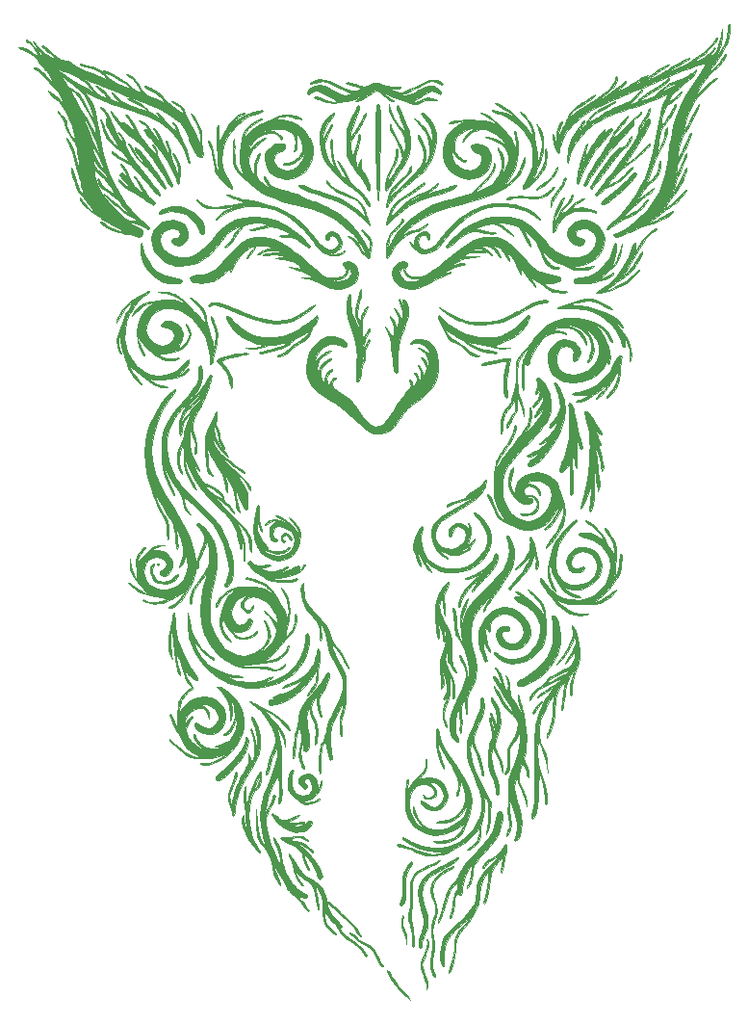
<source format=gbr>
%TF.GenerationSoftware,KiCad,Pcbnew,(5.1.8)-1*%
%TF.CreationDate,2021-11-12T17:25:14-08:00*%
%TF.ProjectId,Krampus,4b72616d-7075-4732-9e6b-696361645f70,rev?*%
%TF.SameCoordinates,Original*%
%TF.FileFunction,Legend,Top*%
%TF.FilePolarity,Positive*%
%FSLAX46Y46*%
G04 Gerber Fmt 4.6, Leading zero omitted, Abs format (unit mm)*
G04 Created by KiCad (PCBNEW (5.1.8)-1) date 2021-11-12 17:25:14*
%MOMM*%
%LPD*%
G01*
G04 APERTURE LIST*
%ADD10C,0.010000*%
G04 APERTURE END LIST*
D10*
%TO.C,G4*%
G36*
X66536040Y-65709061D02*
G01*
X66962092Y-65827411D01*
X67480392Y-66054801D01*
X67868578Y-66256113D01*
X68440213Y-66527111D01*
X68916569Y-66661379D01*
X69343975Y-66667921D01*
X69641269Y-66600555D01*
X69806774Y-66536489D01*
X69789808Y-66475521D01*
X69688749Y-66413910D01*
X69488629Y-66327343D01*
X69169837Y-66215959D01*
X68884800Y-66128448D01*
X68575580Y-66034202D01*
X68448586Y-65978570D01*
X68488649Y-65951936D01*
X68596359Y-65945638D01*
X68870920Y-65978383D01*
X69234609Y-66070308D01*
X69483404Y-66154952D01*
X70049290Y-66371504D01*
X70572764Y-66146312D01*
X70886527Y-66020633D01*
X71103010Y-65975741D01*
X71308400Y-66005070D01*
X71514519Y-66074578D01*
X71972323Y-66213056D01*
X72456573Y-66312602D01*
X72885377Y-66358665D01*
X73087214Y-66354013D01*
X73254518Y-66365560D01*
X73251774Y-66449354D01*
X73090877Y-66525099D01*
X72759309Y-66527403D01*
X72706959Y-66522406D01*
X72237600Y-66473371D01*
X72644000Y-66660421D01*
X72947155Y-66778478D01*
X73208093Y-66844976D01*
X73265195Y-66850135D01*
X73436785Y-66806317D01*
X73743437Y-66685140D01*
X74141178Y-66505351D01*
X74569858Y-66294000D01*
X75088117Y-66037308D01*
X75477150Y-65869636D01*
X75781742Y-65775075D01*
X76046677Y-65737713D01*
X76142715Y-65735200D01*
X76530253Y-65773562D01*
X76769965Y-65896621D01*
X76793853Y-65921000D01*
X76941554Y-66116043D01*
X76936344Y-66186782D01*
X76790238Y-66117968D01*
X76694298Y-66047374D01*
X76357991Y-65879365D01*
X75953457Y-65861756D01*
X75463589Y-65997598D01*
X74871278Y-66289942D01*
X74671824Y-66408147D01*
X74293498Y-66622112D01*
X73916101Y-66807565D01*
X73660000Y-66910435D01*
X73253600Y-67042406D01*
X73712156Y-67049203D01*
X74029974Y-67024815D01*
X74326703Y-66921707D01*
X74683123Y-66710759D01*
X74720618Y-66685671D01*
X75259607Y-66372897D01*
X75716720Y-66223742D01*
X76120385Y-66231170D01*
X76312172Y-66291869D01*
X76580053Y-66457235D01*
X76767252Y-66670480D01*
X76832467Y-66876420D01*
X76808892Y-66955544D01*
X76695356Y-66968773D01*
X76491715Y-66863737D01*
X76457020Y-66838968D01*
X76216622Y-66714079D01*
X75955706Y-66704133D01*
X75636471Y-66817813D01*
X75221117Y-67063802D01*
X75088642Y-67153304D01*
X74784209Y-67350418D01*
X74510617Y-67507174D01*
X74401651Y-67558965D01*
X74268830Y-67620908D01*
X74301429Y-67648962D01*
X74518166Y-67658401D01*
X74523600Y-67658490D01*
X74862690Y-67603739D01*
X75181770Y-67463870D01*
X75184000Y-67462400D01*
X75588093Y-67288885D01*
X76012355Y-67305211D01*
X76301600Y-67409942D01*
X76461701Y-67488706D01*
X76484733Y-67524199D01*
X76348841Y-67523664D01*
X76043534Y-67495478D01*
X75663633Y-67477457D01*
X75387495Y-67526275D01*
X75129134Y-67653739D01*
X74892353Y-67781324D01*
X74674825Y-67841011D01*
X74422902Y-67831547D01*
X74082935Y-67751681D01*
X73660000Y-67619441D01*
X73188772Y-67453395D01*
X72687796Y-67258820D01*
X72339200Y-67110385D01*
X71729600Y-66834165D01*
X71967834Y-67088886D01*
X72206914Y-67286172D01*
X72448962Y-67404566D01*
X72450434Y-67404939D01*
X72636120Y-67485712D01*
X72694800Y-67563421D01*
X72624165Y-67618357D01*
X72438584Y-67561815D01*
X72177538Y-67414386D01*
X71880508Y-67196660D01*
X71712620Y-67051195D01*
X71457344Y-66833607D01*
X71249438Y-66687768D01*
X71157252Y-66649600D01*
X71021250Y-66703371D01*
X70768127Y-66845933D01*
X70446954Y-67049158D01*
X70367582Y-67102224D01*
X70006027Y-67328213D01*
X69667637Y-67508575D01*
X69418076Y-67608788D01*
X69392800Y-67614688D01*
X69266055Y-67626743D01*
X69296270Y-67576842D01*
X69494177Y-67454650D01*
X69646800Y-67370057D01*
X69971400Y-67187307D01*
X70115085Y-67090773D01*
X70076907Y-67080096D01*
X69855918Y-67154917D01*
X69475368Y-67305029D01*
X68960287Y-67479793D01*
X68394747Y-67615516D01*
X67831708Y-67704953D01*
X67324132Y-67740861D01*
X66924981Y-67715996D01*
X66772920Y-67674648D01*
X66462770Y-67560217D01*
X66091580Y-67440297D01*
X65989200Y-67410262D01*
X65724489Y-67320238D01*
X65648744Y-67251287D01*
X65700051Y-67211770D01*
X65877242Y-67212935D01*
X66177008Y-67284231D01*
X66520823Y-67404470D01*
X66978200Y-67567496D01*
X67330582Y-67652750D01*
X67551072Y-67655686D01*
X67614699Y-67589400D01*
X67529669Y-67501080D01*
X67306859Y-67355898D01*
X66994489Y-67178807D01*
X66640781Y-66994764D01*
X66293953Y-66828725D01*
X66002226Y-66705646D01*
X65813821Y-66650483D01*
X65798805Y-66649600D01*
X65567203Y-66718986D01*
X65379600Y-66852800D01*
X65191850Y-67019697D01*
X65100463Y-67028785D01*
X65074914Y-66880966D01*
X65074800Y-66861831D01*
X65148353Y-66677355D01*
X65331684Y-66455881D01*
X65400322Y-66393754D01*
X65730459Y-66202836D01*
X66109337Y-66160115D01*
X66560863Y-66268667D01*
X67108939Y-66531572D01*
X67289031Y-66636930D01*
X67862155Y-66925225D01*
X68361261Y-67057753D01*
X68768331Y-67031041D01*
X68935600Y-66954400D01*
X69018659Y-66879147D01*
X68918840Y-66855226D01*
X68872691Y-66854355D01*
X68696932Y-66808870D01*
X68389380Y-66687050D01*
X67997200Y-66508806D01*
X67665600Y-66344800D01*
X67124868Y-66082601D01*
X66705488Y-65922895D01*
X66358766Y-65856934D01*
X66036007Y-65875971D01*
X65688516Y-65971258D01*
X65653944Y-65983425D01*
X65395101Y-66057460D01*
X65302768Y-66033379D01*
X65306067Y-66006597D01*
X65418924Y-65911503D01*
X65660081Y-65803500D01*
X65793722Y-65759524D01*
X66160497Y-65689762D01*
X66536040Y-65709061D01*
G37*
X66536040Y-65709061D02*
X66962092Y-65827411D01*
X67480392Y-66054801D01*
X67868578Y-66256113D01*
X68440213Y-66527111D01*
X68916569Y-66661379D01*
X69343975Y-66667921D01*
X69641269Y-66600555D01*
X69806774Y-66536489D01*
X69789808Y-66475521D01*
X69688749Y-66413910D01*
X69488629Y-66327343D01*
X69169837Y-66215959D01*
X68884800Y-66128448D01*
X68575580Y-66034202D01*
X68448586Y-65978570D01*
X68488649Y-65951936D01*
X68596359Y-65945638D01*
X68870920Y-65978383D01*
X69234609Y-66070308D01*
X69483404Y-66154952D01*
X70049290Y-66371504D01*
X70572764Y-66146312D01*
X70886527Y-66020633D01*
X71103010Y-65975741D01*
X71308400Y-66005070D01*
X71514519Y-66074578D01*
X71972323Y-66213056D01*
X72456573Y-66312602D01*
X72885377Y-66358665D01*
X73087214Y-66354013D01*
X73254518Y-66365560D01*
X73251774Y-66449354D01*
X73090877Y-66525099D01*
X72759309Y-66527403D01*
X72706959Y-66522406D01*
X72237600Y-66473371D01*
X72644000Y-66660421D01*
X72947155Y-66778478D01*
X73208093Y-66844976D01*
X73265195Y-66850135D01*
X73436785Y-66806317D01*
X73743437Y-66685140D01*
X74141178Y-66505351D01*
X74569858Y-66294000D01*
X75088117Y-66037308D01*
X75477150Y-65869636D01*
X75781742Y-65775075D01*
X76046677Y-65737713D01*
X76142715Y-65735200D01*
X76530253Y-65773562D01*
X76769965Y-65896621D01*
X76793853Y-65921000D01*
X76941554Y-66116043D01*
X76936344Y-66186782D01*
X76790238Y-66117968D01*
X76694298Y-66047374D01*
X76357991Y-65879365D01*
X75953457Y-65861756D01*
X75463589Y-65997598D01*
X74871278Y-66289942D01*
X74671824Y-66408147D01*
X74293498Y-66622112D01*
X73916101Y-66807565D01*
X73660000Y-66910435D01*
X73253600Y-67042406D01*
X73712156Y-67049203D01*
X74029974Y-67024815D01*
X74326703Y-66921707D01*
X74683123Y-66710759D01*
X74720618Y-66685671D01*
X75259607Y-66372897D01*
X75716720Y-66223742D01*
X76120385Y-66231170D01*
X76312172Y-66291869D01*
X76580053Y-66457235D01*
X76767252Y-66670480D01*
X76832467Y-66876420D01*
X76808892Y-66955544D01*
X76695356Y-66968773D01*
X76491715Y-66863737D01*
X76457020Y-66838968D01*
X76216622Y-66714079D01*
X75955706Y-66704133D01*
X75636471Y-66817813D01*
X75221117Y-67063802D01*
X75088642Y-67153304D01*
X74784209Y-67350418D01*
X74510617Y-67507174D01*
X74401651Y-67558965D01*
X74268830Y-67620908D01*
X74301429Y-67648962D01*
X74518166Y-67658401D01*
X74523600Y-67658490D01*
X74862690Y-67603739D01*
X75181770Y-67463870D01*
X75184000Y-67462400D01*
X75588093Y-67288885D01*
X76012355Y-67305211D01*
X76301600Y-67409942D01*
X76461701Y-67488706D01*
X76484733Y-67524199D01*
X76348841Y-67523664D01*
X76043534Y-67495478D01*
X75663633Y-67477457D01*
X75387495Y-67526275D01*
X75129134Y-67653739D01*
X74892353Y-67781324D01*
X74674825Y-67841011D01*
X74422902Y-67831547D01*
X74082935Y-67751681D01*
X73660000Y-67619441D01*
X73188772Y-67453395D01*
X72687796Y-67258820D01*
X72339200Y-67110385D01*
X71729600Y-66834165D01*
X71967834Y-67088886D01*
X72206914Y-67286172D01*
X72448962Y-67404566D01*
X72450434Y-67404939D01*
X72636120Y-67485712D01*
X72694800Y-67563421D01*
X72624165Y-67618357D01*
X72438584Y-67561815D01*
X72177538Y-67414386D01*
X71880508Y-67196660D01*
X71712620Y-67051195D01*
X71457344Y-66833607D01*
X71249438Y-66687768D01*
X71157252Y-66649600D01*
X71021250Y-66703371D01*
X70768127Y-66845933D01*
X70446954Y-67049158D01*
X70367582Y-67102224D01*
X70006027Y-67328213D01*
X69667637Y-67508575D01*
X69418076Y-67608788D01*
X69392800Y-67614688D01*
X69266055Y-67626743D01*
X69296270Y-67576842D01*
X69494177Y-67454650D01*
X69646800Y-67370057D01*
X69971400Y-67187307D01*
X70115085Y-67090773D01*
X70076907Y-67080096D01*
X69855918Y-67154917D01*
X69475368Y-67305029D01*
X68960287Y-67479793D01*
X68394747Y-67615516D01*
X67831708Y-67704953D01*
X67324132Y-67740861D01*
X66924981Y-67715996D01*
X66772920Y-67674648D01*
X66462770Y-67560217D01*
X66091580Y-67440297D01*
X65989200Y-67410262D01*
X65724489Y-67320238D01*
X65648744Y-67251287D01*
X65700051Y-67211770D01*
X65877242Y-67212935D01*
X66177008Y-67284231D01*
X66520823Y-67404470D01*
X66978200Y-67567496D01*
X67330582Y-67652750D01*
X67551072Y-67655686D01*
X67614699Y-67589400D01*
X67529669Y-67501080D01*
X67306859Y-67355898D01*
X66994489Y-67178807D01*
X66640781Y-66994764D01*
X66293953Y-66828725D01*
X66002226Y-66705646D01*
X65813821Y-66650483D01*
X65798805Y-66649600D01*
X65567203Y-66718986D01*
X65379600Y-66852800D01*
X65191850Y-67019697D01*
X65100463Y-67028785D01*
X65074914Y-66880966D01*
X65074800Y-66861831D01*
X65148353Y-66677355D01*
X65331684Y-66455881D01*
X65400322Y-66393754D01*
X65730459Y-66202836D01*
X66109337Y-66160115D01*
X66560863Y-66268667D01*
X67108939Y-66531572D01*
X67289031Y-66636930D01*
X67862155Y-66925225D01*
X68361261Y-67057753D01*
X68768331Y-67031041D01*
X68935600Y-66954400D01*
X69018659Y-66879147D01*
X68918840Y-66855226D01*
X68872691Y-66854355D01*
X68696932Y-66808870D01*
X68389380Y-66687050D01*
X67997200Y-66508806D01*
X67665600Y-66344800D01*
X67124868Y-66082601D01*
X66705488Y-65922895D01*
X66358766Y-65856934D01*
X66036007Y-65875971D01*
X65688516Y-65971258D01*
X65653944Y-65983425D01*
X65395101Y-66057460D01*
X65302768Y-66033379D01*
X65306067Y-66006597D01*
X65418924Y-65911503D01*
X65660081Y-65803500D01*
X65793722Y-65759524D01*
X66160497Y-65689762D01*
X66536040Y-65709061D01*
G36*
X92100400Y-67622080D02*
G01*
X92036170Y-67733858D01*
X91832658Y-67891610D01*
X91473626Y-68106112D01*
X90957400Y-68380659D01*
X90603572Y-68570373D01*
X90331110Y-68731305D01*
X90181799Y-68838125D01*
X90165870Y-68860533D01*
X90108484Y-68977188D01*
X89974436Y-69154397D01*
X89809415Y-69341621D01*
X89659113Y-69488321D01*
X89569219Y-69543956D01*
X89560400Y-69530266D01*
X89638784Y-69342192D01*
X89845149Y-69085176D01*
X90136310Y-68799790D01*
X90469085Y-68526606D01*
X90800291Y-68306197D01*
X90940584Y-68233538D01*
X91304345Y-68053970D01*
X91639517Y-67867030D01*
X91800703Y-67763566D01*
X91994255Y-67642864D01*
X92095905Y-67612874D01*
X92100400Y-67622080D01*
G37*
X92100400Y-67622080D02*
X92036170Y-67733858D01*
X91832658Y-67891610D01*
X91473626Y-68106112D01*
X90957400Y-68380659D01*
X90603572Y-68570373D01*
X90331110Y-68731305D01*
X90181799Y-68838125D01*
X90165870Y-68860533D01*
X90108484Y-68977188D01*
X89974436Y-69154397D01*
X89809415Y-69341621D01*
X89659113Y-69488321D01*
X89569219Y-69543956D01*
X89560400Y-69530266D01*
X89638784Y-69342192D01*
X89845149Y-69085176D01*
X90136310Y-68799790D01*
X90469085Y-68526606D01*
X90800291Y-68306197D01*
X90940584Y-68233538D01*
X91304345Y-68053970D01*
X91639517Y-67867030D01*
X91800703Y-67763566D01*
X91994255Y-67642864D01*
X92095905Y-67612874D01*
X92100400Y-67622080D01*
G36*
X91897164Y-70109534D02*
G01*
X91897200Y-70113794D01*
X91831426Y-70228603D01*
X91652925Y-70455579D01*
X91389927Y-70760530D01*
X91109800Y-71067529D01*
X90377352Y-71949408D01*
X89740771Y-72911594D01*
X89242698Y-73887788D01*
X89148349Y-74117200D01*
X88988930Y-74511708D01*
X88878590Y-74743119D01*
X88799955Y-74840362D01*
X88735645Y-74832365D01*
X88724712Y-74822445D01*
X88708717Y-74693480D01*
X88751080Y-74461220D01*
X88756885Y-74440423D01*
X88824682Y-74107372D01*
X88849200Y-73819352D01*
X88881051Y-73609200D01*
X88950800Y-73609200D01*
X89001600Y-73660000D01*
X89052400Y-73609200D01*
X89001600Y-73558400D01*
X88950800Y-73609200D01*
X88881051Y-73609200D01*
X88882098Y-73602298D01*
X88971095Y-73248209D01*
X89101641Y-72810572D01*
X89222446Y-72447081D01*
X89394608Y-71954175D01*
X89513404Y-71623914D01*
X89591742Y-71426853D01*
X89642526Y-71333548D01*
X89678662Y-71314555D01*
X89709201Y-71336535D01*
X89697709Y-71445959D01*
X89629651Y-71704752D01*
X89516925Y-72070963D01*
X89409881Y-72391881D01*
X89269804Y-72809021D01*
X89162367Y-73147570D01*
X89100202Y-73366509D01*
X89090967Y-73427633D01*
X89139511Y-73355115D01*
X89242261Y-73138206D01*
X89378366Y-72821342D01*
X89399434Y-72770220D01*
X89548822Y-72461616D01*
X89773746Y-72063978D01*
X90047947Y-71616901D01*
X90345165Y-71159978D01*
X90639139Y-70732804D01*
X90903608Y-70374973D01*
X91112311Y-70126080D01*
X91211976Y-70037369D01*
X91247217Y-70057250D01*
X91177824Y-70203405D01*
X91142129Y-70260329D01*
X90945859Y-70561200D01*
X91313150Y-70281800D01*
X91635195Y-70067132D01*
X91830060Y-70009654D01*
X91897164Y-70109534D01*
G37*
X91897164Y-70109534D02*
X91897200Y-70113794D01*
X91831426Y-70228603D01*
X91652925Y-70455579D01*
X91389927Y-70760530D01*
X91109800Y-71067529D01*
X90377352Y-71949408D01*
X89740771Y-72911594D01*
X89242698Y-73887788D01*
X89148349Y-74117200D01*
X88988930Y-74511708D01*
X88878590Y-74743119D01*
X88799955Y-74840362D01*
X88735645Y-74832365D01*
X88724712Y-74822445D01*
X88708717Y-74693480D01*
X88751080Y-74461220D01*
X88756885Y-74440423D01*
X88824682Y-74107372D01*
X88849200Y-73819352D01*
X88881051Y-73609200D01*
X88950800Y-73609200D01*
X89001600Y-73660000D01*
X89052400Y-73609200D01*
X89001600Y-73558400D01*
X88950800Y-73609200D01*
X88881051Y-73609200D01*
X88882098Y-73602298D01*
X88971095Y-73248209D01*
X89101641Y-72810572D01*
X89222446Y-72447081D01*
X89394608Y-71954175D01*
X89513404Y-71623914D01*
X89591742Y-71426853D01*
X89642526Y-71333548D01*
X89678662Y-71314555D01*
X89709201Y-71336535D01*
X89697709Y-71445959D01*
X89629651Y-71704752D01*
X89516925Y-72070963D01*
X89409881Y-72391881D01*
X89269804Y-72809021D01*
X89162367Y-73147570D01*
X89100202Y-73366509D01*
X89090967Y-73427633D01*
X89139511Y-73355115D01*
X89242261Y-73138206D01*
X89378366Y-72821342D01*
X89399434Y-72770220D01*
X89548822Y-72461616D01*
X89773746Y-72063978D01*
X90047947Y-71616901D01*
X90345165Y-71159978D01*
X90639139Y-70732804D01*
X90903608Y-70374973D01*
X91112311Y-70126080D01*
X91211976Y-70037369D01*
X91247217Y-70057250D01*
X91177824Y-70203405D01*
X91142129Y-70260329D01*
X90945859Y-70561200D01*
X91313150Y-70281800D01*
X91635195Y-70067132D01*
X91830060Y-70009654D01*
X91897164Y-70109534D01*
G36*
X50564608Y-69378959D02*
G01*
X50883679Y-69619003D01*
X51196150Y-69985070D01*
X51363244Y-70248629D01*
X51576242Y-70587609D01*
X51802124Y-70889160D01*
X51927598Y-71025496D01*
X52192860Y-71272400D01*
X52024980Y-70867386D01*
X51864324Y-70549641D01*
X51679469Y-70276420D01*
X51641416Y-70232787D01*
X51507363Y-70057820D01*
X51479332Y-69949899D01*
X51481223Y-69947709D01*
X51584974Y-69965694D01*
X51740544Y-70130322D01*
X51921156Y-70400847D01*
X52100034Y-70736527D01*
X52250403Y-71096619D01*
X52266095Y-71142010D01*
X52409961Y-71518198D01*
X52566414Y-71850038D01*
X52679647Y-72034400D01*
X52878281Y-72288400D01*
X52880540Y-72003954D01*
X52834092Y-71708207D01*
X52722908Y-71410312D01*
X52628878Y-71189755D01*
X52609390Y-71057290D01*
X52613816Y-71050316D01*
X52693185Y-71078913D01*
X52794033Y-71246417D01*
X52892126Y-71493741D01*
X52963230Y-71761801D01*
X52984400Y-71953825D01*
X53003580Y-72237866D01*
X53070709Y-72548038D01*
X53200165Y-72934235D01*
X53406330Y-73446349D01*
X53432225Y-73507600D01*
X53690776Y-74117200D01*
X53691964Y-73609200D01*
X53615942Y-73056831D01*
X53440376Y-72659029D01*
X53270958Y-72353407D01*
X53200555Y-72194161D01*
X53221194Y-72154910D01*
X53299642Y-72193253D01*
X53403609Y-72319558D01*
X53547277Y-72567127D01*
X53637413Y-72749713D01*
X53763138Y-73072976D01*
X53827959Y-73403950D01*
X53844737Y-73823457D01*
X53841022Y-74029046D01*
X53819216Y-74406502D01*
X53781292Y-74695277D01*
X53734581Y-74844011D01*
X53723378Y-74853007D01*
X53640276Y-74785212D01*
X53540437Y-74577036D01*
X53497792Y-74450223D01*
X53194481Y-73668717D01*
X52745473Y-72830624D01*
X52179972Y-71982799D01*
X51527178Y-71172099D01*
X51299102Y-70922318D01*
X51014515Y-70609052D01*
X50792967Y-70343123D01*
X50665899Y-70163393D01*
X50647600Y-70117045D01*
X50718784Y-70015240D01*
X50883034Y-70026873D01*
X51046116Y-70129400D01*
X51131635Y-70195523D01*
X51104734Y-70109848D01*
X51075847Y-70052063D01*
X50790029Y-69688836D01*
X50384189Y-69422848D01*
X50340710Y-69404589D01*
X50189234Y-69331855D01*
X50223777Y-69301160D01*
X50276315Y-69297640D01*
X50564608Y-69378959D01*
G37*
X50564608Y-69378959D02*
X50883679Y-69619003D01*
X51196150Y-69985070D01*
X51363244Y-70248629D01*
X51576242Y-70587609D01*
X51802124Y-70889160D01*
X51927598Y-71025496D01*
X52192860Y-71272400D01*
X52024980Y-70867386D01*
X51864324Y-70549641D01*
X51679469Y-70276420D01*
X51641416Y-70232787D01*
X51507363Y-70057820D01*
X51479332Y-69949899D01*
X51481223Y-69947709D01*
X51584974Y-69965694D01*
X51740544Y-70130322D01*
X51921156Y-70400847D01*
X52100034Y-70736527D01*
X52250403Y-71096619D01*
X52266095Y-71142010D01*
X52409961Y-71518198D01*
X52566414Y-71850038D01*
X52679647Y-72034400D01*
X52878281Y-72288400D01*
X52880540Y-72003954D01*
X52834092Y-71708207D01*
X52722908Y-71410312D01*
X52628878Y-71189755D01*
X52609390Y-71057290D01*
X52613816Y-71050316D01*
X52693185Y-71078913D01*
X52794033Y-71246417D01*
X52892126Y-71493741D01*
X52963230Y-71761801D01*
X52984400Y-71953825D01*
X53003580Y-72237866D01*
X53070709Y-72548038D01*
X53200165Y-72934235D01*
X53406330Y-73446349D01*
X53432225Y-73507600D01*
X53690776Y-74117200D01*
X53691964Y-73609200D01*
X53615942Y-73056831D01*
X53440376Y-72659029D01*
X53270958Y-72353407D01*
X53200555Y-72194161D01*
X53221194Y-72154910D01*
X53299642Y-72193253D01*
X53403609Y-72319558D01*
X53547277Y-72567127D01*
X53637413Y-72749713D01*
X53763138Y-73072976D01*
X53827959Y-73403950D01*
X53844737Y-73823457D01*
X53841022Y-74029046D01*
X53819216Y-74406502D01*
X53781292Y-74695277D01*
X53734581Y-74844011D01*
X53723378Y-74853007D01*
X53640276Y-74785212D01*
X53540437Y-74577036D01*
X53497792Y-74450223D01*
X53194481Y-73668717D01*
X52745473Y-72830624D01*
X52179972Y-71982799D01*
X51527178Y-71172099D01*
X51299102Y-70922318D01*
X51014515Y-70609052D01*
X50792967Y-70343123D01*
X50665899Y-70163393D01*
X50647600Y-70117045D01*
X50718784Y-70015240D01*
X50883034Y-70026873D01*
X51046116Y-70129400D01*
X51131635Y-70195523D01*
X51104734Y-70109848D01*
X51075847Y-70052063D01*
X50790029Y-69688836D01*
X50384189Y-69422848D01*
X50340710Y-69404589D01*
X50189234Y-69331855D01*
X50223777Y-69301160D01*
X50276315Y-69297640D01*
X50564608Y-69378959D01*
G36*
X94408623Y-68630764D02*
G01*
X94312165Y-68809214D01*
X94100678Y-69011611D01*
X94010973Y-69075084D01*
X93781339Y-69244562D01*
X93706385Y-69372789D01*
X93742342Y-69482812D01*
X93758120Y-69569277D01*
X93704056Y-69698023D01*
X93563512Y-69889988D01*
X93319850Y-70166112D01*
X92956435Y-70547333D01*
X92642295Y-70867292D01*
X91528840Y-72092514D01*
X90579686Y-73357231D01*
X89874903Y-74498200D01*
X89657728Y-74848375D01*
X89491050Y-75046068D01*
X89387100Y-75080105D01*
X89357200Y-74971124D01*
X89411532Y-74773470D01*
X89561066Y-74444365D01*
X89785602Y-74019609D01*
X90064942Y-73535003D01*
X90378889Y-73026347D01*
X90707245Y-72529443D01*
X90849674Y-72325726D01*
X91149431Y-71887638D01*
X91412325Y-71470834D01*
X91610034Y-71122374D01*
X91714236Y-70889321D01*
X91714348Y-70888947D01*
X91842682Y-70609247D01*
X92062296Y-70263711D01*
X92295452Y-69963723D01*
X92569077Y-69640360D01*
X92820193Y-69332601D01*
X92977577Y-69129431D01*
X93137652Y-68955357D01*
X93257534Y-68900884D01*
X93272777Y-68909066D01*
X93244757Y-69012441D01*
X93104069Y-69226604D01*
X92876912Y-69513999D01*
X92741189Y-69671066D01*
X92440628Y-70026563D01*
X92174037Y-70372121D01*
X91986526Y-70648302D01*
X91949938Y-70713600D01*
X91879746Y-70864437D01*
X91882168Y-70916194D01*
X91975934Y-70857850D01*
X92179772Y-70678385D01*
X92467948Y-70408800D01*
X92804848Y-70081990D01*
X93109029Y-69771654D01*
X93332159Y-69527682D01*
X93390307Y-69456705D01*
X93629168Y-69201004D01*
X93923063Y-68955534D01*
X93965139Y-68926008D01*
X94200478Y-68745730D01*
X94355093Y-68589923D01*
X94375240Y-68557302D01*
X94411215Y-68531820D01*
X94408623Y-68630764D01*
G37*
X94408623Y-68630764D02*
X94312165Y-68809214D01*
X94100678Y-69011611D01*
X94010973Y-69075084D01*
X93781339Y-69244562D01*
X93706385Y-69372789D01*
X93742342Y-69482812D01*
X93758120Y-69569277D01*
X93704056Y-69698023D01*
X93563512Y-69889988D01*
X93319850Y-70166112D01*
X92956435Y-70547333D01*
X92642295Y-70867292D01*
X91528840Y-72092514D01*
X90579686Y-73357231D01*
X89874903Y-74498200D01*
X89657728Y-74848375D01*
X89491050Y-75046068D01*
X89387100Y-75080105D01*
X89357200Y-74971124D01*
X89411532Y-74773470D01*
X89561066Y-74444365D01*
X89785602Y-74019609D01*
X90064942Y-73535003D01*
X90378889Y-73026347D01*
X90707245Y-72529443D01*
X90849674Y-72325726D01*
X91149431Y-71887638D01*
X91412325Y-71470834D01*
X91610034Y-71122374D01*
X91714236Y-70889321D01*
X91714348Y-70888947D01*
X91842682Y-70609247D01*
X92062296Y-70263711D01*
X92295452Y-69963723D01*
X92569077Y-69640360D01*
X92820193Y-69332601D01*
X92977577Y-69129431D01*
X93137652Y-68955357D01*
X93257534Y-68900884D01*
X93272777Y-68909066D01*
X93244757Y-69012441D01*
X93104069Y-69226604D01*
X92876912Y-69513999D01*
X92741189Y-69671066D01*
X92440628Y-70026563D01*
X92174037Y-70372121D01*
X91986526Y-70648302D01*
X91949938Y-70713600D01*
X91879746Y-70864437D01*
X91882168Y-70916194D01*
X91975934Y-70857850D01*
X92179772Y-70678385D01*
X92467948Y-70408800D01*
X92804848Y-70081990D01*
X93109029Y-69771654D01*
X93332159Y-69527682D01*
X93390307Y-69456705D01*
X93629168Y-69201004D01*
X93923063Y-68955534D01*
X93965139Y-68926008D01*
X94200478Y-68745730D01*
X94355093Y-68589923D01*
X94375240Y-68557302D01*
X94411215Y-68531820D01*
X94408623Y-68630764D01*
G36*
X47886718Y-68556119D02*
G01*
X48060813Y-68759587D01*
X48263824Y-69036197D01*
X48489254Y-69341079D01*
X48644167Y-69488944D01*
X48753905Y-69501942D01*
X48778290Y-69485860D01*
X48897038Y-69461148D01*
X49081051Y-69558740D01*
X49361913Y-69795603D01*
X49371692Y-69804602D01*
X49611242Y-70017960D01*
X49778559Y-70152749D01*
X49834800Y-70180147D01*
X49782111Y-69981033D01*
X49649611Y-69689588D01*
X49475653Y-69378795D01*
X49298587Y-69121635D01*
X49247541Y-69062600D01*
X49104527Y-68886406D01*
X49071034Y-68789605D01*
X49086881Y-68783200D01*
X49264678Y-68873710D01*
X49481256Y-69122150D01*
X49710526Y-69493881D01*
X49871960Y-69825566D01*
X50018335Y-70101210D01*
X50236557Y-70442306D01*
X50502518Y-70818817D01*
X50792109Y-71200709D01*
X51081220Y-71557944D01*
X51345744Y-71860486D01*
X51561571Y-72078300D01*
X51704592Y-72181350D01*
X51749658Y-72164900D01*
X51716885Y-71983951D01*
X51590138Y-71746935D01*
X51568817Y-71717091D01*
X51451261Y-71528066D01*
X51433007Y-71429063D01*
X51445673Y-71424800D01*
X51587264Y-71513103D01*
X51728620Y-71731269D01*
X51833470Y-72009180D01*
X51866800Y-72238905D01*
X51927380Y-72518246D01*
X52089674Y-72881562D01*
X52220186Y-73104593D01*
X52447093Y-73477381D01*
X52678601Y-73887675D01*
X52891244Y-74290035D01*
X53061554Y-74639018D01*
X53166065Y-74889182D01*
X53187600Y-74977902D01*
X53145066Y-75097686D01*
X53030757Y-75055069D01*
X52864612Y-74868975D01*
X52666568Y-74558330D01*
X52583386Y-74404407D01*
X52259992Y-73832084D01*
X51872655Y-73230627D01*
X51447546Y-72633253D01*
X51010833Y-72073178D01*
X50588687Y-71583621D01*
X50207278Y-71197798D01*
X49892776Y-70948925D01*
X49834800Y-70915661D01*
X49561269Y-70733792D01*
X49245580Y-70468463D01*
X49064329Y-70290184D01*
X48945267Y-70154800D01*
X49174400Y-70154800D01*
X49472808Y-70485000D01*
X49689500Y-70715830D01*
X49802096Y-70809029D01*
X49834794Y-70784543D01*
X49834800Y-70783408D01*
X49766780Y-70702668D01*
X49595385Y-70536482D01*
X49504600Y-70453208D01*
X49174400Y-70154800D01*
X48945267Y-70154800D01*
X48823185Y-70015983D01*
X48559553Y-69687230D01*
X48298716Y-69339741D01*
X48065959Y-69009329D01*
X47886565Y-68731809D01*
X47785818Y-68542997D01*
X47785293Y-68478400D01*
X47886718Y-68556119D01*
G37*
X47886718Y-68556119D02*
X48060813Y-68759587D01*
X48263824Y-69036197D01*
X48489254Y-69341079D01*
X48644167Y-69488944D01*
X48753905Y-69501942D01*
X48778290Y-69485860D01*
X48897038Y-69461148D01*
X49081051Y-69558740D01*
X49361913Y-69795603D01*
X49371692Y-69804602D01*
X49611242Y-70017960D01*
X49778559Y-70152749D01*
X49834800Y-70180147D01*
X49782111Y-69981033D01*
X49649611Y-69689588D01*
X49475653Y-69378795D01*
X49298587Y-69121635D01*
X49247541Y-69062600D01*
X49104527Y-68886406D01*
X49071034Y-68789605D01*
X49086881Y-68783200D01*
X49264678Y-68873710D01*
X49481256Y-69122150D01*
X49710526Y-69493881D01*
X49871960Y-69825566D01*
X50018335Y-70101210D01*
X50236557Y-70442306D01*
X50502518Y-70818817D01*
X50792109Y-71200709D01*
X51081220Y-71557944D01*
X51345744Y-71860486D01*
X51561571Y-72078300D01*
X51704592Y-72181350D01*
X51749658Y-72164900D01*
X51716885Y-71983951D01*
X51590138Y-71746935D01*
X51568817Y-71717091D01*
X51451261Y-71528066D01*
X51433007Y-71429063D01*
X51445673Y-71424800D01*
X51587264Y-71513103D01*
X51728620Y-71731269D01*
X51833470Y-72009180D01*
X51866800Y-72238905D01*
X51927380Y-72518246D01*
X52089674Y-72881562D01*
X52220186Y-73104593D01*
X52447093Y-73477381D01*
X52678601Y-73887675D01*
X52891244Y-74290035D01*
X53061554Y-74639018D01*
X53166065Y-74889182D01*
X53187600Y-74977902D01*
X53145066Y-75097686D01*
X53030757Y-75055069D01*
X52864612Y-74868975D01*
X52666568Y-74558330D01*
X52583386Y-74404407D01*
X52259992Y-73832084D01*
X51872655Y-73230627D01*
X51447546Y-72633253D01*
X51010833Y-72073178D01*
X50588687Y-71583621D01*
X50207278Y-71197798D01*
X49892776Y-70948925D01*
X49834800Y-70915661D01*
X49561269Y-70733792D01*
X49245580Y-70468463D01*
X49064329Y-70290184D01*
X48945267Y-70154800D01*
X49174400Y-70154800D01*
X49472808Y-70485000D01*
X49689500Y-70715830D01*
X49802096Y-70809029D01*
X49834794Y-70784543D01*
X49834800Y-70783408D01*
X49766780Y-70702668D01*
X49595385Y-70536482D01*
X49504600Y-70453208D01*
X49174400Y-70154800D01*
X48945267Y-70154800D01*
X48823185Y-70015983D01*
X48559553Y-69687230D01*
X48298716Y-69339741D01*
X48065959Y-69009329D01*
X47886565Y-68731809D01*
X47785818Y-68542997D01*
X47785293Y-68478400D01*
X47886718Y-68556119D01*
G36*
X93613471Y-70669113D02*
G01*
X93556222Y-70846673D01*
X93473169Y-71050729D01*
X93292190Y-71345384D01*
X93028765Y-71631251D01*
X92951162Y-71695480D01*
X92775114Y-71864704D01*
X92505480Y-72167665D01*
X92167865Y-72573529D01*
X91787874Y-73051461D01*
X91391110Y-73570626D01*
X91364245Y-73606542D01*
X90989970Y-74104381D01*
X90655176Y-74543509D01*
X90379342Y-74898883D01*
X90181946Y-75145457D01*
X90082464Y-75258188D01*
X90076503Y-75262316D01*
X89947391Y-75231754D01*
X89940023Y-75224957D01*
X89963922Y-75111778D01*
X90099664Y-74858419D01*
X90334033Y-74484853D01*
X90653809Y-74011055D01*
X91045775Y-73456997D01*
X91496710Y-72842655D01*
X91664884Y-72618600D01*
X92009334Y-72174754D01*
X92265402Y-71877929D01*
X92456048Y-71705165D01*
X92604231Y-71633502D01*
X92655538Y-71628000D01*
X92882798Y-71546584D01*
X93115776Y-71350561D01*
X93281873Y-71112266D01*
X93319600Y-70966338D01*
X93390696Y-70800675D01*
X93472000Y-70713600D01*
X93585427Y-70633373D01*
X93613471Y-70669113D01*
G37*
X93613471Y-70669113D02*
X93556222Y-70846673D01*
X93473169Y-71050729D01*
X93292190Y-71345384D01*
X93028765Y-71631251D01*
X92951162Y-71695480D01*
X92775114Y-71864704D01*
X92505480Y-72167665D01*
X92167865Y-72573529D01*
X91787874Y-73051461D01*
X91391110Y-73570626D01*
X91364245Y-73606542D01*
X90989970Y-74104381D01*
X90655176Y-74543509D01*
X90379342Y-74898883D01*
X90181946Y-75145457D01*
X90082464Y-75258188D01*
X90076503Y-75262316D01*
X89947391Y-75231754D01*
X89940023Y-75224957D01*
X89963922Y-75111778D01*
X90099664Y-74858419D01*
X90334033Y-74484853D01*
X90653809Y-74011055D01*
X91045775Y-73456997D01*
X91496710Y-72842655D01*
X91664884Y-72618600D01*
X92009334Y-72174754D01*
X92265402Y-71877929D01*
X92456048Y-71705165D01*
X92604231Y-71633502D01*
X92655538Y-71628000D01*
X92882798Y-71546584D01*
X93115776Y-71350561D01*
X93281873Y-71112266D01*
X93319600Y-70966338D01*
X93390696Y-70800675D01*
X93472000Y-70713600D01*
X93585427Y-70633373D01*
X93613471Y-70669113D01*
G36*
X81701051Y-67797473D02*
G01*
X81945048Y-67892925D01*
X82258528Y-68054757D01*
X82594060Y-68256407D01*
X82904215Y-68471311D01*
X83141563Y-68672906D01*
X83141565Y-68672909D01*
X83641052Y-69185218D01*
X84067974Y-69643422D01*
X84400672Y-70023241D01*
X84617486Y-70300397D01*
X84675250Y-70392101D01*
X84791213Y-70567750D01*
X84849038Y-70568860D01*
X84845104Y-70416643D01*
X84775791Y-70132309D01*
X84739268Y-70017057D01*
X84569279Y-69642696D01*
X84321325Y-69246966D01*
X84170116Y-69055084D01*
X83922461Y-68757891D01*
X83797565Y-68574898D01*
X83796809Y-68517310D01*
X83921578Y-68596334D01*
X84137241Y-68788669D01*
X84465063Y-69178710D01*
X84739909Y-69649241D01*
X84926126Y-70128152D01*
X84988507Y-70510400D01*
X85020564Y-70826308D01*
X85099013Y-71209082D01*
X85141899Y-71364747D01*
X85233763Y-71774932D01*
X85292056Y-72238741D01*
X85301487Y-72431547D01*
X85309775Y-72999600D01*
X85466198Y-72644000D01*
X85562336Y-72339537D01*
X85640995Y-71940172D01*
X85671995Y-71678800D01*
X85676095Y-71249178D01*
X85608310Y-70808852D01*
X85456124Y-70302025D01*
X85238959Y-69748400D01*
X85193077Y-69610023D01*
X85260846Y-69633925D01*
X85319409Y-69680019D01*
X85522168Y-69956491D01*
X85670070Y-70381046D01*
X85760119Y-70905294D01*
X85789319Y-71480847D01*
X85754674Y-72059317D01*
X85653186Y-72592314D01*
X85522074Y-72953000D01*
X85367039Y-73296620D01*
X85211125Y-73672750D01*
X85072660Y-74032749D01*
X84969971Y-74327977D01*
X84921387Y-74509795D01*
X84923001Y-74542868D01*
X84993828Y-74483984D01*
X85150083Y-74299490D01*
X85358529Y-74028729D01*
X85367337Y-74016857D01*
X85706175Y-73450745D01*
X85919821Y-72858241D01*
X85990387Y-72296721D01*
X85972006Y-72077342D01*
X85958621Y-71847489D01*
X85998783Y-71732601D01*
X86010787Y-71729600D01*
X86076729Y-71820301D01*
X86106476Y-72056492D01*
X86103143Y-72384299D01*
X86069845Y-72749850D01*
X86009700Y-73099273D01*
X85925821Y-73378695D01*
X85913832Y-73406000D01*
X85722807Y-73746368D01*
X85466648Y-74102497D01*
X85170816Y-74451022D01*
X84860773Y-74768577D01*
X84561980Y-75031800D01*
X84299899Y-75217325D01*
X84099990Y-75301788D01*
X83987717Y-75261825D01*
X83972400Y-75187528D01*
X84023219Y-75053074D01*
X84154000Y-74811240D01*
X84273927Y-74613996D01*
X84619704Y-73970545D01*
X84813502Y-73339746D01*
X84874970Y-72644780D01*
X84865325Y-72301904D01*
X84819826Y-71795250D01*
X84733432Y-71397891D01*
X84583004Y-71016699D01*
X84508135Y-70864348D01*
X84067096Y-70196243D01*
X83477209Y-69591806D01*
X82789718Y-69093101D01*
X82055864Y-68742190D01*
X81838800Y-68673268D01*
X81502514Y-68564593D01*
X81305942Y-68470329D01*
X81267586Y-68403427D01*
X81405952Y-68376841D01*
X81415285Y-68376800D01*
X81669261Y-68415481D01*
X82037515Y-68515736D01*
X82449874Y-68653883D01*
X82836166Y-68806239D01*
X83126219Y-68949122D01*
X83144948Y-68960546D01*
X83413600Y-69128492D01*
X83173372Y-68860721D01*
X82965020Y-68682028D01*
X82639915Y-68460762D01*
X82264684Y-68241889D01*
X82226103Y-68221410D01*
X81902507Y-68041620D01*
X81671716Y-67894468D01*
X81572951Y-67805600D01*
X81573966Y-67794966D01*
X81701051Y-67797473D01*
G37*
X81701051Y-67797473D02*
X81945048Y-67892925D01*
X82258528Y-68054757D01*
X82594060Y-68256407D01*
X82904215Y-68471311D01*
X83141563Y-68672906D01*
X83141565Y-68672909D01*
X83641052Y-69185218D01*
X84067974Y-69643422D01*
X84400672Y-70023241D01*
X84617486Y-70300397D01*
X84675250Y-70392101D01*
X84791213Y-70567750D01*
X84849038Y-70568860D01*
X84845104Y-70416643D01*
X84775791Y-70132309D01*
X84739268Y-70017057D01*
X84569279Y-69642696D01*
X84321325Y-69246966D01*
X84170116Y-69055084D01*
X83922461Y-68757891D01*
X83797565Y-68574898D01*
X83796809Y-68517310D01*
X83921578Y-68596334D01*
X84137241Y-68788669D01*
X84465063Y-69178710D01*
X84739909Y-69649241D01*
X84926126Y-70128152D01*
X84988507Y-70510400D01*
X85020564Y-70826308D01*
X85099013Y-71209082D01*
X85141899Y-71364747D01*
X85233763Y-71774932D01*
X85292056Y-72238741D01*
X85301487Y-72431547D01*
X85309775Y-72999600D01*
X85466198Y-72644000D01*
X85562336Y-72339537D01*
X85640995Y-71940172D01*
X85671995Y-71678800D01*
X85676095Y-71249178D01*
X85608310Y-70808852D01*
X85456124Y-70302025D01*
X85238959Y-69748400D01*
X85193077Y-69610023D01*
X85260846Y-69633925D01*
X85319409Y-69680019D01*
X85522168Y-69956491D01*
X85670070Y-70381046D01*
X85760119Y-70905294D01*
X85789319Y-71480847D01*
X85754674Y-72059317D01*
X85653186Y-72592314D01*
X85522074Y-72953000D01*
X85367039Y-73296620D01*
X85211125Y-73672750D01*
X85072660Y-74032749D01*
X84969971Y-74327977D01*
X84921387Y-74509795D01*
X84923001Y-74542868D01*
X84993828Y-74483984D01*
X85150083Y-74299490D01*
X85358529Y-74028729D01*
X85367337Y-74016857D01*
X85706175Y-73450745D01*
X85919821Y-72858241D01*
X85990387Y-72296721D01*
X85972006Y-72077342D01*
X85958621Y-71847489D01*
X85998783Y-71732601D01*
X86010787Y-71729600D01*
X86076729Y-71820301D01*
X86106476Y-72056492D01*
X86103143Y-72384299D01*
X86069845Y-72749850D01*
X86009700Y-73099273D01*
X85925821Y-73378695D01*
X85913832Y-73406000D01*
X85722807Y-73746368D01*
X85466648Y-74102497D01*
X85170816Y-74451022D01*
X84860773Y-74768577D01*
X84561980Y-75031800D01*
X84299899Y-75217325D01*
X84099990Y-75301788D01*
X83987717Y-75261825D01*
X83972400Y-75187528D01*
X84023219Y-75053074D01*
X84154000Y-74811240D01*
X84273927Y-74613996D01*
X84619704Y-73970545D01*
X84813502Y-73339746D01*
X84874970Y-72644780D01*
X84865325Y-72301904D01*
X84819826Y-71795250D01*
X84733432Y-71397891D01*
X84583004Y-71016699D01*
X84508135Y-70864348D01*
X84067096Y-70196243D01*
X83477209Y-69591806D01*
X82789718Y-69093101D01*
X82055864Y-68742190D01*
X81838800Y-68673268D01*
X81502514Y-68564593D01*
X81305942Y-68470329D01*
X81267586Y-68403427D01*
X81405952Y-68376841D01*
X81415285Y-68376800D01*
X81669261Y-68415481D01*
X82037515Y-68515736D01*
X82449874Y-68653883D01*
X82836166Y-68806239D01*
X83126219Y-68949122D01*
X83144948Y-68960546D01*
X83413600Y-69128492D01*
X83173372Y-68860721D01*
X82965020Y-68682028D01*
X82639915Y-68460762D01*
X82264684Y-68241889D01*
X82226103Y-68221410D01*
X81902507Y-68041620D01*
X81671716Y-67894468D01*
X81572951Y-67805600D01*
X81573966Y-67794966D01*
X81701051Y-67797473D01*
G36*
X61171534Y-68427472D02*
G01*
X61083083Y-68501352D01*
X60839189Y-68602394D01*
X60604400Y-68675792D01*
X59974343Y-68904143D01*
X59415177Y-69225377D01*
X58855563Y-69681948D01*
X58754843Y-69776469D01*
X58173968Y-70459346D01*
X57776781Y-71211087D01*
X57565396Y-72009344D01*
X57541921Y-72831770D01*
X57708471Y-73656015D01*
X58067154Y-74459732D01*
X58280867Y-74793284D01*
X58413502Y-75013437D01*
X58470746Y-75171552D01*
X58470800Y-75174284D01*
X58413184Y-75283585D01*
X58246409Y-75232630D01*
X57979579Y-75026403D01*
X57699454Y-74752200D01*
X57368169Y-74401040D01*
X57148893Y-74139138D01*
X57012676Y-73909393D01*
X56930567Y-73654703D01*
X56873618Y-73317967D01*
X56840011Y-73057011D01*
X56761175Y-72573225D01*
X56651917Y-72083311D01*
X56534886Y-71687826D01*
X56526432Y-71664789D01*
X56421931Y-71358610D01*
X56365030Y-71136867D01*
X56364235Y-71059097D01*
X56437849Y-71096206D01*
X56538633Y-71290879D01*
X56653034Y-71601602D01*
X56767498Y-71986861D01*
X56868474Y-72405144D01*
X56942408Y-72814936D01*
X56946107Y-72841402D01*
X57026808Y-73309836D01*
X57128756Y-73727096D01*
X57238684Y-74050953D01*
X57343330Y-74239178D01*
X57394725Y-74269600D01*
X57387389Y-74184374D01*
X57326309Y-73969672D01*
X57288792Y-73856746D01*
X57218452Y-73534505D01*
X57166752Y-73049558D01*
X57137457Y-72441852D01*
X57133174Y-72205746D01*
X57126901Y-71657061D01*
X57120164Y-71120110D01*
X57113842Y-70662317D01*
X57109498Y-70388381D01*
X57120692Y-70053930D01*
X57160385Y-69800153D01*
X57201347Y-69707114D01*
X57254211Y-69738893D01*
X57279358Y-69968716D01*
X57276948Y-70398175D01*
X57275652Y-70438732D01*
X57247810Y-71272400D01*
X57505576Y-70815200D01*
X57697991Y-70471389D01*
X57929407Y-70054396D01*
X58097774Y-69748973D01*
X58402577Y-69283939D01*
X58747814Y-68953629D01*
X58902233Y-68849350D01*
X59187875Y-68695000D01*
X59417408Y-68610238D01*
X59505731Y-68605653D01*
X59512784Y-68669043D01*
X59361048Y-68771083D01*
X59283600Y-68807361D01*
X58995683Y-68978890D01*
X58685497Y-69230376D01*
X58572400Y-69342351D01*
X58216800Y-69722532D01*
X58775600Y-69302861D01*
X59508924Y-68851312D01*
X60303991Y-68535210D01*
X60834051Y-68415641D01*
X61092529Y-68394365D01*
X61171534Y-68427472D01*
G37*
X61171534Y-68427472D02*
X61083083Y-68501352D01*
X60839189Y-68602394D01*
X60604400Y-68675792D01*
X59974343Y-68904143D01*
X59415177Y-69225377D01*
X58855563Y-69681948D01*
X58754843Y-69776469D01*
X58173968Y-70459346D01*
X57776781Y-71211087D01*
X57565396Y-72009344D01*
X57541921Y-72831770D01*
X57708471Y-73656015D01*
X58067154Y-74459732D01*
X58280867Y-74793284D01*
X58413502Y-75013437D01*
X58470746Y-75171552D01*
X58470800Y-75174284D01*
X58413184Y-75283585D01*
X58246409Y-75232630D01*
X57979579Y-75026403D01*
X57699454Y-74752200D01*
X57368169Y-74401040D01*
X57148893Y-74139138D01*
X57012676Y-73909393D01*
X56930567Y-73654703D01*
X56873618Y-73317967D01*
X56840011Y-73057011D01*
X56761175Y-72573225D01*
X56651917Y-72083311D01*
X56534886Y-71687826D01*
X56526432Y-71664789D01*
X56421931Y-71358610D01*
X56365030Y-71136867D01*
X56364235Y-71059097D01*
X56437849Y-71096206D01*
X56538633Y-71290879D01*
X56653034Y-71601602D01*
X56767498Y-71986861D01*
X56868474Y-72405144D01*
X56942408Y-72814936D01*
X56946107Y-72841402D01*
X57026808Y-73309836D01*
X57128756Y-73727096D01*
X57238684Y-74050953D01*
X57343330Y-74239178D01*
X57394725Y-74269600D01*
X57387389Y-74184374D01*
X57326309Y-73969672D01*
X57288792Y-73856746D01*
X57218452Y-73534505D01*
X57166752Y-73049558D01*
X57137457Y-72441852D01*
X57133174Y-72205746D01*
X57126901Y-71657061D01*
X57120164Y-71120110D01*
X57113842Y-70662317D01*
X57109498Y-70388381D01*
X57120692Y-70053930D01*
X57160385Y-69800153D01*
X57201347Y-69707114D01*
X57254211Y-69738893D01*
X57279358Y-69968716D01*
X57276948Y-70398175D01*
X57275652Y-70438732D01*
X57247810Y-71272400D01*
X57505576Y-70815200D01*
X57697991Y-70471389D01*
X57929407Y-70054396D01*
X58097774Y-69748973D01*
X58402577Y-69283939D01*
X58747814Y-68953629D01*
X58902233Y-68849350D01*
X59187875Y-68695000D01*
X59417408Y-68610238D01*
X59505731Y-68605653D01*
X59512784Y-68669043D01*
X59361048Y-68771083D01*
X59283600Y-68807361D01*
X58995683Y-68978890D01*
X58685497Y-69230376D01*
X58572400Y-69342351D01*
X58216800Y-69722532D01*
X58775600Y-69302861D01*
X59508924Y-68851312D01*
X60303991Y-68535210D01*
X60834051Y-68415641D01*
X61092529Y-68394365D01*
X61171534Y-68427472D01*
G36*
X49479045Y-71435453D02*
G01*
X49631436Y-71663108D01*
X49796850Y-71965390D01*
X50006875Y-72334373D01*
X50240592Y-72666253D01*
X50462593Y-72917203D01*
X50637473Y-73043392D01*
X50673349Y-73050400D01*
X50659301Y-72978205D01*
X50540827Y-72787211D01*
X50342280Y-72515804D01*
X50298741Y-72459876D01*
X50014120Y-72075796D01*
X49868058Y-71819319D01*
X49854625Y-71675172D01*
X49967895Y-71628081D01*
X49975851Y-71628000D01*
X50088219Y-71707515D01*
X50291354Y-71926047D01*
X50563256Y-72253570D01*
X50881927Y-72660062D01*
X51225369Y-73115498D01*
X51571581Y-73589854D01*
X51898567Y-74053108D01*
X52184327Y-74475234D01*
X52406862Y-74826210D01*
X52544174Y-75076011D01*
X52578000Y-75179411D01*
X52547113Y-75277569D01*
X52447457Y-75242439D01*
X52268541Y-75063934D01*
X51999870Y-74731968D01*
X51710819Y-74345800D01*
X51330818Y-73860975D01*
X50962657Y-73451648D01*
X50645961Y-73160824D01*
X50564048Y-73101200D01*
X50192443Y-72783545D01*
X49854051Y-72333492D01*
X49716636Y-72101797D01*
X49532968Y-71768845D01*
X49395860Y-71509441D01*
X49329508Y-71369681D01*
X49326800Y-71359201D01*
X49369074Y-71323285D01*
X49479045Y-71435453D01*
G37*
X49479045Y-71435453D02*
X49631436Y-71663108D01*
X49796850Y-71965390D01*
X50006875Y-72334373D01*
X50240592Y-72666253D01*
X50462593Y-72917203D01*
X50637473Y-73043392D01*
X50673349Y-73050400D01*
X50659301Y-72978205D01*
X50540827Y-72787211D01*
X50342280Y-72515804D01*
X50298741Y-72459876D01*
X50014120Y-72075796D01*
X49868058Y-71819319D01*
X49854625Y-71675172D01*
X49967895Y-71628081D01*
X49975851Y-71628000D01*
X50088219Y-71707515D01*
X50291354Y-71926047D01*
X50563256Y-72253570D01*
X50881927Y-72660062D01*
X51225369Y-73115498D01*
X51571581Y-73589854D01*
X51898567Y-74053108D01*
X52184327Y-74475234D01*
X52406862Y-74826210D01*
X52544174Y-75076011D01*
X52578000Y-75179411D01*
X52547113Y-75277569D01*
X52447457Y-75242439D01*
X52268541Y-75063934D01*
X51999870Y-74731968D01*
X51710819Y-74345800D01*
X51330818Y-73860975D01*
X50962657Y-73451648D01*
X50645961Y-73160824D01*
X50564048Y-73101200D01*
X50192443Y-72783545D01*
X49854051Y-72333492D01*
X49716636Y-72101797D01*
X49532968Y-71768845D01*
X49395860Y-71509441D01*
X49329508Y-71369681D01*
X49326800Y-71359201D01*
X49369074Y-71323285D01*
X49479045Y-71435453D01*
G36*
X87068464Y-73497420D02*
G01*
X87066434Y-73507600D01*
X86900875Y-73963490D01*
X86584247Y-74390662D01*
X86094620Y-74816804D01*
X85942690Y-74926368D01*
X85582422Y-75169868D01*
X85331956Y-75322495D01*
X85205348Y-75378282D01*
X85216655Y-75331261D01*
X85379934Y-75175465D01*
X85403164Y-75155389D01*
X85639287Y-74966990D01*
X85955481Y-74732301D01*
X86146769Y-74596955D01*
X86586732Y-74201695D01*
X86878159Y-73733355D01*
X87011219Y-73469011D01*
X87073828Y-73391357D01*
X87068464Y-73497420D01*
G37*
X87068464Y-73497420D02*
X87066434Y-73507600D01*
X86900875Y-73963490D01*
X86584247Y-74390662D01*
X86094620Y-74816804D01*
X85942690Y-74926368D01*
X85582422Y-75169868D01*
X85331956Y-75322495D01*
X85205348Y-75378282D01*
X85216655Y-75331261D01*
X85379934Y-75175465D01*
X85403164Y-75155389D01*
X85639287Y-74966990D01*
X85955481Y-74732301D01*
X86146769Y-74596955D01*
X86586732Y-74201695D01*
X86878159Y-73733355D01*
X87011219Y-73469011D01*
X87073828Y-73391357D01*
X87068464Y-73497420D01*
G36*
X72258926Y-67906107D02*
G01*
X72340046Y-68164730D01*
X72430275Y-68483237D01*
X72687238Y-69084948D01*
X73098060Y-69683766D01*
X73332442Y-69963244D01*
X73510242Y-70151324D01*
X73602478Y-70218254D01*
X73609200Y-70208499D01*
X73574431Y-70070241D01*
X73480986Y-69790448D01*
X73345160Y-69416447D01*
X73253600Y-69175574D01*
X73060073Y-68656589D01*
X72945400Y-68300004D01*
X72904343Y-68083234D01*
X72931665Y-67983695D01*
X72974200Y-67970736D01*
X73051312Y-68058803D01*
X73182020Y-68294353D01*
X73347557Y-68634988D01*
X73529157Y-69038310D01*
X73708052Y-69461924D01*
X73865477Y-69863431D01*
X73982665Y-70200436D01*
X74021823Y-70337518D01*
X74095224Y-70880391D01*
X74086121Y-71511425D01*
X74001343Y-72136269D01*
X73854988Y-72642987D01*
X73711821Y-72921970D01*
X73478791Y-73299089D01*
X73194034Y-73714661D01*
X73019006Y-73951358D01*
X72729482Y-74345551D01*
X72475031Y-74718718D01*
X72290451Y-75018454D01*
X72225632Y-75146171D01*
X72090926Y-75406536D01*
X71991200Y-75469962D01*
X71931553Y-75340500D01*
X71917084Y-75022202D01*
X71921575Y-74904600D01*
X71961251Y-74543903D01*
X72054757Y-74203041D01*
X72223359Y-73828509D01*
X72488325Y-73366808D01*
X72611644Y-73168561D01*
X72775748Y-72774026D01*
X72825428Y-72279561D01*
X72839965Y-71976280D01*
X72877409Y-71776537D01*
X72912514Y-71729600D01*
X72960883Y-71821238D01*
X72991754Y-72056623D01*
X72997928Y-72263000D01*
X72940873Y-72762893D01*
X72754215Y-73194536D01*
X72749216Y-73202800D01*
X72448519Y-73713210D01*
X72245464Y-74100769D01*
X72119847Y-74408158D01*
X72051825Y-74676000D01*
X71989117Y-75031600D01*
X72143912Y-74748555D01*
X72268486Y-74541295D01*
X72474038Y-74220486D01*
X72725928Y-73839682D01*
X72864013Y-73635308D01*
X73123396Y-73247687D01*
X73284918Y-72975738D01*
X73367887Y-72769113D01*
X73391609Y-72577465D01*
X73375391Y-72350449D01*
X73371048Y-72313102D01*
X73259375Y-71875249D01*
X73011226Y-71319181D01*
X72792493Y-70919604D01*
X72516955Y-70408061D01*
X72354623Y-70026985D01*
X72311497Y-69790615D01*
X72312778Y-69781654D01*
X72345342Y-69637341D01*
X72380851Y-69665894D01*
X72434494Y-69850000D01*
X72522689Y-70078706D01*
X72685748Y-70418438D01*
X72893033Y-70806555D01*
X72959676Y-70923777D01*
X73174037Y-71320926D01*
X73351086Y-71696421D01*
X73460367Y-71984204D01*
X73474943Y-72041377D01*
X73525118Y-72262673D01*
X73561614Y-72300270D01*
X73608599Y-72170113D01*
X73618360Y-72136000D01*
X73711998Y-71482976D01*
X73611639Y-70849367D01*
X73313990Y-70222517D01*
X73014586Y-69814403D01*
X72636438Y-69313553D01*
X72396468Y-68868792D01*
X72265850Y-68420454D01*
X72234975Y-68200750D01*
X72211733Y-67931845D01*
X72217936Y-67831055D01*
X72258926Y-67906107D01*
G37*
X72258926Y-67906107D02*
X72340046Y-68164730D01*
X72430275Y-68483237D01*
X72687238Y-69084948D01*
X73098060Y-69683766D01*
X73332442Y-69963244D01*
X73510242Y-70151324D01*
X73602478Y-70218254D01*
X73609200Y-70208499D01*
X73574431Y-70070241D01*
X73480986Y-69790448D01*
X73345160Y-69416447D01*
X73253600Y-69175574D01*
X73060073Y-68656589D01*
X72945400Y-68300004D01*
X72904343Y-68083234D01*
X72931665Y-67983695D01*
X72974200Y-67970736D01*
X73051312Y-68058803D01*
X73182020Y-68294353D01*
X73347557Y-68634988D01*
X73529157Y-69038310D01*
X73708052Y-69461924D01*
X73865477Y-69863431D01*
X73982665Y-70200436D01*
X74021823Y-70337518D01*
X74095224Y-70880391D01*
X74086121Y-71511425D01*
X74001343Y-72136269D01*
X73854988Y-72642987D01*
X73711821Y-72921970D01*
X73478791Y-73299089D01*
X73194034Y-73714661D01*
X73019006Y-73951358D01*
X72729482Y-74345551D01*
X72475031Y-74718718D01*
X72290451Y-75018454D01*
X72225632Y-75146171D01*
X72090926Y-75406536D01*
X71991200Y-75469962D01*
X71931553Y-75340500D01*
X71917084Y-75022202D01*
X71921575Y-74904600D01*
X71961251Y-74543903D01*
X72054757Y-74203041D01*
X72223359Y-73828509D01*
X72488325Y-73366808D01*
X72611644Y-73168561D01*
X72775748Y-72774026D01*
X72825428Y-72279561D01*
X72839965Y-71976280D01*
X72877409Y-71776537D01*
X72912514Y-71729600D01*
X72960883Y-71821238D01*
X72991754Y-72056623D01*
X72997928Y-72263000D01*
X72940873Y-72762893D01*
X72754215Y-73194536D01*
X72749216Y-73202800D01*
X72448519Y-73713210D01*
X72245464Y-74100769D01*
X72119847Y-74408158D01*
X72051825Y-74676000D01*
X71989117Y-75031600D01*
X72143912Y-74748555D01*
X72268486Y-74541295D01*
X72474038Y-74220486D01*
X72725928Y-73839682D01*
X72864013Y-73635308D01*
X73123396Y-73247687D01*
X73284918Y-72975738D01*
X73367887Y-72769113D01*
X73391609Y-72577465D01*
X73375391Y-72350449D01*
X73371048Y-72313102D01*
X73259375Y-71875249D01*
X73011226Y-71319181D01*
X72792493Y-70919604D01*
X72516955Y-70408061D01*
X72354623Y-70026985D01*
X72311497Y-69790615D01*
X72312778Y-69781654D01*
X72345342Y-69637341D01*
X72380851Y-69665894D01*
X72434494Y-69850000D01*
X72522689Y-70078706D01*
X72685748Y-70418438D01*
X72893033Y-70806555D01*
X72959676Y-70923777D01*
X73174037Y-71320926D01*
X73351086Y-71696421D01*
X73460367Y-71984204D01*
X73474943Y-72041377D01*
X73525118Y-72262673D01*
X73561614Y-72300270D01*
X73608599Y-72170113D01*
X73618360Y-72136000D01*
X73711998Y-71482976D01*
X73611639Y-70849367D01*
X73313990Y-70222517D01*
X73014586Y-69814403D01*
X72636438Y-69313553D01*
X72396468Y-68868792D01*
X72265850Y-68420454D01*
X72234975Y-68200750D01*
X72211733Y-67931845D01*
X72217936Y-67831055D01*
X72258926Y-67906107D01*
G36*
X69617822Y-67989949D02*
G01*
X69634467Y-68067721D01*
X69601002Y-68232397D01*
X69510247Y-68512660D01*
X69355025Y-68937194D01*
X69240400Y-69240400D01*
X69074993Y-69699867D01*
X68942203Y-70115376D01*
X68857566Y-70435308D01*
X68834965Y-70587557D01*
X68847500Y-70709208D01*
X68897593Y-70714607D01*
X69005779Y-70585470D01*
X69192592Y-70303511D01*
X69243167Y-70224065D01*
X69494356Y-69812839D01*
X69744239Y-69379140D01*
X69918432Y-69055665D01*
X70066113Y-68797365D01*
X70180123Y-68656045D01*
X70229525Y-68655084D01*
X70200439Y-68817862D01*
X70062936Y-69125773D01*
X69827510Y-69559177D01*
X69504656Y-70098434D01*
X69211018Y-70561200D01*
X69003004Y-70896865D01*
X68891157Y-71139940D01*
X68853873Y-71363423D01*
X68869548Y-71640316D01*
X68875560Y-71694744D01*
X68929009Y-72048927D01*
X68997095Y-72353716D01*
X69030536Y-72456744D01*
X69096207Y-72603665D01*
X69123670Y-72578116D01*
X69132359Y-72375695D01*
X69179408Y-72083920D01*
X69289720Y-71733545D01*
X69339768Y-71613695D01*
X69464429Y-71268977D01*
X69536260Y-70935199D01*
X69542968Y-70840600D01*
X69571831Y-70615813D01*
X69639136Y-70511335D01*
X69646800Y-70510400D01*
X69734369Y-70595888D01*
X69736257Y-70830158D01*
X69657005Y-71179920D01*
X69501151Y-71611884D01*
X69494400Y-71627999D01*
X69328650Y-72063648D01*
X69256202Y-72403003D01*
X69269629Y-72726251D01*
X69357946Y-73101200D01*
X69474360Y-73507600D01*
X69568533Y-73152000D01*
X69667012Y-72850642D01*
X69751900Y-72702292D01*
X69804788Y-72717494D01*
X69807268Y-72906790D01*
X69791530Y-73024277D01*
X69765951Y-73283996D01*
X69802802Y-73497707D01*
X69925080Y-73739782D01*
X70089973Y-73989477D01*
X70388399Y-74532224D01*
X70523052Y-75006200D01*
X70543106Y-75329086D01*
X70501382Y-75472442D01*
X70412759Y-75428971D01*
X70292116Y-75191373D01*
X70269316Y-75130662D01*
X70144054Y-74883135D01*
X69926998Y-74545324D01*
X69659535Y-74180414D01*
X69587143Y-74089262D01*
X69285271Y-73689112D01*
X68997129Y-73261728D01*
X68778839Y-72891026D01*
X68756437Y-72847200D01*
X68628317Y-72569336D01*
X68546681Y-72318020D01*
X68501309Y-72033502D01*
X68481982Y-71656033D01*
X68478400Y-71221600D01*
X68481058Y-70762219D01*
X68498520Y-70421336D01*
X68545011Y-70136980D01*
X68634758Y-69847179D01*
X68781988Y-69489963D01*
X68974045Y-69062600D01*
X69174501Y-68636431D01*
X69351799Y-68288072D01*
X69486459Y-68053937D01*
X69558245Y-67970400D01*
X69617822Y-67989949D01*
G37*
X69617822Y-67989949D02*
X69634467Y-68067721D01*
X69601002Y-68232397D01*
X69510247Y-68512660D01*
X69355025Y-68937194D01*
X69240400Y-69240400D01*
X69074993Y-69699867D01*
X68942203Y-70115376D01*
X68857566Y-70435308D01*
X68834965Y-70587557D01*
X68847500Y-70709208D01*
X68897593Y-70714607D01*
X69005779Y-70585470D01*
X69192592Y-70303511D01*
X69243167Y-70224065D01*
X69494356Y-69812839D01*
X69744239Y-69379140D01*
X69918432Y-69055665D01*
X70066113Y-68797365D01*
X70180123Y-68656045D01*
X70229525Y-68655084D01*
X70200439Y-68817862D01*
X70062936Y-69125773D01*
X69827510Y-69559177D01*
X69504656Y-70098434D01*
X69211018Y-70561200D01*
X69003004Y-70896865D01*
X68891157Y-71139940D01*
X68853873Y-71363423D01*
X68869548Y-71640316D01*
X68875560Y-71694744D01*
X68929009Y-72048927D01*
X68997095Y-72353716D01*
X69030536Y-72456744D01*
X69096207Y-72603665D01*
X69123670Y-72578116D01*
X69132359Y-72375695D01*
X69179408Y-72083920D01*
X69289720Y-71733545D01*
X69339768Y-71613695D01*
X69464429Y-71268977D01*
X69536260Y-70935199D01*
X69542968Y-70840600D01*
X69571831Y-70615813D01*
X69639136Y-70511335D01*
X69646800Y-70510400D01*
X69734369Y-70595888D01*
X69736257Y-70830158D01*
X69657005Y-71179920D01*
X69501151Y-71611884D01*
X69494400Y-71627999D01*
X69328650Y-72063648D01*
X69256202Y-72403003D01*
X69269629Y-72726251D01*
X69357946Y-73101200D01*
X69474360Y-73507600D01*
X69568533Y-73152000D01*
X69667012Y-72850642D01*
X69751900Y-72702292D01*
X69804788Y-72717494D01*
X69807268Y-72906790D01*
X69791530Y-73024277D01*
X69765951Y-73283996D01*
X69802802Y-73497707D01*
X69925080Y-73739782D01*
X70089973Y-73989477D01*
X70388399Y-74532224D01*
X70523052Y-75006200D01*
X70543106Y-75329086D01*
X70501382Y-75472442D01*
X70412759Y-75428971D01*
X70292116Y-75191373D01*
X70269316Y-75130662D01*
X70144054Y-74883135D01*
X69926998Y-74545324D01*
X69659535Y-74180414D01*
X69587143Y-74089262D01*
X69285271Y-73689112D01*
X68997129Y-73261728D01*
X68778839Y-72891026D01*
X68756437Y-72847200D01*
X68628317Y-72569336D01*
X68546681Y-72318020D01*
X68501309Y-72033502D01*
X68481982Y-71656033D01*
X68478400Y-71221600D01*
X68481058Y-70762219D01*
X68498520Y-70421336D01*
X68545011Y-70136980D01*
X68634758Y-69847179D01*
X68781988Y-69489963D01*
X68974045Y-69062600D01*
X69174501Y-68636431D01*
X69351799Y-68288072D01*
X69486459Y-68053937D01*
X69558245Y-67970400D01*
X69617822Y-67989949D01*
G36*
X95221838Y-68250318D02*
G01*
X95187542Y-68446913D01*
X95078023Y-68713038D01*
X94911160Y-68998351D01*
X94831223Y-69108031D01*
X94567149Y-69499393D01*
X94394374Y-69865056D01*
X94340486Y-70136014D01*
X94384062Y-70116850D01*
X94493661Y-69951140D01*
X94645635Y-69674679D01*
X94646915Y-69672200D01*
X94858327Y-69302985D01*
X95019055Y-69120144D01*
X95138810Y-69116032D01*
X95209110Y-69229589D01*
X95193083Y-69412063D01*
X95075724Y-69729881D01*
X94873739Y-70152990D01*
X94603836Y-70651335D01*
X94282724Y-71194862D01*
X93927111Y-71753518D01*
X93553704Y-72297248D01*
X93347726Y-72577818D01*
X92899688Y-73172036D01*
X93407168Y-72895830D01*
X93723749Y-72681440D01*
X94092920Y-72369369D01*
X94441932Y-72021877D01*
X94487284Y-71971412D01*
X94759302Y-71676347D01*
X94988127Y-71451586D01*
X95136377Y-71332995D01*
X95162855Y-71323200D01*
X95183637Y-71383480D01*
X95077067Y-71545453D01*
X94871969Y-71780819D01*
X94597170Y-72061279D01*
X94281495Y-72358531D01*
X93953772Y-72644277D01*
X93642824Y-72890215D01*
X93397607Y-73056244D01*
X92740340Y-73535238D01*
X92116436Y-74157562D01*
X92102207Y-74174034D01*
X91834943Y-74489188D01*
X91626954Y-74743244D01*
X91507819Y-74899629D01*
X91490800Y-74930094D01*
X91572712Y-74932903D01*
X91784025Y-74862674D01*
X92073099Y-74738649D01*
X92289480Y-74632501D01*
X92500578Y-74483692D01*
X92784715Y-74232398D01*
X93083189Y-73930845D01*
X93105766Y-73906292D01*
X93362633Y-73641762D01*
X93569086Y-73459660D01*
X93687968Y-73391975D01*
X93698823Y-73395756D01*
X93677562Y-73505320D01*
X93526071Y-73702285D01*
X93278969Y-73955247D01*
X92970875Y-74232803D01*
X92636409Y-74503548D01*
X92310189Y-74736079D01*
X92058772Y-74883486D01*
X91731072Y-75038093D01*
X91465281Y-75146558D01*
X91327342Y-75184000D01*
X91190055Y-75258874D01*
X91000212Y-75447072D01*
X90925111Y-75539600D01*
X90714443Y-75766287D01*
X90526809Y-75886235D01*
X90401958Y-75881055D01*
X90373200Y-75794918D01*
X90434666Y-75684808D01*
X90603804Y-75449242D01*
X90857721Y-75118469D01*
X91173527Y-74722737D01*
X91324800Y-74537518D01*
X91937113Y-73776554D01*
X92500191Y-73044850D01*
X93000961Y-72361622D01*
X93426348Y-71746082D01*
X93763279Y-71217447D01*
X93998681Y-70794930D01*
X94119480Y-70497746D01*
X94132966Y-70410304D01*
X94203821Y-69996778D01*
X94389638Y-69537196D01*
X94648935Y-69128060D01*
X94848179Y-68834158D01*
X94987725Y-68549671D01*
X95015827Y-68455460D01*
X95084670Y-68251964D01*
X95163035Y-68173600D01*
X95221838Y-68250318D01*
G37*
X95221838Y-68250318D02*
X95187542Y-68446913D01*
X95078023Y-68713038D01*
X94911160Y-68998351D01*
X94831223Y-69108031D01*
X94567149Y-69499393D01*
X94394374Y-69865056D01*
X94340486Y-70136014D01*
X94384062Y-70116850D01*
X94493661Y-69951140D01*
X94645635Y-69674679D01*
X94646915Y-69672200D01*
X94858327Y-69302985D01*
X95019055Y-69120144D01*
X95138810Y-69116032D01*
X95209110Y-69229589D01*
X95193083Y-69412063D01*
X95075724Y-69729881D01*
X94873739Y-70152990D01*
X94603836Y-70651335D01*
X94282724Y-71194862D01*
X93927111Y-71753518D01*
X93553704Y-72297248D01*
X93347726Y-72577818D01*
X92899688Y-73172036D01*
X93407168Y-72895830D01*
X93723749Y-72681440D01*
X94092920Y-72369369D01*
X94441932Y-72021877D01*
X94487284Y-71971412D01*
X94759302Y-71676347D01*
X94988127Y-71451586D01*
X95136377Y-71332995D01*
X95162855Y-71323200D01*
X95183637Y-71383480D01*
X95077067Y-71545453D01*
X94871969Y-71780819D01*
X94597170Y-72061279D01*
X94281495Y-72358531D01*
X93953772Y-72644277D01*
X93642824Y-72890215D01*
X93397607Y-73056244D01*
X92740340Y-73535238D01*
X92116436Y-74157562D01*
X92102207Y-74174034D01*
X91834943Y-74489188D01*
X91626954Y-74743244D01*
X91507819Y-74899629D01*
X91490800Y-74930094D01*
X91572712Y-74932903D01*
X91784025Y-74862674D01*
X92073099Y-74738649D01*
X92289480Y-74632501D01*
X92500578Y-74483692D01*
X92784715Y-74232398D01*
X93083189Y-73930845D01*
X93105766Y-73906292D01*
X93362633Y-73641762D01*
X93569086Y-73459660D01*
X93687968Y-73391975D01*
X93698823Y-73395756D01*
X93677562Y-73505320D01*
X93526071Y-73702285D01*
X93278969Y-73955247D01*
X92970875Y-74232803D01*
X92636409Y-74503548D01*
X92310189Y-74736079D01*
X92058772Y-74883486D01*
X91731072Y-75038093D01*
X91465281Y-75146558D01*
X91327342Y-75184000D01*
X91190055Y-75258874D01*
X91000212Y-75447072D01*
X90925111Y-75539600D01*
X90714443Y-75766287D01*
X90526809Y-75886235D01*
X90401958Y-75881055D01*
X90373200Y-75794918D01*
X90434666Y-75684808D01*
X90603804Y-75449242D01*
X90857721Y-75118469D01*
X91173527Y-74722737D01*
X91324800Y-74537518D01*
X91937113Y-73776554D01*
X92500191Y-73044850D01*
X93000961Y-72361622D01*
X93426348Y-71746082D01*
X93763279Y-71217447D01*
X93998681Y-70794930D01*
X94119480Y-70497746D01*
X94132966Y-70410304D01*
X94203821Y-69996778D01*
X94389638Y-69537196D01*
X94648935Y-69128060D01*
X94848179Y-68834158D01*
X94987725Y-68549671D01*
X95015827Y-68455460D01*
X95084670Y-68251964D01*
X95163035Y-68173600D01*
X95221838Y-68250318D01*
G36*
X46882444Y-68090510D02*
G01*
X47086434Y-68230852D01*
X47324838Y-68509393D01*
X47560608Y-68874114D01*
X47756699Y-69272994D01*
X47795353Y-69372426D01*
X47933753Y-69710596D01*
X48109339Y-70083156D01*
X48300674Y-70451876D01*
X48486323Y-70778529D01*
X48644850Y-71024885D01*
X48754821Y-71152716D01*
X48791942Y-71149773D01*
X48775999Y-70977207D01*
X48679527Y-70743977D01*
X48545316Y-70529526D01*
X48416152Y-70413299D01*
X48392857Y-70408800D01*
X48318748Y-70375039D01*
X48330124Y-70355608D01*
X48465342Y-70334843D01*
X48630597Y-70463319D01*
X48796538Y-70695950D01*
X48933813Y-70987650D01*
X49013068Y-71293332D01*
X49022000Y-71418344D01*
X49088032Y-71627640D01*
X49278507Y-71971528D01*
X49581996Y-72433510D01*
X49987068Y-72997086D01*
X50482291Y-73645760D01*
X51056236Y-74363031D01*
X51094779Y-74410149D01*
X51520361Y-74937907D01*
X51819969Y-75331255D01*
X52003461Y-75606911D01*
X52080694Y-75781596D01*
X52061525Y-75872028D01*
X51970338Y-75895200D01*
X51879311Y-75821108D01*
X51681874Y-75615761D01*
X51401042Y-75304553D01*
X51059834Y-74912874D01*
X50759585Y-74559514D01*
X50333812Y-74058180D01*
X50004156Y-73686786D01*
X49739595Y-73416757D01*
X49509107Y-73219521D01*
X49281670Y-73066506D01*
X49026261Y-72929139D01*
X48947589Y-72890595D01*
X48533528Y-72666170D01*
X48187729Y-72433702D01*
X47941014Y-72218921D01*
X47824203Y-72047558D01*
X47838602Y-71964730D01*
X47939423Y-71984301D01*
X48066464Y-72118966D01*
X48237560Y-72280631D01*
X48527871Y-72479679D01*
X48837678Y-72653529D01*
X49451501Y-72963386D01*
X49110070Y-72487953D01*
X48860537Y-72179393D01*
X48596682Y-71911475D01*
X48463520Y-71804139D01*
X48035686Y-71474111D01*
X47659138Y-71114632D01*
X47388835Y-70780039D01*
X47333799Y-70687188D01*
X47214118Y-70420933D01*
X47093064Y-70091840D01*
X46986015Y-69752171D01*
X46908346Y-69454189D01*
X46875433Y-69250156D01*
X46893194Y-69189600D01*
X46962958Y-69279026D01*
X47069217Y-69515304D01*
X47190835Y-69850430D01*
X47209960Y-69908937D01*
X47432804Y-70450178D01*
X47723417Y-70939525D01*
X48046064Y-71324556D01*
X48313633Y-71527916D01*
X48379939Y-71526824D01*
X48336633Y-71387927D01*
X48329030Y-71374000D01*
X48818800Y-71374000D01*
X48869600Y-71424800D01*
X48920400Y-71374000D01*
X48869600Y-71323200D01*
X48818800Y-71374000D01*
X48329030Y-71374000D01*
X48179409Y-71099939D01*
X48099330Y-70966208D01*
X47757904Y-70389987D01*
X47522753Y-69954457D01*
X47383535Y-69633905D01*
X47329910Y-69402615D01*
X47351537Y-69234874D01*
X47380152Y-69177861D01*
X47445970Y-69050067D01*
X47446998Y-68930736D01*
X47363213Y-68776199D01*
X47174594Y-68542791D01*
X46995081Y-68338029D01*
X46866465Y-68166823D01*
X46854443Y-68088372D01*
X46882444Y-68090510D01*
G37*
X46882444Y-68090510D02*
X47086434Y-68230852D01*
X47324838Y-68509393D01*
X47560608Y-68874114D01*
X47756699Y-69272994D01*
X47795353Y-69372426D01*
X47933753Y-69710596D01*
X48109339Y-70083156D01*
X48300674Y-70451876D01*
X48486323Y-70778529D01*
X48644850Y-71024885D01*
X48754821Y-71152716D01*
X48791942Y-71149773D01*
X48775999Y-70977207D01*
X48679527Y-70743977D01*
X48545316Y-70529526D01*
X48416152Y-70413299D01*
X48392857Y-70408800D01*
X48318748Y-70375039D01*
X48330124Y-70355608D01*
X48465342Y-70334843D01*
X48630597Y-70463319D01*
X48796538Y-70695950D01*
X48933813Y-70987650D01*
X49013068Y-71293332D01*
X49022000Y-71418344D01*
X49088032Y-71627640D01*
X49278507Y-71971528D01*
X49581996Y-72433510D01*
X49987068Y-72997086D01*
X50482291Y-73645760D01*
X51056236Y-74363031D01*
X51094779Y-74410149D01*
X51520361Y-74937907D01*
X51819969Y-75331255D01*
X52003461Y-75606911D01*
X52080694Y-75781596D01*
X52061525Y-75872028D01*
X51970338Y-75895200D01*
X51879311Y-75821108D01*
X51681874Y-75615761D01*
X51401042Y-75304553D01*
X51059834Y-74912874D01*
X50759585Y-74559514D01*
X50333812Y-74058180D01*
X50004156Y-73686786D01*
X49739595Y-73416757D01*
X49509107Y-73219521D01*
X49281670Y-73066506D01*
X49026261Y-72929139D01*
X48947589Y-72890595D01*
X48533528Y-72666170D01*
X48187729Y-72433702D01*
X47941014Y-72218921D01*
X47824203Y-72047558D01*
X47838602Y-71964730D01*
X47939423Y-71984301D01*
X48066464Y-72118966D01*
X48237560Y-72280631D01*
X48527871Y-72479679D01*
X48837678Y-72653529D01*
X49451501Y-72963386D01*
X49110070Y-72487953D01*
X48860537Y-72179393D01*
X48596682Y-71911475D01*
X48463520Y-71804139D01*
X48035686Y-71474111D01*
X47659138Y-71114632D01*
X47388835Y-70780039D01*
X47333799Y-70687188D01*
X47214118Y-70420933D01*
X47093064Y-70091840D01*
X46986015Y-69752171D01*
X46908346Y-69454189D01*
X46875433Y-69250156D01*
X46893194Y-69189600D01*
X46962958Y-69279026D01*
X47069217Y-69515304D01*
X47190835Y-69850430D01*
X47209960Y-69908937D01*
X47432804Y-70450178D01*
X47723417Y-70939525D01*
X48046064Y-71324556D01*
X48313633Y-71527916D01*
X48379939Y-71526824D01*
X48336633Y-71387927D01*
X48329030Y-71374000D01*
X48818800Y-71374000D01*
X48869600Y-71424800D01*
X48920400Y-71374000D01*
X48869600Y-71323200D01*
X48818800Y-71374000D01*
X48329030Y-71374000D01*
X48179409Y-71099939D01*
X48099330Y-70966208D01*
X47757904Y-70389987D01*
X47522753Y-69954457D01*
X47383535Y-69633905D01*
X47329910Y-69402615D01*
X47351537Y-69234874D01*
X47380152Y-69177861D01*
X47445970Y-69050067D01*
X47446998Y-68930736D01*
X47363213Y-68776199D01*
X47174594Y-68542791D01*
X46995081Y-68338029D01*
X46866465Y-68166823D01*
X46854443Y-68088372D01*
X46882444Y-68090510D01*
G36*
X86769245Y-75102179D02*
G01*
X86755588Y-75215132D01*
X86623686Y-75400801D01*
X86418228Y-75610476D01*
X86183901Y-75795450D01*
X86071629Y-75862547D01*
X85634201Y-76043622D01*
X85179036Y-76124647D01*
X84637693Y-76114141D01*
X84329466Y-76079399D01*
X83853059Y-76031521D01*
X83485237Y-76039812D01*
X83138346Y-76107707D01*
X83062842Y-76129011D01*
X82777756Y-76197876D01*
X82591554Y-76214645D01*
X82550000Y-76192789D01*
X82645261Y-76086087D01*
X82907476Y-76003111D01*
X83301292Y-75948565D01*
X83791355Y-75927150D01*
X84342311Y-75943570D01*
X84396052Y-75947234D01*
X84871753Y-75976345D01*
X85203497Y-75978451D01*
X85449447Y-75947473D01*
X85667764Y-75877329D01*
X85848192Y-75795443D01*
X86167310Y-75608127D01*
X86436456Y-75394983D01*
X86513427Y-75312017D01*
X86666045Y-75148783D01*
X86764362Y-75098874D01*
X86769245Y-75102179D01*
G37*
X86769245Y-75102179D02*
X86755588Y-75215132D01*
X86623686Y-75400801D01*
X86418228Y-75610476D01*
X86183901Y-75795450D01*
X86071629Y-75862547D01*
X85634201Y-76043622D01*
X85179036Y-76124647D01*
X84637693Y-76114141D01*
X84329466Y-76079399D01*
X83853059Y-76031521D01*
X83485237Y-76039812D01*
X83138346Y-76107707D01*
X83062842Y-76129011D01*
X82777756Y-76197876D01*
X82591554Y-76214645D01*
X82550000Y-76192789D01*
X82645261Y-76086087D01*
X82907476Y-76003111D01*
X83301292Y-75948565D01*
X83791355Y-75927150D01*
X84342311Y-75943570D01*
X84396052Y-75947234D01*
X84871753Y-75976345D01*
X85203497Y-75978451D01*
X85449447Y-75947473D01*
X85667764Y-75877329D01*
X85848192Y-75795443D01*
X86167310Y-75608127D01*
X86436456Y-75394983D01*
X86513427Y-75312017D01*
X86666045Y-75148783D01*
X86764362Y-75098874D01*
X86769245Y-75102179D01*
G36*
X71360595Y-67961883D02*
G01*
X71411628Y-68175800D01*
X71445972Y-68551344D01*
X71461900Y-68867808D01*
X71470684Y-69230814D01*
X71473284Y-69727355D01*
X71470370Y-70330427D01*
X71462616Y-71013028D01*
X71450695Y-71748154D01*
X71435278Y-72508802D01*
X71417039Y-73267968D01*
X71396651Y-73998649D01*
X71374786Y-74673841D01*
X71352116Y-75266541D01*
X71329314Y-75749746D01*
X71307053Y-76096452D01*
X71286006Y-76279656D01*
X71276731Y-76301600D01*
X71250241Y-76205268D01*
X71220715Y-75937203D01*
X71190466Y-75528802D01*
X71161807Y-75011463D01*
X71137053Y-74416581D01*
X71136351Y-74396600D01*
X71108349Y-73477070D01*
X71087957Y-72556740D01*
X71075030Y-71658518D01*
X71069422Y-70805308D01*
X71070988Y-70020019D01*
X71079581Y-69325557D01*
X71095056Y-68744828D01*
X71117267Y-68300739D01*
X71146069Y-68016198D01*
X71177559Y-67915422D01*
X71285147Y-67883716D01*
X71360595Y-67961883D01*
G37*
X71360595Y-67961883D02*
X71411628Y-68175800D01*
X71445972Y-68551344D01*
X71461900Y-68867808D01*
X71470684Y-69230814D01*
X71473284Y-69727355D01*
X71470370Y-70330427D01*
X71462616Y-71013028D01*
X71450695Y-71748154D01*
X71435278Y-72508802D01*
X71417039Y-73267968D01*
X71396651Y-73998649D01*
X71374786Y-74673841D01*
X71352116Y-75266541D01*
X71329314Y-75749746D01*
X71307053Y-76096452D01*
X71286006Y-76279656D01*
X71276731Y-76301600D01*
X71250241Y-76205268D01*
X71220715Y-75937203D01*
X71190466Y-75528802D01*
X71161807Y-75011463D01*
X71137053Y-74416581D01*
X71136351Y-74396600D01*
X71108349Y-73477070D01*
X71087957Y-72556740D01*
X71075030Y-71658518D01*
X71069422Y-70805308D01*
X71070988Y-70020019D01*
X71079581Y-69325557D01*
X71095056Y-68744828D01*
X71117267Y-68300739D01*
X71146069Y-68016198D01*
X71177559Y-67915422D01*
X71285147Y-67883716D01*
X71360595Y-67961883D01*
G36*
X93880521Y-73900755D02*
G01*
X93983550Y-73982619D01*
X93944235Y-74138491D01*
X93923361Y-74178909D01*
X93756960Y-74410348D01*
X93470488Y-74730852D01*
X93102955Y-75103059D01*
X92693367Y-75489603D01*
X92280734Y-75853123D01*
X91904063Y-76156253D01*
X91724974Y-76284626D01*
X91334775Y-76536124D01*
X91080176Y-76669286D01*
X90937647Y-76692140D01*
X90883656Y-76612714D01*
X90881200Y-76572487D01*
X90959106Y-76447885D01*
X91162246Y-76257304D01*
X91414600Y-76065171D01*
X92233106Y-75411349D01*
X93062501Y-74588152D01*
X93291940Y-74331777D01*
X93592626Y-74025717D01*
X93805376Y-73898206D01*
X93880521Y-73900755D01*
G37*
X93880521Y-73900755D02*
X93983550Y-73982619D01*
X93944235Y-74138491D01*
X93923361Y-74178909D01*
X93756960Y-74410348D01*
X93470488Y-74730852D01*
X93102955Y-75103059D01*
X92693367Y-75489603D01*
X92280734Y-75853123D01*
X91904063Y-76156253D01*
X91724974Y-76284626D01*
X91334775Y-76536124D01*
X91080176Y-76669286D01*
X90937647Y-76692140D01*
X90883656Y-76612714D01*
X90881200Y-76572487D01*
X90959106Y-76447885D01*
X91162246Y-76257304D01*
X91414600Y-76065171D01*
X92233106Y-75411349D01*
X93062501Y-74588152D01*
X93291940Y-74331777D01*
X93592626Y-74025717D01*
X93805376Y-73898206D01*
X93880521Y-73900755D01*
G36*
X48729378Y-73136651D02*
G01*
X48866281Y-73250482D01*
X49045251Y-73486509D01*
X49218184Y-73821606D01*
X49288277Y-74004792D01*
X49442213Y-74422878D01*
X49610438Y-74736533D01*
X49841409Y-75015220D01*
X50183581Y-75328402D01*
X50252194Y-75386614D01*
X50765538Y-75819472D01*
X50435901Y-75222336D01*
X50232139Y-74874434D01*
X50033052Y-74568965D01*
X49902021Y-74396600D01*
X49793157Y-74239698D01*
X49805524Y-74168398D01*
X49811919Y-74168000D01*
X49958213Y-74255792D01*
X50167665Y-74500362D01*
X50419353Y-74873497D01*
X50692357Y-75346984D01*
X50708398Y-75376918D01*
X50928227Y-75727887D01*
X51180023Y-76043120D01*
X51332372Y-76189718D01*
X51563474Y-76412958D01*
X51658583Y-76591176D01*
X51606533Y-76694157D01*
X51523931Y-76708000D01*
X51384053Y-76651052D01*
X51127444Y-76498641D01*
X50799032Y-76278410D01*
X50634931Y-76160999D01*
X50246897Y-75891589D01*
X49868251Y-75652055D01*
X49563959Y-75482811D01*
X49490549Y-75449113D01*
X49243584Y-75311994D01*
X48973849Y-75111917D01*
X48723857Y-74888564D01*
X48536119Y-74681617D01*
X48453145Y-74530757D01*
X48462988Y-74489944D01*
X48560302Y-74517828D01*
X48720557Y-74664657D01*
X48747096Y-74695174D01*
X49002633Y-74944123D01*
X49276000Y-75147765D01*
X49423969Y-75232285D01*
X49461716Y-75226633D01*
X49380927Y-75111379D01*
X49173288Y-74867090D01*
X49139086Y-74827761D01*
X48822376Y-74451864D01*
X48636051Y-74194601D01*
X48567081Y-74030659D01*
X48602434Y-73934723D01*
X48662256Y-73901531D01*
X48844820Y-73930575D01*
X49020741Y-74080838D01*
X49222205Y-74320400D01*
X49108028Y-73964800D01*
X48976107Y-73660045D01*
X48812892Y-73408715D01*
X48804726Y-73399451D01*
X48648699Y-73195064D01*
X48626823Y-73099624D01*
X48729378Y-73136651D01*
G37*
X48729378Y-73136651D02*
X48866281Y-73250482D01*
X49045251Y-73486509D01*
X49218184Y-73821606D01*
X49288277Y-74004792D01*
X49442213Y-74422878D01*
X49610438Y-74736533D01*
X49841409Y-75015220D01*
X50183581Y-75328402D01*
X50252194Y-75386614D01*
X50765538Y-75819472D01*
X50435901Y-75222336D01*
X50232139Y-74874434D01*
X50033052Y-74568965D01*
X49902021Y-74396600D01*
X49793157Y-74239698D01*
X49805524Y-74168398D01*
X49811919Y-74168000D01*
X49958213Y-74255792D01*
X50167665Y-74500362D01*
X50419353Y-74873497D01*
X50692357Y-75346984D01*
X50708398Y-75376918D01*
X50928227Y-75727887D01*
X51180023Y-76043120D01*
X51332372Y-76189718D01*
X51563474Y-76412958D01*
X51658583Y-76591176D01*
X51606533Y-76694157D01*
X51523931Y-76708000D01*
X51384053Y-76651052D01*
X51127444Y-76498641D01*
X50799032Y-76278410D01*
X50634931Y-76160999D01*
X50246897Y-75891589D01*
X49868251Y-75652055D01*
X49563959Y-75482811D01*
X49490549Y-75449113D01*
X49243584Y-75311994D01*
X48973849Y-75111917D01*
X48723857Y-74888564D01*
X48536119Y-74681617D01*
X48453145Y-74530757D01*
X48462988Y-74489944D01*
X48560302Y-74517828D01*
X48720557Y-74664657D01*
X48747096Y-74695174D01*
X49002633Y-74944123D01*
X49276000Y-75147765D01*
X49423969Y-75232285D01*
X49461716Y-75226633D01*
X49380927Y-75111379D01*
X49173288Y-74867090D01*
X49139086Y-74827761D01*
X48822376Y-74451864D01*
X48636051Y-74194601D01*
X48567081Y-74030659D01*
X48602434Y-73934723D01*
X48662256Y-73901531D01*
X48844820Y-73930575D01*
X49020741Y-74080838D01*
X49222205Y-74320400D01*
X49108028Y-73964800D01*
X48976107Y-73660045D01*
X48812892Y-73408715D01*
X48804726Y-73399451D01*
X48648699Y-73195064D01*
X48626823Y-73099624D01*
X48729378Y-73136651D01*
G36*
X75283380Y-68656345D02*
G01*
X75521692Y-68852714D01*
X75777186Y-69120102D01*
X76002060Y-69409505D01*
X76127224Y-69622744D01*
X76366011Y-70364110D01*
X76408616Y-71149225D01*
X76255497Y-71970619D01*
X75934788Y-72766601D01*
X75667000Y-73239997D01*
X75358156Y-73654694D01*
X74967983Y-74054938D01*
X74456203Y-74484980D01*
X74173751Y-74701319D01*
X73472470Y-75249677D01*
X72936713Y-75720464D01*
X72551056Y-76128560D01*
X72300073Y-76488847D01*
X72277950Y-76530200D01*
X72145275Y-76764896D01*
X72047357Y-76899046D01*
X72027731Y-76911200D01*
X72008027Y-76822840D01*
X72025406Y-76603314D01*
X72036292Y-76530200D01*
X72154098Y-75991891D01*
X72333268Y-75557315D01*
X72610304Y-75163565D01*
X73021708Y-74747735D01*
X73123867Y-74655903D01*
X73499495Y-74294476D01*
X73809301Y-73942559D01*
X74008760Y-73651584D01*
X74029373Y-73609947D01*
X74143763Y-73365174D01*
X74197842Y-73292913D01*
X74214894Y-73380470D01*
X74217065Y-73507600D01*
X74193830Y-73666593D01*
X74105044Y-73840978D01*
X73926426Y-74062402D01*
X73633696Y-74362516D01*
X73359707Y-74625200D01*
X72978500Y-75005718D01*
X72656199Y-75365803D01*
X72428410Y-75663849D01*
X72345447Y-75810382D01*
X72281917Y-75974465D01*
X72276753Y-76044220D01*
X72350536Y-76008009D01*
X72523844Y-75854192D01*
X72817258Y-75571132D01*
X72884390Y-75505582D01*
X73300646Y-75099766D01*
X73768332Y-74645132D01*
X74197005Y-74229579D01*
X74260679Y-74168000D01*
X74732259Y-73681530D01*
X75052327Y-73268263D01*
X75240238Y-72891427D01*
X75315347Y-72514248D01*
X75306550Y-72180942D01*
X75224157Y-71772565D01*
X75076360Y-71330575D01*
X74989580Y-71137327D01*
X74816877Y-70783115D01*
X74741377Y-70587431D01*
X74759063Y-70532610D01*
X74865921Y-70600983D01*
X74868064Y-70602758D01*
X74985740Y-70758243D01*
X75136366Y-71031752D01*
X75234126Y-71242553D01*
X75369547Y-71624010D01*
X75425784Y-71999236D01*
X75420327Y-72448163D01*
X75381731Y-73131217D01*
X75587665Y-72811408D01*
X75710153Y-72558836D01*
X75773155Y-72242629D01*
X75789915Y-71795254D01*
X75789848Y-71780400D01*
X75752700Y-71160961D01*
X75630303Y-70667600D01*
X75395065Y-70231544D01*
X75019396Y-69784021D01*
X74967250Y-69730050D01*
X74669970Y-69410191D01*
X74508328Y-69205067D01*
X74481460Y-69123608D01*
X74588502Y-69174742D01*
X74828591Y-69367398D01*
X74988472Y-69510589D01*
X75415541Y-69994417D01*
X75737689Y-70544295D01*
X75923605Y-71099933D01*
X75956139Y-71374000D01*
X75968263Y-71780400D01*
X76054697Y-71341195D01*
X76089094Y-70740924D01*
X75979285Y-70129458D01*
X75745094Y-69566609D01*
X75406345Y-69112187D01*
X75278343Y-68998843D01*
X75100985Y-68818470D01*
X75029163Y-68662663D01*
X75083389Y-68582474D01*
X75110051Y-68580000D01*
X75283380Y-68656345D01*
G37*
X75283380Y-68656345D02*
X75521692Y-68852714D01*
X75777186Y-69120102D01*
X76002060Y-69409505D01*
X76127224Y-69622744D01*
X76366011Y-70364110D01*
X76408616Y-71149225D01*
X76255497Y-71970619D01*
X75934788Y-72766601D01*
X75667000Y-73239997D01*
X75358156Y-73654694D01*
X74967983Y-74054938D01*
X74456203Y-74484980D01*
X74173751Y-74701319D01*
X73472470Y-75249677D01*
X72936713Y-75720464D01*
X72551056Y-76128560D01*
X72300073Y-76488847D01*
X72277950Y-76530200D01*
X72145275Y-76764896D01*
X72047357Y-76899046D01*
X72027731Y-76911200D01*
X72008027Y-76822840D01*
X72025406Y-76603314D01*
X72036292Y-76530200D01*
X72154098Y-75991891D01*
X72333268Y-75557315D01*
X72610304Y-75163565D01*
X73021708Y-74747735D01*
X73123867Y-74655903D01*
X73499495Y-74294476D01*
X73809301Y-73942559D01*
X74008760Y-73651584D01*
X74029373Y-73609947D01*
X74143763Y-73365174D01*
X74197842Y-73292913D01*
X74214894Y-73380470D01*
X74217065Y-73507600D01*
X74193830Y-73666593D01*
X74105044Y-73840978D01*
X73926426Y-74062402D01*
X73633696Y-74362516D01*
X73359707Y-74625200D01*
X72978500Y-75005718D01*
X72656199Y-75365803D01*
X72428410Y-75663849D01*
X72345447Y-75810382D01*
X72281917Y-75974465D01*
X72276753Y-76044220D01*
X72350536Y-76008009D01*
X72523844Y-75854192D01*
X72817258Y-75571132D01*
X72884390Y-75505582D01*
X73300646Y-75099766D01*
X73768332Y-74645132D01*
X74197005Y-74229579D01*
X74260679Y-74168000D01*
X74732259Y-73681530D01*
X75052327Y-73268263D01*
X75240238Y-72891427D01*
X75315347Y-72514248D01*
X75306550Y-72180942D01*
X75224157Y-71772565D01*
X75076360Y-71330575D01*
X74989580Y-71137327D01*
X74816877Y-70783115D01*
X74741377Y-70587431D01*
X74759063Y-70532610D01*
X74865921Y-70600983D01*
X74868064Y-70602758D01*
X74985740Y-70758243D01*
X75136366Y-71031752D01*
X75234126Y-71242553D01*
X75369547Y-71624010D01*
X75425784Y-71999236D01*
X75420327Y-72448163D01*
X75381731Y-73131217D01*
X75587665Y-72811408D01*
X75710153Y-72558836D01*
X75773155Y-72242629D01*
X75789915Y-71795254D01*
X75789848Y-71780400D01*
X75752700Y-71160961D01*
X75630303Y-70667600D01*
X75395065Y-70231544D01*
X75019396Y-69784021D01*
X74967250Y-69730050D01*
X74669970Y-69410191D01*
X74508328Y-69205067D01*
X74481460Y-69123608D01*
X74588502Y-69174742D01*
X74828591Y-69367398D01*
X74988472Y-69510589D01*
X75415541Y-69994417D01*
X75737689Y-70544295D01*
X75923605Y-71099933D01*
X75956139Y-71374000D01*
X75968263Y-71780400D01*
X76054697Y-71341195D01*
X76089094Y-70740924D01*
X75979285Y-70129458D01*
X75745094Y-69566609D01*
X75406345Y-69112187D01*
X75278343Y-68998843D01*
X75100985Y-68818470D01*
X75029163Y-68662663D01*
X75083389Y-68582474D01*
X75110051Y-68580000D01*
X75283380Y-68656345D01*
G36*
X67429417Y-68644635D02*
G01*
X67392910Y-68781451D01*
X67209054Y-69035825D01*
X67118323Y-69138066D01*
X66802499Y-69578086D01*
X66559263Y-70103326D01*
X66421768Y-70631596D01*
X66403621Y-70909840D01*
X66424880Y-71054897D01*
X66466257Y-71018400D01*
X66575882Y-70751958D01*
X66728099Y-70429521D01*
X66895913Y-70102322D01*
X67052330Y-69821590D01*
X67170356Y-69638557D01*
X67215736Y-69596000D01*
X67213684Y-69680337D01*
X67137934Y-69905126D01*
X67003552Y-70228030D01*
X66944052Y-70359429D01*
X66726256Y-70901558D01*
X66603405Y-71366561D01*
X66582406Y-71567251D01*
X66637565Y-71988268D01*
X66796680Y-72482175D01*
X67028634Y-72970052D01*
X67287393Y-73355200D01*
X67497592Y-73609200D01*
X67305513Y-73050400D01*
X67228740Y-72750203D01*
X67167569Y-72368410D01*
X67124764Y-71953124D01*
X67103085Y-71552447D01*
X67105298Y-71214482D01*
X67134163Y-70987333D01*
X67183000Y-70917289D01*
X67219667Y-71011229D01*
X67250831Y-71260962D01*
X67271295Y-71619079D01*
X67274863Y-71755489D01*
X67357227Y-72590260D01*
X67565392Y-73315823D01*
X67890346Y-73904800D01*
X68042396Y-74086912D01*
X68252111Y-74276137D01*
X68369031Y-74311613D01*
X68398257Y-74217653D01*
X68344887Y-74018572D01*
X68214022Y-73738685D01*
X68010761Y-73402305D01*
X67851635Y-73177400D01*
X67721431Y-72974564D01*
X67688578Y-72858109D01*
X67706348Y-72847200D01*
X67834773Y-72931367D01*
X68013126Y-73149517D01*
X68208415Y-73450121D01*
X68387647Y-73781648D01*
X68517831Y-74092571D01*
X68531709Y-74136310D01*
X68655433Y-74416672D01*
X68876678Y-74712780D01*
X69227763Y-75065670D01*
X69354433Y-75180868D01*
X69753961Y-75570611D01*
X70096214Y-75964954D01*
X70356805Y-76329775D01*
X70511346Y-76630951D01*
X70535674Y-76833708D01*
X70468615Y-76842564D01*
X70356306Y-76696940D01*
X70327267Y-76643979D01*
X70122694Y-76305827D01*
X69854810Y-75976408D01*
X69492699Y-75624434D01*
X69005449Y-75218612D01*
X68639915Y-74936061D01*
X67930270Y-74372620D01*
X67377044Y-73868180D01*
X66955089Y-73390508D01*
X66639254Y-72907374D01*
X66404392Y-72386545D01*
X66242715Y-71863752D01*
X66110334Y-71040823D01*
X66163811Y-70298500D01*
X66403774Y-69633840D01*
X66830856Y-69043895D01*
X66850406Y-69023306D01*
X67138608Y-68757185D01*
X67338130Y-68633754D01*
X67429417Y-68644635D01*
G37*
X67429417Y-68644635D02*
X67392910Y-68781451D01*
X67209054Y-69035825D01*
X67118323Y-69138066D01*
X66802499Y-69578086D01*
X66559263Y-70103326D01*
X66421768Y-70631596D01*
X66403621Y-70909840D01*
X66424880Y-71054897D01*
X66466257Y-71018400D01*
X66575882Y-70751958D01*
X66728099Y-70429521D01*
X66895913Y-70102322D01*
X67052330Y-69821590D01*
X67170356Y-69638557D01*
X67215736Y-69596000D01*
X67213684Y-69680337D01*
X67137934Y-69905126D01*
X67003552Y-70228030D01*
X66944052Y-70359429D01*
X66726256Y-70901558D01*
X66603405Y-71366561D01*
X66582406Y-71567251D01*
X66637565Y-71988268D01*
X66796680Y-72482175D01*
X67028634Y-72970052D01*
X67287393Y-73355200D01*
X67497592Y-73609200D01*
X67305513Y-73050400D01*
X67228740Y-72750203D01*
X67167569Y-72368410D01*
X67124764Y-71953124D01*
X67103085Y-71552447D01*
X67105298Y-71214482D01*
X67134163Y-70987333D01*
X67183000Y-70917289D01*
X67219667Y-71011229D01*
X67250831Y-71260962D01*
X67271295Y-71619079D01*
X67274863Y-71755489D01*
X67357227Y-72590260D01*
X67565392Y-73315823D01*
X67890346Y-73904800D01*
X68042396Y-74086912D01*
X68252111Y-74276137D01*
X68369031Y-74311613D01*
X68398257Y-74217653D01*
X68344887Y-74018572D01*
X68214022Y-73738685D01*
X68010761Y-73402305D01*
X67851635Y-73177400D01*
X67721431Y-72974564D01*
X67688578Y-72858109D01*
X67706348Y-72847200D01*
X67834773Y-72931367D01*
X68013126Y-73149517D01*
X68208415Y-73450121D01*
X68387647Y-73781648D01*
X68517831Y-74092571D01*
X68531709Y-74136310D01*
X68655433Y-74416672D01*
X68876678Y-74712780D01*
X69227763Y-75065670D01*
X69354433Y-75180868D01*
X69753961Y-75570611D01*
X70096214Y-75964954D01*
X70356805Y-76329775D01*
X70511346Y-76630951D01*
X70535674Y-76833708D01*
X70468615Y-76842564D01*
X70356306Y-76696940D01*
X70327267Y-76643979D01*
X70122694Y-76305827D01*
X69854810Y-75976408D01*
X69492699Y-75624434D01*
X69005449Y-75218612D01*
X68639915Y-74936061D01*
X67930270Y-74372620D01*
X67377044Y-73868180D01*
X66955089Y-73390508D01*
X66639254Y-72907374D01*
X66404392Y-72386545D01*
X66242715Y-71863752D01*
X66110334Y-71040823D01*
X66163811Y-70298500D01*
X66403774Y-69633840D01*
X66830856Y-69043895D01*
X66850406Y-69023306D01*
X67138608Y-68757185D01*
X67338130Y-68633754D01*
X67429417Y-68644635D01*
G36*
X87814517Y-74344923D02*
G01*
X87772619Y-74545294D01*
X87647674Y-74832316D01*
X87458526Y-75167591D01*
X87224015Y-75512720D01*
X87020514Y-75765444D01*
X86767630Y-76117578D01*
X86581874Y-76494017D01*
X86539618Y-76629044D01*
X86475562Y-76867546D01*
X86439504Y-76917807D01*
X86423031Y-76791494D01*
X86423001Y-76790814D01*
X86446683Y-76479307D01*
X86563058Y-76169566D01*
X86795934Y-75810938D01*
X87011107Y-75539600D01*
X87256525Y-75205071D01*
X87456724Y-74863909D01*
X87547230Y-74650600D01*
X87641474Y-74408441D01*
X87733763Y-74277285D01*
X87754528Y-74269600D01*
X87814517Y-74344923D01*
G37*
X87814517Y-74344923D02*
X87772619Y-74545294D01*
X87647674Y-74832316D01*
X87458526Y-75167591D01*
X87224015Y-75512720D01*
X87020514Y-75765444D01*
X86767630Y-76117578D01*
X86581874Y-76494017D01*
X86539618Y-76629044D01*
X86475562Y-76867546D01*
X86439504Y-76917807D01*
X86423031Y-76791494D01*
X86423001Y-76790814D01*
X86446683Y-76479307D01*
X86563058Y-76169566D01*
X86795934Y-75810938D01*
X87011107Y-75539600D01*
X87256525Y-75205071D01*
X87456724Y-74863909D01*
X87547230Y-74650600D01*
X87641474Y-74408441D01*
X87733763Y-74277285D01*
X87754528Y-74269600D01*
X87814517Y-74344923D01*
G36*
X75336400Y-74756844D02*
G01*
X75252855Y-74932372D01*
X75029476Y-75166599D01*
X74707142Y-75425313D01*
X74326733Y-75674304D01*
X74078971Y-75809128D01*
X73376071Y-76236097D01*
X72857402Y-76722025D01*
X72597333Y-77114400D01*
X72438481Y-77445773D01*
X72377499Y-77633938D01*
X72422312Y-77677337D01*
X72580845Y-77574409D01*
X72861024Y-77323597D01*
X73197271Y-76996407D01*
X73636823Y-76572886D01*
X73846444Y-76394322D01*
X73970286Y-76394322D01*
X74013590Y-76414360D01*
X74196694Y-76353641D01*
X74462335Y-76233663D01*
X74749238Y-76084329D01*
X74937914Y-75969313D01*
X74986404Y-75917737D01*
X74874123Y-75928206D01*
X74652181Y-76009886D01*
X74386567Y-76131828D01*
X74143272Y-76263079D01*
X73988285Y-76372690D01*
X73970286Y-76394322D01*
X73846444Y-76394322D01*
X74000927Y-76262727D01*
X74349376Y-76027637D01*
X74741964Y-75829324D01*
X74746580Y-75827466D01*
X75167066Y-75827466D01*
X75181013Y-75887867D01*
X75234800Y-75895200D01*
X75318428Y-75858026D01*
X75302533Y-75827466D01*
X75181957Y-75815307D01*
X75167066Y-75827466D01*
X74746580Y-75827466D01*
X75238486Y-75629493D01*
X75458665Y-75548178D01*
X75829360Y-75359810D01*
X76167253Y-75102550D01*
X76246065Y-75021469D01*
X76424567Y-74841717D01*
X76534801Y-74776186D01*
X76552368Y-74799464D01*
X76446998Y-75057784D01*
X76142309Y-75343775D01*
X75835919Y-75545600D01*
X75624864Y-75680069D01*
X75546807Y-75749014D01*
X75590400Y-75745589D01*
X75784336Y-75686809D01*
X76109047Y-75593797D01*
X76499121Y-75485244D01*
X76555600Y-75469768D01*
X76987388Y-75339483D01*
X77397658Y-75195215D01*
X77700116Y-75067396D01*
X77708445Y-75063211D01*
X78000564Y-74939744D01*
X78148198Y-74932433D01*
X78140555Y-75037115D01*
X78026928Y-75186068D01*
X77846606Y-75306893D01*
X77516604Y-75457586D01*
X77084174Y-75617929D01*
X76816817Y-75703815D01*
X75902557Y-75992107D01*
X75153903Y-76254982D01*
X74537722Y-76509355D01*
X74020877Y-76772136D01*
X73570234Y-77060239D01*
X73152657Y-77390576D01*
X72735011Y-77780060D01*
X72720200Y-77794758D01*
X72415758Y-78090198D01*
X72172589Y-78312499D01*
X72020326Y-78435419D01*
X71983600Y-78447063D01*
X72013257Y-78316115D01*
X72090883Y-78050889D01*
X72195901Y-77720456D01*
X72443964Y-77088653D01*
X72741423Y-76606635D01*
X73131682Y-76221076D01*
X73658143Y-75878648D01*
X73724614Y-75842200D01*
X74145618Y-75593864D01*
X74558343Y-75316347D01*
X74879780Y-75065819D01*
X74904095Y-75044060D01*
X75133549Y-74851353D01*
X75290308Y-74751038D01*
X75336400Y-74756844D01*
G37*
X75336400Y-74756844D02*
X75252855Y-74932372D01*
X75029476Y-75166599D01*
X74707142Y-75425313D01*
X74326733Y-75674304D01*
X74078971Y-75809128D01*
X73376071Y-76236097D01*
X72857402Y-76722025D01*
X72597333Y-77114400D01*
X72438481Y-77445773D01*
X72377499Y-77633938D01*
X72422312Y-77677337D01*
X72580845Y-77574409D01*
X72861024Y-77323597D01*
X73197271Y-76996407D01*
X73636823Y-76572886D01*
X73846444Y-76394322D01*
X73970286Y-76394322D01*
X74013590Y-76414360D01*
X74196694Y-76353641D01*
X74462335Y-76233663D01*
X74749238Y-76084329D01*
X74937914Y-75969313D01*
X74986404Y-75917737D01*
X74874123Y-75928206D01*
X74652181Y-76009886D01*
X74386567Y-76131828D01*
X74143272Y-76263079D01*
X73988285Y-76372690D01*
X73970286Y-76394322D01*
X73846444Y-76394322D01*
X74000927Y-76262727D01*
X74349376Y-76027637D01*
X74741964Y-75829324D01*
X74746580Y-75827466D01*
X75167066Y-75827466D01*
X75181013Y-75887867D01*
X75234800Y-75895200D01*
X75318428Y-75858026D01*
X75302533Y-75827466D01*
X75181957Y-75815307D01*
X75167066Y-75827466D01*
X74746580Y-75827466D01*
X75238486Y-75629493D01*
X75458665Y-75548178D01*
X75829360Y-75359810D01*
X76167253Y-75102550D01*
X76246065Y-75021469D01*
X76424567Y-74841717D01*
X76534801Y-74776186D01*
X76552368Y-74799464D01*
X76446998Y-75057784D01*
X76142309Y-75343775D01*
X75835919Y-75545600D01*
X75624864Y-75680069D01*
X75546807Y-75749014D01*
X75590400Y-75745589D01*
X75784336Y-75686809D01*
X76109047Y-75593797D01*
X76499121Y-75485244D01*
X76555600Y-75469768D01*
X76987388Y-75339483D01*
X77397658Y-75195215D01*
X77700116Y-75067396D01*
X77708445Y-75063211D01*
X78000564Y-74939744D01*
X78148198Y-74932433D01*
X78140555Y-75037115D01*
X78026928Y-75186068D01*
X77846606Y-75306893D01*
X77516604Y-75457586D01*
X77084174Y-75617929D01*
X76816817Y-75703815D01*
X75902557Y-75992107D01*
X75153903Y-76254982D01*
X74537722Y-76509355D01*
X74020877Y-76772136D01*
X73570234Y-77060239D01*
X73152657Y-77390576D01*
X72735011Y-77780060D01*
X72720200Y-77794758D01*
X72415758Y-78090198D01*
X72172589Y-78312499D01*
X72020326Y-78435419D01*
X71983600Y-78447063D01*
X72013257Y-78316115D01*
X72090883Y-78050889D01*
X72195901Y-77720456D01*
X72443964Y-77088653D01*
X72741423Y-76606635D01*
X73131682Y-76221076D01*
X73658143Y-75878648D01*
X73724614Y-75842200D01*
X74145618Y-75593864D01*
X74558343Y-75316347D01*
X74879780Y-75065819D01*
X74904095Y-75044060D01*
X75133549Y-74851353D01*
X75290308Y-74751038D01*
X75336400Y-74756844D01*
G36*
X66811276Y-74611718D02*
G01*
X66903051Y-74753128D01*
X67114722Y-75026445D01*
X67406306Y-75256377D01*
X67816982Y-75467067D01*
X68385930Y-75682653D01*
X68443251Y-75702114D01*
X69041447Y-75942939D01*
X69486868Y-76229601D01*
X69820494Y-76604516D01*
X70083303Y-77110101D01*
X70249363Y-77571600D01*
X70374047Y-77966814D01*
X70468770Y-78278599D01*
X70520743Y-78464216D01*
X70526340Y-78497180D01*
X70453270Y-78434928D01*
X70270351Y-78258617D01*
X70009715Y-77999552D01*
X69848473Y-77836780D01*
X69268948Y-77307456D01*
X68653123Y-76873011D01*
X67952183Y-76505509D01*
X67117311Y-76177015D01*
X66716055Y-76044300D01*
X66042521Y-75829794D01*
X65533866Y-75663474D01*
X65160637Y-75534144D01*
X64893385Y-75430609D01*
X64702657Y-75341672D01*
X64559002Y-75256139D01*
X64466717Y-75189248D01*
X64294406Y-75021774D01*
X64291774Y-74931083D01*
X64437707Y-74924050D01*
X64711087Y-75007551D01*
X64846495Y-75065592D01*
X65170662Y-75196012D01*
X65612005Y-75350137D01*
X66091002Y-75500686D01*
X66243200Y-75544769D01*
X66749029Y-75701576D01*
X67273232Y-75886559D01*
X67719868Y-76065374D01*
X67807175Y-76104630D01*
X68298263Y-76360486D01*
X68810427Y-76673959D01*
X69291968Y-77009118D01*
X69691182Y-77330036D01*
X69951888Y-77595042D01*
X70170586Y-77873072D01*
X70097476Y-77569936D01*
X69929734Y-77089318D01*
X69685284Y-76650891D01*
X69407974Y-76332167D01*
X69388216Y-76316146D01*
X69168499Y-76185730D01*
X68820594Y-76024659D01*
X68410315Y-75862726D01*
X68300921Y-75823942D01*
X67768243Y-75601927D01*
X67309706Y-75338584D01*
X66958381Y-75058887D01*
X66747335Y-74787810D01*
X66700779Y-74615531D01*
X66725916Y-74530413D01*
X66811276Y-74611718D01*
G37*
X66811276Y-74611718D02*
X66903051Y-74753128D01*
X67114722Y-75026445D01*
X67406306Y-75256377D01*
X67816982Y-75467067D01*
X68385930Y-75682653D01*
X68443251Y-75702114D01*
X69041447Y-75942939D01*
X69486868Y-76229601D01*
X69820494Y-76604516D01*
X70083303Y-77110101D01*
X70249363Y-77571600D01*
X70374047Y-77966814D01*
X70468770Y-78278599D01*
X70520743Y-78464216D01*
X70526340Y-78497180D01*
X70453270Y-78434928D01*
X70270351Y-78258617D01*
X70009715Y-77999552D01*
X69848473Y-77836780D01*
X69268948Y-77307456D01*
X68653123Y-76873011D01*
X67952183Y-76505509D01*
X67117311Y-76177015D01*
X66716055Y-76044300D01*
X66042521Y-75829794D01*
X65533866Y-75663474D01*
X65160637Y-75534144D01*
X64893385Y-75430609D01*
X64702657Y-75341672D01*
X64559002Y-75256139D01*
X64466717Y-75189248D01*
X64294406Y-75021774D01*
X64291774Y-74931083D01*
X64437707Y-74924050D01*
X64711087Y-75007551D01*
X64846495Y-75065592D01*
X65170662Y-75196012D01*
X65612005Y-75350137D01*
X66091002Y-75500686D01*
X66243200Y-75544769D01*
X66749029Y-75701576D01*
X67273232Y-75886559D01*
X67719868Y-76065374D01*
X67807175Y-76104630D01*
X68298263Y-76360486D01*
X68810427Y-76673959D01*
X69291968Y-77009118D01*
X69691182Y-77330036D01*
X69951888Y-77595042D01*
X70170586Y-77873072D01*
X70097476Y-77569936D01*
X69929734Y-77089318D01*
X69685284Y-76650891D01*
X69407974Y-76332167D01*
X69388216Y-76316146D01*
X69168499Y-76185730D01*
X68820594Y-76024659D01*
X68410315Y-75862726D01*
X68300921Y-75823942D01*
X67768243Y-75601927D01*
X67309706Y-75338584D01*
X66958381Y-75058887D01*
X66747335Y-74787810D01*
X66700779Y-74615531D01*
X66725916Y-74530413D01*
X66811276Y-74611718D01*
G36*
X99262758Y-64906313D02*
G01*
X99194539Y-65073426D01*
X99048172Y-65281569D01*
X98802903Y-65531517D01*
X98647308Y-65662719D01*
X98202050Y-66027479D01*
X97772373Y-66411320D01*
X97386524Y-66785484D01*
X97072747Y-67121209D01*
X96859290Y-67389735D01*
X96774397Y-67562302D01*
X96774000Y-67570144D01*
X96840112Y-67615946D01*
X97009407Y-67549390D01*
X97238320Y-67398678D01*
X97483289Y-67192005D01*
X97679256Y-66984170D01*
X97858308Y-66793474D01*
X97971344Y-66724884D01*
X97993200Y-66754489D01*
X97911098Y-66962344D01*
X97696408Y-67216840D01*
X97396555Y-67470356D01*
X97093234Y-67658236D01*
X96822907Y-67814747D01*
X96624096Y-67962461D01*
X96592626Y-67994900D01*
X96515032Y-68157610D01*
X96416816Y-68453665D01*
X96315668Y-68816854D01*
X96229277Y-69180966D01*
X96175331Y-69479789D01*
X96165901Y-69592162D01*
X96211732Y-69639753D01*
X96335248Y-69544097D01*
X96511542Y-69337345D01*
X96715707Y-69051651D01*
X96922837Y-68719168D01*
X97102985Y-68382452D01*
X97261255Y-68081340D01*
X97386920Y-67887528D01*
X97456035Y-67837104D01*
X97460088Y-67844266D01*
X97441849Y-68046787D01*
X97313668Y-68363382D01*
X97097266Y-68753351D01*
X96814362Y-69175992D01*
X96601075Y-69453915D01*
X96353981Y-69769710D01*
X96195054Y-70022840D01*
X96094785Y-70284291D01*
X96023663Y-70625044D01*
X95973281Y-70964023D01*
X95922472Y-71365498D01*
X95892266Y-71683767D01*
X95886791Y-71870604D01*
X95893277Y-71898744D01*
X95961658Y-71850114D01*
X96074625Y-71665208D01*
X96207017Y-71398603D01*
X96333673Y-71104878D01*
X96429432Y-70838611D01*
X96469133Y-70654381D01*
X96469200Y-70649465D01*
X96495555Y-70436458D01*
X96559058Y-70196030D01*
X96636363Y-69997058D01*
X96704126Y-69908423D01*
X96718720Y-69913254D01*
X96719593Y-70025287D01*
X96683482Y-70281437D01*
X96618111Y-70627603D01*
X96613740Y-70648561D01*
X96382081Y-71373312D01*
X96072016Y-71917416D01*
X95828289Y-72329247D01*
X95612235Y-72793591D01*
X95503879Y-73101200D01*
X95361347Y-73558905D01*
X95186962Y-74055870D01*
X95090386Y-74305969D01*
X94848920Y-74901138D01*
X95176460Y-74650553D01*
X95504518Y-74324070D01*
X95770385Y-73920899D01*
X95931876Y-73513416D01*
X95961084Y-73304400D01*
X95998445Y-73031396D01*
X96072685Y-72847200D01*
X96135673Y-72815486D01*
X96155289Y-72934050D01*
X96138575Y-73156326D01*
X96092575Y-73435746D01*
X96024333Y-73725742D01*
X95940893Y-73979746D01*
X95882948Y-74101605D01*
X95693734Y-74345649D01*
X95411636Y-74623771D01*
X95220128Y-74781575D01*
X94900874Y-75075124D01*
X94579274Y-75452854D01*
X94396152Y-75719490D01*
X94047895Y-76297828D01*
X94452187Y-76071114D01*
X94777124Y-75848989D01*
X95107557Y-75563630D01*
X95205639Y-75463107D01*
X95399868Y-75273750D01*
X95526636Y-75193798D01*
X95554800Y-75215498D01*
X95469293Y-75392138D01*
X95231355Y-75636889D01*
X94868858Y-75924157D01*
X94541162Y-76146282D01*
X94327446Y-76305541D01*
X94051431Y-76542307D01*
X93747916Y-76822419D01*
X93451700Y-77111712D01*
X93197581Y-77376025D01*
X93020358Y-77581193D01*
X92954829Y-77693054D01*
X92957731Y-77700798D01*
X93076943Y-77693541D01*
X93312124Y-77603798D01*
X93607215Y-77457236D01*
X93906159Y-77279523D01*
X93967123Y-77238625D01*
X94267208Y-76990433D01*
X94578329Y-76670689D01*
X94703723Y-76518493D01*
X94887040Y-76301577D01*
X95011522Y-76198610D01*
X95046800Y-76217901D01*
X94972297Y-76410215D01*
X94777277Y-76677295D01*
X94504467Y-76972909D01*
X94196596Y-77250827D01*
X93896394Y-77464816D01*
X93891941Y-77467435D01*
X93525846Y-77659549D01*
X93138844Y-77830470D01*
X93041770Y-77866884D01*
X92728019Y-78014351D01*
X92357027Y-78240284D01*
X92096176Y-78428964D01*
X91743619Y-78692583D01*
X91519744Y-78820861D01*
X91408580Y-78821167D01*
X91389200Y-78755236D01*
X91460898Y-78652791D01*
X91651449Y-78456860D01*
X91924039Y-78204562D01*
X92012794Y-78126487D01*
X92720125Y-77428410D01*
X93406707Y-76596685D01*
X94019685Y-75698310D01*
X94273759Y-75260326D01*
X94719894Y-74330994D01*
X95100887Y-73291500D01*
X95425202Y-72114282D01*
X95701304Y-70771781D01*
X95763325Y-70409898D01*
X95924326Y-69502470D01*
X96080202Y-68771433D01*
X96238499Y-68190375D01*
X96406761Y-67732881D01*
X96592534Y-67372538D01*
X96660998Y-67267500D01*
X96808351Y-67048775D01*
X96901520Y-66901202D01*
X96844492Y-66898097D01*
X96642915Y-66974332D01*
X96332440Y-67115343D01*
X96107651Y-67225517D01*
X95721602Y-67400428D01*
X95193417Y-67613269D01*
X94575765Y-67844169D01*
X93921316Y-68073260D01*
X93448871Y-68228488D01*
X92815384Y-68437930D01*
X92193660Y-68657500D01*
X91632080Y-68869104D01*
X91179025Y-69054650D01*
X90932000Y-69169701D01*
X90266884Y-69584110D01*
X89635734Y-70110164D01*
X89069409Y-70710867D01*
X88598766Y-71349221D01*
X88254664Y-71988231D01*
X88067959Y-72590900D01*
X88065337Y-72606642D01*
X88006970Y-72893163D01*
X87960265Y-72992311D01*
X87930165Y-72919803D01*
X87921616Y-72691358D01*
X87939561Y-72322691D01*
X87947019Y-72230553D01*
X88013150Y-71748767D01*
X88136545Y-71303071D01*
X88150080Y-71272400D01*
X88239600Y-71272400D01*
X88290400Y-71323200D01*
X88341200Y-71272400D01*
X88290400Y-71221600D01*
X88239600Y-71272400D01*
X88150080Y-71272400D01*
X88337501Y-70847698D01*
X88636315Y-70336879D01*
X89053283Y-69724845D01*
X89066389Y-69706460D01*
X89290032Y-69408939D01*
X89416265Y-69273173D01*
X89448525Y-69284506D01*
X89390248Y-69428283D01*
X89244870Y-69689848D01*
X89015826Y-70054547D01*
X88967691Y-70127439D01*
X88642765Y-70621520D01*
X88432700Y-70953217D01*
X88337558Y-71121640D01*
X88357407Y-71125900D01*
X88492310Y-70965107D01*
X88742333Y-70638373D01*
X88950813Y-70358000D01*
X89186589Y-70046165D01*
X89371644Y-69815716D01*
X89478021Y-69700825D01*
X89492698Y-69695683D01*
X89577381Y-69660236D01*
X89796789Y-69528414D01*
X90119119Y-69320278D01*
X90512564Y-69055886D01*
X90576400Y-69012169D01*
X91318305Y-68539822D01*
X91725316Y-68326000D01*
X91897200Y-68326000D01*
X91948000Y-68376800D01*
X91998800Y-68326000D01*
X91948000Y-68275200D01*
X91897200Y-68326000D01*
X91725316Y-68326000D01*
X91918713Y-68224400D01*
X92202000Y-68224400D01*
X92252800Y-68275200D01*
X92303600Y-68224400D01*
X92252800Y-68173600D01*
X92202000Y-68224400D01*
X91918713Y-68224400D01*
X91986307Y-68188890D01*
X92387837Y-68026805D01*
X92977652Y-67806045D01*
X93415772Y-67586653D01*
X93751154Y-67337916D01*
X94032758Y-67029120D01*
X94082226Y-66963825D01*
X94300008Y-66696621D01*
X94458890Y-66554992D01*
X94535330Y-66558501D01*
X94538800Y-66584501D01*
X94470011Y-66720760D01*
X94292915Y-66944742D01*
X94051417Y-67209552D01*
X93789423Y-67468298D01*
X93550837Y-67674085D01*
X93455455Y-67741582D01*
X93248604Y-67880862D01*
X93216115Y-67932682D01*
X93319600Y-67913734D01*
X93705201Y-67789549D01*
X93960330Y-67661797D01*
X94155039Y-67494055D01*
X94180921Y-67465910D01*
X94350999Y-67319631D01*
X94648622Y-67103841D01*
X95026163Y-66852000D01*
X95298521Y-66680734D01*
X95722220Y-66410206D01*
X96116223Y-66139827D01*
X96424516Y-65908921D01*
X96545400Y-65805353D01*
X96739303Y-65645672D01*
X96858061Y-65594605D01*
X96875600Y-65618520D01*
X96782877Y-65808972D01*
X96511260Y-66066669D01*
X96070575Y-66383528D01*
X95566320Y-66695733D01*
X95015767Y-67029300D01*
X94635789Y-67282192D01*
X94428132Y-67452003D01*
X94394540Y-67536325D01*
X94536759Y-67532753D01*
X94856533Y-67438881D01*
X95087719Y-67355770D01*
X95660320Y-67051761D01*
X95870345Y-66878653D01*
X96113600Y-66878653D01*
X96469200Y-66700078D01*
X96784608Y-66534313D01*
X97146608Y-66334059D01*
X97261189Y-66268408D01*
X97501968Y-66115820D01*
X97639026Y-66003240D01*
X97652054Y-65969787D01*
X97527693Y-65972065D01*
X97289219Y-66057530D01*
X96992602Y-66198187D01*
X96693815Y-66366040D01*
X96448829Y-66533095D01*
X96352196Y-66619937D01*
X96113600Y-66878653D01*
X95870345Y-66878653D01*
X96185166Y-66619170D01*
X96506410Y-66330805D01*
X96826376Y-66112572D01*
X97215023Y-65923146D01*
X97306676Y-65887600D01*
X97790000Y-65887600D01*
X97840800Y-65938400D01*
X97891600Y-65887600D01*
X97840800Y-65836800D01*
X97790000Y-65887600D01*
X97306676Y-65887600D01*
X97647439Y-65755442D01*
X98112963Y-65566206D01*
X98528868Y-65361440D01*
X98832746Y-65172863D01*
X98896874Y-65120442D01*
X99139419Y-64908049D01*
X99255818Y-64837551D01*
X99262758Y-64906313D01*
G37*
X99262758Y-64906313D02*
X99194539Y-65073426D01*
X99048172Y-65281569D01*
X98802903Y-65531517D01*
X98647308Y-65662719D01*
X98202050Y-66027479D01*
X97772373Y-66411320D01*
X97386524Y-66785484D01*
X97072747Y-67121209D01*
X96859290Y-67389735D01*
X96774397Y-67562302D01*
X96774000Y-67570144D01*
X96840112Y-67615946D01*
X97009407Y-67549390D01*
X97238320Y-67398678D01*
X97483289Y-67192005D01*
X97679256Y-66984170D01*
X97858308Y-66793474D01*
X97971344Y-66724884D01*
X97993200Y-66754489D01*
X97911098Y-66962344D01*
X97696408Y-67216840D01*
X97396555Y-67470356D01*
X97093234Y-67658236D01*
X96822907Y-67814747D01*
X96624096Y-67962461D01*
X96592626Y-67994900D01*
X96515032Y-68157610D01*
X96416816Y-68453665D01*
X96315668Y-68816854D01*
X96229277Y-69180966D01*
X96175331Y-69479789D01*
X96165901Y-69592162D01*
X96211732Y-69639753D01*
X96335248Y-69544097D01*
X96511542Y-69337345D01*
X96715707Y-69051651D01*
X96922837Y-68719168D01*
X97102985Y-68382452D01*
X97261255Y-68081340D01*
X97386920Y-67887528D01*
X97456035Y-67837104D01*
X97460088Y-67844266D01*
X97441849Y-68046787D01*
X97313668Y-68363382D01*
X97097266Y-68753351D01*
X96814362Y-69175992D01*
X96601075Y-69453915D01*
X96353981Y-69769710D01*
X96195054Y-70022840D01*
X96094785Y-70284291D01*
X96023663Y-70625044D01*
X95973281Y-70964023D01*
X95922472Y-71365498D01*
X95892266Y-71683767D01*
X95886791Y-71870604D01*
X95893277Y-71898744D01*
X95961658Y-71850114D01*
X96074625Y-71665208D01*
X96207017Y-71398603D01*
X96333673Y-71104878D01*
X96429432Y-70838611D01*
X96469133Y-70654381D01*
X96469200Y-70649465D01*
X96495555Y-70436458D01*
X96559058Y-70196030D01*
X96636363Y-69997058D01*
X96704126Y-69908423D01*
X96718720Y-69913254D01*
X96719593Y-70025287D01*
X96683482Y-70281437D01*
X96618111Y-70627603D01*
X96613740Y-70648561D01*
X96382081Y-71373312D01*
X96072016Y-71917416D01*
X95828289Y-72329247D01*
X95612235Y-72793591D01*
X95503879Y-73101200D01*
X95361347Y-73558905D01*
X95186962Y-74055870D01*
X95090386Y-74305969D01*
X94848920Y-74901138D01*
X95176460Y-74650553D01*
X95504518Y-74324070D01*
X95770385Y-73920899D01*
X95931876Y-73513416D01*
X95961084Y-73304400D01*
X95998445Y-73031396D01*
X96072685Y-72847200D01*
X96135673Y-72815486D01*
X96155289Y-72934050D01*
X96138575Y-73156326D01*
X96092575Y-73435746D01*
X96024333Y-73725742D01*
X95940893Y-73979746D01*
X95882948Y-74101605D01*
X95693734Y-74345649D01*
X95411636Y-74623771D01*
X95220128Y-74781575D01*
X94900874Y-75075124D01*
X94579274Y-75452854D01*
X94396152Y-75719490D01*
X94047895Y-76297828D01*
X94452187Y-76071114D01*
X94777124Y-75848989D01*
X95107557Y-75563630D01*
X95205639Y-75463107D01*
X95399868Y-75273750D01*
X95526636Y-75193798D01*
X95554800Y-75215498D01*
X95469293Y-75392138D01*
X95231355Y-75636889D01*
X94868858Y-75924157D01*
X94541162Y-76146282D01*
X94327446Y-76305541D01*
X94051431Y-76542307D01*
X93747916Y-76822419D01*
X93451700Y-77111712D01*
X93197581Y-77376025D01*
X93020358Y-77581193D01*
X92954829Y-77693054D01*
X92957731Y-77700798D01*
X93076943Y-77693541D01*
X93312124Y-77603798D01*
X93607215Y-77457236D01*
X93906159Y-77279523D01*
X93967123Y-77238625D01*
X94267208Y-76990433D01*
X94578329Y-76670689D01*
X94703723Y-76518493D01*
X94887040Y-76301577D01*
X95011522Y-76198610D01*
X95046800Y-76217901D01*
X94972297Y-76410215D01*
X94777277Y-76677295D01*
X94504467Y-76972909D01*
X94196596Y-77250827D01*
X93896394Y-77464816D01*
X93891941Y-77467435D01*
X93525846Y-77659549D01*
X93138844Y-77830470D01*
X93041770Y-77866884D01*
X92728019Y-78014351D01*
X92357027Y-78240284D01*
X92096176Y-78428964D01*
X91743619Y-78692583D01*
X91519744Y-78820861D01*
X91408580Y-78821167D01*
X91389200Y-78755236D01*
X91460898Y-78652791D01*
X91651449Y-78456860D01*
X91924039Y-78204562D01*
X92012794Y-78126487D01*
X92720125Y-77428410D01*
X93406707Y-76596685D01*
X94019685Y-75698310D01*
X94273759Y-75260326D01*
X94719894Y-74330994D01*
X95100887Y-73291500D01*
X95425202Y-72114282D01*
X95701304Y-70771781D01*
X95763325Y-70409898D01*
X95924326Y-69502470D01*
X96080202Y-68771433D01*
X96238499Y-68190375D01*
X96406761Y-67732881D01*
X96592534Y-67372538D01*
X96660998Y-67267500D01*
X96808351Y-67048775D01*
X96901520Y-66901202D01*
X96844492Y-66898097D01*
X96642915Y-66974332D01*
X96332440Y-67115343D01*
X96107651Y-67225517D01*
X95721602Y-67400428D01*
X95193417Y-67613269D01*
X94575765Y-67844169D01*
X93921316Y-68073260D01*
X93448871Y-68228488D01*
X92815384Y-68437930D01*
X92193660Y-68657500D01*
X91632080Y-68869104D01*
X91179025Y-69054650D01*
X90932000Y-69169701D01*
X90266884Y-69584110D01*
X89635734Y-70110164D01*
X89069409Y-70710867D01*
X88598766Y-71349221D01*
X88254664Y-71988231D01*
X88067959Y-72590900D01*
X88065337Y-72606642D01*
X88006970Y-72893163D01*
X87960265Y-72992311D01*
X87930165Y-72919803D01*
X87921616Y-72691358D01*
X87939561Y-72322691D01*
X87947019Y-72230553D01*
X88013150Y-71748767D01*
X88136545Y-71303071D01*
X88150080Y-71272400D01*
X88239600Y-71272400D01*
X88290400Y-71323200D01*
X88341200Y-71272400D01*
X88290400Y-71221600D01*
X88239600Y-71272400D01*
X88150080Y-71272400D01*
X88337501Y-70847698D01*
X88636315Y-70336879D01*
X89053283Y-69724845D01*
X89066389Y-69706460D01*
X89290032Y-69408939D01*
X89416265Y-69273173D01*
X89448525Y-69284506D01*
X89390248Y-69428283D01*
X89244870Y-69689848D01*
X89015826Y-70054547D01*
X88967691Y-70127439D01*
X88642765Y-70621520D01*
X88432700Y-70953217D01*
X88337558Y-71121640D01*
X88357407Y-71125900D01*
X88492310Y-70965107D01*
X88742333Y-70638373D01*
X88950813Y-70358000D01*
X89186589Y-70046165D01*
X89371644Y-69815716D01*
X89478021Y-69700825D01*
X89492698Y-69695683D01*
X89577381Y-69660236D01*
X89796789Y-69528414D01*
X90119119Y-69320278D01*
X90512564Y-69055886D01*
X90576400Y-69012169D01*
X91318305Y-68539822D01*
X91725316Y-68326000D01*
X91897200Y-68326000D01*
X91948000Y-68376800D01*
X91998800Y-68326000D01*
X91948000Y-68275200D01*
X91897200Y-68326000D01*
X91725316Y-68326000D01*
X91918713Y-68224400D01*
X92202000Y-68224400D01*
X92252800Y-68275200D01*
X92303600Y-68224400D01*
X92252800Y-68173600D01*
X92202000Y-68224400D01*
X91918713Y-68224400D01*
X91986307Y-68188890D01*
X92387837Y-68026805D01*
X92977652Y-67806045D01*
X93415772Y-67586653D01*
X93751154Y-67337916D01*
X94032758Y-67029120D01*
X94082226Y-66963825D01*
X94300008Y-66696621D01*
X94458890Y-66554992D01*
X94535330Y-66558501D01*
X94538800Y-66584501D01*
X94470011Y-66720760D01*
X94292915Y-66944742D01*
X94051417Y-67209552D01*
X93789423Y-67468298D01*
X93550837Y-67674085D01*
X93455455Y-67741582D01*
X93248604Y-67880862D01*
X93216115Y-67932682D01*
X93319600Y-67913734D01*
X93705201Y-67789549D01*
X93960330Y-67661797D01*
X94155039Y-67494055D01*
X94180921Y-67465910D01*
X94350999Y-67319631D01*
X94648622Y-67103841D01*
X95026163Y-66852000D01*
X95298521Y-66680734D01*
X95722220Y-66410206D01*
X96116223Y-66139827D01*
X96424516Y-65908921D01*
X96545400Y-65805353D01*
X96739303Y-65645672D01*
X96858061Y-65594605D01*
X96875600Y-65618520D01*
X96782877Y-65808972D01*
X96511260Y-66066669D01*
X96070575Y-66383528D01*
X95566320Y-66695733D01*
X95015767Y-67029300D01*
X94635789Y-67282192D01*
X94428132Y-67452003D01*
X94394540Y-67536325D01*
X94536759Y-67532753D01*
X94856533Y-67438881D01*
X95087719Y-67355770D01*
X95660320Y-67051761D01*
X95870345Y-66878653D01*
X96113600Y-66878653D01*
X96469200Y-66700078D01*
X96784608Y-66534313D01*
X97146608Y-66334059D01*
X97261189Y-66268408D01*
X97501968Y-66115820D01*
X97639026Y-66003240D01*
X97652054Y-65969787D01*
X97527693Y-65972065D01*
X97289219Y-66057530D01*
X96992602Y-66198187D01*
X96693815Y-66366040D01*
X96448829Y-66533095D01*
X96352196Y-66619937D01*
X96113600Y-66878653D01*
X95870345Y-66878653D01*
X96185166Y-66619170D01*
X96506410Y-66330805D01*
X96826376Y-66112572D01*
X97215023Y-65923146D01*
X97306676Y-65887600D01*
X97790000Y-65887600D01*
X97840800Y-65938400D01*
X97891600Y-65887600D01*
X97840800Y-65836800D01*
X97790000Y-65887600D01*
X97306676Y-65887600D01*
X97647439Y-65755442D01*
X98112963Y-65566206D01*
X98528868Y-65361440D01*
X98832746Y-65172863D01*
X98896874Y-65120442D01*
X99139419Y-64908049D01*
X99255818Y-64837551D01*
X99262758Y-64906313D01*
G36*
X88440568Y-75824045D02*
G01*
X88361965Y-76145346D01*
X88140400Y-76516867D01*
X87833527Y-76860400D01*
X87605804Y-77096957D01*
X87435054Y-77311619D01*
X87406088Y-77358683D01*
X87361624Y-77464224D01*
X87415397Y-77469570D01*
X87597912Y-77369690D01*
X87694232Y-77311163D01*
X87983982Y-77106755D01*
X88224269Y-76892812D01*
X88272430Y-76838208D01*
X88448244Y-76668487D01*
X88702446Y-76478492D01*
X88980823Y-76301620D01*
X89229161Y-76171267D01*
X89393247Y-76120832D01*
X89422435Y-76129768D01*
X89376481Y-76204336D01*
X89195154Y-76327011D01*
X89087645Y-76385301D01*
X88787951Y-76566469D01*
X88537958Y-76763931D01*
X88497505Y-76805139D01*
X88298211Y-77025501D01*
X88813817Y-76957103D01*
X89149281Y-76945769D01*
X89531458Y-76981905D01*
X89907270Y-77053553D01*
X90223638Y-77148756D01*
X90427482Y-77255553D01*
X90474800Y-77331308D01*
X90401749Y-77391386D01*
X90297000Y-77363665D01*
X89967695Y-77279415D01*
X89519566Y-77238307D01*
X89032409Y-77240588D01*
X88586023Y-77286508D01*
X88304863Y-77357476D01*
X87840866Y-77618228D01*
X87416104Y-78004390D01*
X87094437Y-78451513D01*
X86989842Y-78684604D01*
X86875550Y-78944307D01*
X86758586Y-79106288D01*
X86727595Y-79125468D01*
X86667226Y-79097432D01*
X86643269Y-78941595D01*
X86653734Y-78629602D01*
X86674501Y-78369186D01*
X86733997Y-77896004D01*
X86835067Y-77498364D01*
X87005918Y-77083685D01*
X87159712Y-76776553D01*
X87345768Y-76436423D01*
X87496474Y-76192366D01*
X87589583Y-76078946D01*
X87607330Y-76081191D01*
X87577752Y-76210273D01*
X87470502Y-76471113D01*
X87305524Y-76817253D01*
X87218364Y-76987320D01*
X87033583Y-77369973D01*
X86900662Y-77703198D01*
X86839571Y-77934206D01*
X86840005Y-77987482D01*
X86888620Y-78046438D01*
X86980048Y-77941259D01*
X87125375Y-77658553D01*
X87142191Y-77622400D01*
X87345358Y-77254654D01*
X87587176Y-76915474D01*
X87731282Y-76758800D01*
X87995857Y-76456988D01*
X88220954Y-76106786D01*
X88250180Y-76047600D01*
X88360128Y-75845432D01*
X88429035Y-75786463D01*
X88440568Y-75824045D01*
G37*
X88440568Y-75824045D02*
X88361965Y-76145346D01*
X88140400Y-76516867D01*
X87833527Y-76860400D01*
X87605804Y-77096957D01*
X87435054Y-77311619D01*
X87406088Y-77358683D01*
X87361624Y-77464224D01*
X87415397Y-77469570D01*
X87597912Y-77369690D01*
X87694232Y-77311163D01*
X87983982Y-77106755D01*
X88224269Y-76892812D01*
X88272430Y-76838208D01*
X88448244Y-76668487D01*
X88702446Y-76478492D01*
X88980823Y-76301620D01*
X89229161Y-76171267D01*
X89393247Y-76120832D01*
X89422435Y-76129768D01*
X89376481Y-76204336D01*
X89195154Y-76327011D01*
X89087645Y-76385301D01*
X88787951Y-76566469D01*
X88537958Y-76763931D01*
X88497505Y-76805139D01*
X88298211Y-77025501D01*
X88813817Y-76957103D01*
X89149281Y-76945769D01*
X89531458Y-76981905D01*
X89907270Y-77053553D01*
X90223638Y-77148756D01*
X90427482Y-77255553D01*
X90474800Y-77331308D01*
X90401749Y-77391386D01*
X90297000Y-77363665D01*
X89967695Y-77279415D01*
X89519566Y-77238307D01*
X89032409Y-77240588D01*
X88586023Y-77286508D01*
X88304863Y-77357476D01*
X87840866Y-77618228D01*
X87416104Y-78004390D01*
X87094437Y-78451513D01*
X86989842Y-78684604D01*
X86875550Y-78944307D01*
X86758586Y-79106288D01*
X86727595Y-79125468D01*
X86667226Y-79097432D01*
X86643269Y-78941595D01*
X86653734Y-78629602D01*
X86674501Y-78369186D01*
X86733997Y-77896004D01*
X86835067Y-77498364D01*
X87005918Y-77083685D01*
X87159712Y-76776553D01*
X87345768Y-76436423D01*
X87496474Y-76192366D01*
X87589583Y-76078946D01*
X87607330Y-76081191D01*
X87577752Y-76210273D01*
X87470502Y-76471113D01*
X87305524Y-76817253D01*
X87218364Y-76987320D01*
X87033583Y-77369973D01*
X86900662Y-77703198D01*
X86839571Y-77934206D01*
X86840005Y-77987482D01*
X86888620Y-78046438D01*
X86980048Y-77941259D01*
X87125375Y-77658553D01*
X87142191Y-77622400D01*
X87345358Y-77254654D01*
X87587176Y-76915474D01*
X87731282Y-76758800D01*
X87995857Y-76456988D01*
X88220954Y-76106786D01*
X88250180Y-76047600D01*
X88360128Y-75845432D01*
X88429035Y-75786463D01*
X88440568Y-75824045D01*
G36*
X54526473Y-77041928D02*
G01*
X55131565Y-77398074D01*
X55642930Y-77924649D01*
X55720839Y-78033628D01*
X55925989Y-78378579D01*
X56011823Y-78664584D01*
X56013917Y-78896782D01*
X55951743Y-79194236D01*
X55839485Y-79323845D01*
X55694125Y-79270053D01*
X55654489Y-79225983D01*
X55555114Y-79045292D01*
X55447769Y-78773918D01*
X55434455Y-78733671D01*
X55266810Y-78415352D01*
X54984091Y-78062864D01*
X54647460Y-77743186D01*
X54338401Y-77533413D01*
X53728427Y-77326623D01*
X53055464Y-77276149D01*
X52388758Y-77384023D01*
X52146200Y-77469118D01*
X51998684Y-77480714D01*
X51968400Y-77390301D01*
X52055006Y-77263751D01*
X52273973Y-77122010D01*
X52394714Y-77067486D01*
X53133459Y-76869492D01*
X53852242Y-76863354D01*
X54526473Y-77041928D01*
G37*
X54526473Y-77041928D02*
X55131565Y-77398074D01*
X55642930Y-77924649D01*
X55720839Y-78033628D01*
X55925989Y-78378579D01*
X56011823Y-78664584D01*
X56013917Y-78896782D01*
X55951743Y-79194236D01*
X55839485Y-79323845D01*
X55694125Y-79270053D01*
X55654489Y-79225983D01*
X55555114Y-79045292D01*
X55447769Y-78773918D01*
X55434455Y-78733671D01*
X55266810Y-78415352D01*
X54984091Y-78062864D01*
X54647460Y-77743186D01*
X54338401Y-77533413D01*
X53728427Y-77326623D01*
X53055464Y-77276149D01*
X52388758Y-77384023D01*
X52146200Y-77469118D01*
X51998684Y-77480714D01*
X51968400Y-77390301D01*
X52055006Y-77263751D01*
X52273973Y-77122010D01*
X52394714Y-77067486D01*
X53133459Y-76869492D01*
X53852242Y-76863354D01*
X54526473Y-77041928D01*
G36*
X102230649Y-60948206D02*
G01*
X102241499Y-61184163D01*
X102210665Y-61516079D01*
X102143476Y-61893761D01*
X102045261Y-62267017D01*
X102012976Y-62363759D01*
X101868322Y-62684253D01*
X101630108Y-63115730D01*
X101329036Y-63608393D01*
X100995803Y-64112445D01*
X100661110Y-64578088D01*
X100593274Y-64666640D01*
X100279200Y-65071280D01*
X100584000Y-64853276D01*
X100987736Y-64514347D01*
X101365901Y-64110680D01*
X101649260Y-63717742D01*
X101685684Y-63652400D01*
X101790933Y-63486008D01*
X101847254Y-63462543D01*
X101849932Y-63479645D01*
X101781395Y-63748879D01*
X101556498Y-64092822D01*
X101168033Y-64520878D01*
X100746646Y-64919384D01*
X100310724Y-65334123D01*
X99987327Y-65702555D01*
X99721687Y-66093709D01*
X99508546Y-66479822D01*
X99079196Y-67310000D01*
X99769015Y-66568967D01*
X100149172Y-66184268D01*
X100501630Y-65870839D01*
X100798027Y-65650368D01*
X101010004Y-65544544D01*
X101096684Y-65553618D01*
X101042451Y-65628000D01*
X100864425Y-65783411D01*
X100659645Y-65942109D01*
X100243974Y-66300292D01*
X99799519Y-66764686D01*
X99367994Y-67283455D01*
X98991115Y-67804762D01*
X98710597Y-68276770D01*
X98620123Y-68476502D01*
X98461515Y-68909847D01*
X98317682Y-69346242D01*
X98199188Y-69747256D01*
X98116596Y-70074455D01*
X98080470Y-70289405D01*
X98101373Y-70353673D01*
X98104648Y-70351913D01*
X98184442Y-70242810D01*
X98333589Y-69986971D01*
X98532220Y-69620221D01*
X98760467Y-69178389D01*
X98810003Y-69080013D01*
X99040065Y-68633413D01*
X99243671Y-68261057D01*
X99401543Y-67996562D01*
X99494406Y-67873546D01*
X99504524Y-67868800D01*
X99504723Y-67951201D01*
X99423821Y-68173706D01*
X99280254Y-68499269D01*
X99092458Y-68890841D01*
X98878869Y-69311375D01*
X98657922Y-69723824D01*
X98448054Y-70091141D01*
X98267701Y-70376277D01*
X98230700Y-70428579D01*
X98011879Y-70781872D01*
X97855740Y-71180432D01*
X97732525Y-71701244D01*
X97726526Y-71732767D01*
X97659179Y-72116534D01*
X97616171Y-72415625D01*
X97604222Y-72580904D01*
X97608263Y-72597730D01*
X97682469Y-72548509D01*
X97816741Y-72355068D01*
X97988756Y-72058935D01*
X98176189Y-71701636D01*
X98356718Y-71324700D01*
X98508018Y-70969654D01*
X98562567Y-70822489D01*
X98682602Y-70506490D01*
X98763190Y-70359192D01*
X98797065Y-70393379D01*
X98797628Y-70408800D01*
X98745778Y-70717744D01*
X98597740Y-71143353D01*
X98374597Y-71636348D01*
X98097431Y-72147450D01*
X97954030Y-72380635D01*
X97711030Y-72806913D01*
X97578357Y-73183128D01*
X97525626Y-73549035D01*
X97482445Y-74117200D01*
X97790157Y-73507600D01*
X97972087Y-73123822D01*
X98130351Y-72749691D01*
X98214016Y-72517000D01*
X98306088Y-72275085D01*
X98391705Y-72143817D01*
X98410209Y-72136000D01*
X98430076Y-72221368D01*
X98374971Y-72452907D01*
X98258203Y-72793764D01*
X98093080Y-73207088D01*
X97892911Y-73656027D01*
X97768102Y-73914000D01*
X97586579Y-74308951D01*
X97440564Y-74683861D01*
X97359353Y-74962851D01*
X97356202Y-74980800D01*
X97296668Y-75285674D01*
X97231141Y-75532879D01*
X97228845Y-75539600D01*
X97205710Y-75648905D01*
X97257999Y-75610444D01*
X97366605Y-75456324D01*
X97512424Y-75218651D01*
X97676350Y-74929534D01*
X97839278Y-74621080D01*
X97982102Y-74325396D01*
X98060126Y-74142600D01*
X98202450Y-73808497D01*
X98327005Y-73564435D01*
X98409155Y-73458053D01*
X98414778Y-73456800D01*
X98427087Y-73541022D01*
X98371090Y-73762421D01*
X98264531Y-74074091D01*
X98125157Y-74429131D01*
X97970711Y-74780635D01*
X97818939Y-75081700D01*
X97765086Y-75174050D01*
X97545758Y-75493431D01*
X97285360Y-75826095D01*
X97225977Y-75895200D01*
X96966273Y-76219303D01*
X96720200Y-76571499D01*
X96676279Y-76641932D01*
X96440102Y-77033065D01*
X96745834Y-76874965D01*
X96948949Y-76731154D01*
X97237754Y-76477898D01*
X97564153Y-76158697D01*
X97725582Y-75988864D01*
X98009671Y-75690275D01*
X98234515Y-75469663D01*
X98371204Y-75354476D01*
X98399088Y-75349431D01*
X98324557Y-75536242D01*
X98127306Y-75808372D01*
X97844578Y-76125833D01*
X97513616Y-76448636D01*
X97171664Y-76736795D01*
X96977200Y-76876103D01*
X96572359Y-77150617D01*
X96161788Y-77442928D01*
X95777503Y-77728459D01*
X95451521Y-77982636D01*
X95215858Y-78180885D01*
X95102531Y-78298629D01*
X95098832Y-78317899D01*
X95209373Y-78301695D01*
X95448871Y-78208292D01*
X95769740Y-78061097D01*
X96124392Y-77883518D01*
X96465240Y-77698964D01*
X96744696Y-77530843D01*
X96854272Y-77454408D01*
X97076370Y-77308334D01*
X97229203Y-77250318D01*
X97255856Y-77257589D01*
X97240664Y-77364530D01*
X97068345Y-77524299D01*
X96772146Y-77718678D01*
X96385315Y-77929451D01*
X95941101Y-78138401D01*
X95472750Y-78327312D01*
X95044901Y-78468980D01*
X94533857Y-78635311D01*
X93949456Y-78853056D01*
X93399463Y-79081510D01*
X93278660Y-79136131D01*
X92812907Y-79347287D01*
X92493101Y-79476737D01*
X92282644Y-79532038D01*
X92144939Y-79520747D01*
X92043388Y-79450419D01*
X91998800Y-79400400D01*
X91925963Y-79279646D01*
X92011670Y-79248060D01*
X92020931Y-79248000D01*
X92181939Y-79204705D01*
X92462643Y-79091071D01*
X92802961Y-78931472D01*
X92810779Y-78927570D01*
X93212150Y-78689328D01*
X93658176Y-78347323D01*
X94178763Y-77877469D01*
X94482089Y-77581370D01*
X94973653Y-77069793D01*
X95383174Y-76584328D01*
X95722190Y-76096299D01*
X96002237Y-75577033D01*
X96234853Y-74997855D01*
X96431576Y-74330089D01*
X96603944Y-73545061D01*
X96763493Y-72614096D01*
X96919857Y-71522703D01*
X97006225Y-70950283D01*
X97111953Y-70352304D01*
X97221142Y-69814857D01*
X97285732Y-69541503D01*
X97525512Y-68801726D01*
X97876770Y-67974480D01*
X98309804Y-67118438D01*
X98794912Y-66292274D01*
X99302391Y-65554663D01*
X99307247Y-65548238D01*
X99682762Y-65039193D01*
X99923011Y-64672529D01*
X100024693Y-64436108D01*
X99984507Y-64317795D01*
X99799152Y-64305451D01*
X99465326Y-64386940D01*
X99030832Y-64532022D01*
X98617128Y-64687548D01*
X98079451Y-64903429D01*
X97478252Y-65154702D01*
X96873982Y-65416408D01*
X96679036Y-65503121D01*
X96083267Y-65764022D01*
X95363475Y-66069625D01*
X94585601Y-66392494D01*
X93815586Y-66705192D01*
X93268800Y-66922058D01*
X92289485Y-67314971D01*
X91471452Y-67666420D01*
X90781316Y-67993209D01*
X90185693Y-68312144D01*
X89651198Y-68640027D01*
X89144446Y-68993664D01*
X89125852Y-69007419D01*
X88373124Y-69650948D01*
X87815294Y-70325028D01*
X87445013Y-71040569D01*
X87258948Y-71778195D01*
X87210064Y-72056370D01*
X87154378Y-72162360D01*
X87074344Y-72126894D01*
X87065143Y-72117601D01*
X86949051Y-71918724D01*
X86826330Y-71590105D01*
X86717464Y-71203386D01*
X86642940Y-70830206D01*
X86622077Y-70568159D01*
X86641275Y-70467723D01*
X86688281Y-70567940D01*
X86762829Y-70868211D01*
X86770800Y-70904656D01*
X86849278Y-71243240D01*
X86916753Y-71493781D01*
X86956518Y-71597985D01*
X86976427Y-71527631D01*
X86987811Y-71300425D01*
X86988614Y-70962611D01*
X86987577Y-70898928D01*
X87009035Y-70441167D01*
X87081753Y-70017406D01*
X87192271Y-69672416D01*
X87327125Y-69450967D01*
X87440441Y-69392800D01*
X87454710Y-69472129D01*
X87385215Y-69673004D01*
X87327264Y-69795152D01*
X87197925Y-70114097D01*
X87128333Y-70413465D01*
X87124360Y-70480952D01*
X87141256Y-70587338D01*
X87198462Y-70562091D01*
X87309916Y-70387993D01*
X87489553Y-70047829D01*
X87514106Y-69999471D01*
X87702997Y-69611148D01*
X87859137Y-69262121D01*
X87955070Y-69014555D01*
X87966738Y-68974579D01*
X88136268Y-68598637D01*
X88460548Y-68246484D01*
X88960455Y-67896920D01*
X89117124Y-67806440D01*
X89492207Y-67585138D01*
X89837346Y-67361874D01*
X90076142Y-67186294D01*
X90263144Y-67049800D01*
X90366202Y-67015113D01*
X90373200Y-67029258D01*
X90281935Y-67194115D01*
X90019821Y-67421608D01*
X89604371Y-67698160D01*
X89233361Y-67912750D01*
X88791719Y-68188035D01*
X88422633Y-68478334D01*
X88160676Y-68751818D01*
X88040416Y-68976656D01*
X88036400Y-69014814D01*
X88100586Y-69016817D01*
X88265774Y-68900452D01*
X88417400Y-68765006D01*
X88691134Y-68537494D01*
X89070290Y-68265492D01*
X89481490Y-68001059D01*
X89560400Y-67954083D01*
X90423176Y-67425732D01*
X91100544Y-66959738D01*
X91598677Y-66550738D01*
X91923750Y-66193367D01*
X92081935Y-65882260D01*
X92100400Y-65747152D01*
X92132334Y-65528088D01*
X92209692Y-65430702D01*
X92214700Y-65430400D01*
X92281484Y-65511561D01*
X92272257Y-65714654D01*
X92200322Y-65979089D01*
X92078980Y-66244279D01*
X92013943Y-66344800D01*
X91831266Y-66538997D01*
X91546574Y-66783997D01*
X91286564Y-66979800D01*
X91028462Y-67171238D01*
X90870877Y-67308032D01*
X90847626Y-67360795D01*
X90848095Y-67360800D01*
X91004106Y-67303231D01*
X91274363Y-67150962D01*
X91613189Y-66934648D01*
X91974905Y-66684947D01*
X92313832Y-66432513D01*
X92584293Y-66208003D01*
X92631934Y-66163613D01*
X92854494Y-65968042D01*
X93016019Y-65859844D01*
X93064743Y-65852877D01*
X93039499Y-65957625D01*
X92889117Y-66147253D01*
X92649475Y-66382690D01*
X92356451Y-66624866D01*
X92354400Y-66626414D01*
X92049600Y-66856403D01*
X92506800Y-66685821D01*
X92870200Y-66519294D01*
X93263455Y-66294280D01*
X93421200Y-66188819D01*
X93767024Y-65954726D01*
X94134941Y-65726230D01*
X94485877Y-65524848D01*
X94780760Y-65372095D01*
X94980519Y-65289488D01*
X95046696Y-65293701D01*
X94965376Y-65387217D01*
X94756200Y-65536677D01*
X94564096Y-65652449D01*
X94248923Y-65839362D01*
X93979299Y-66013988D01*
X93878400Y-66087482D01*
X93763561Y-66185609D01*
X93788140Y-66199204D01*
X93974175Y-66131394D01*
X94030800Y-66109089D01*
X94276482Y-65982792D01*
X94619362Y-65769588D01*
X94997400Y-65508802D01*
X95117889Y-65420056D01*
X95540855Y-65115396D01*
X95954058Y-64839563D01*
X96325742Y-64611213D01*
X96624148Y-64449005D01*
X96817519Y-64371593D01*
X96875600Y-64387429D01*
X96794196Y-64477280D01*
X96579632Y-64633717D01*
X96276378Y-64824644D01*
X96240600Y-64845738D01*
X95860515Y-65077216D01*
X95496434Y-65313542D01*
X95250000Y-65486891D01*
X95048817Y-65646083D01*
X95003937Y-65708770D01*
X95105064Y-65694791D01*
X95148400Y-65682671D01*
X95640680Y-65509562D01*
X96115692Y-65268559D01*
X96647963Y-64921277D01*
X96704414Y-64881220D01*
X97157064Y-64575708D01*
X97619697Y-64293310D01*
X98050889Y-64056458D01*
X98409218Y-63887586D01*
X98653262Y-63809128D01*
X98689317Y-63806234D01*
X98678727Y-63850746D01*
X98517490Y-63969764D01*
X98234918Y-64143430D01*
X97977040Y-64288834D01*
X97438949Y-64588595D01*
X97077804Y-64802210D01*
X96894485Y-64928751D01*
X96889874Y-64967290D01*
X97064851Y-64916898D01*
X97420297Y-64776648D01*
X97576450Y-64710870D01*
X98503896Y-64257097D01*
X99345374Y-63729847D01*
X100058695Y-63158135D01*
X100496938Y-62702444D01*
X100742697Y-62408405D01*
X100941970Y-62170789D01*
X101054784Y-62037249D01*
X101059404Y-62031880D01*
X101133819Y-62003891D01*
X101142800Y-62052005D01*
X101072189Y-62219395D01*
X100884715Y-62480174D01*
X100616913Y-62794466D01*
X100305319Y-63122396D01*
X99986467Y-63424090D01*
X99696893Y-63659672D01*
X99623877Y-63709759D01*
X99352937Y-63889359D01*
X99166994Y-64020339D01*
X99110800Y-64068818D01*
X99195786Y-64062732D01*
X99402077Y-64011837D01*
X99419205Y-64006966D01*
X99926425Y-63787632D01*
X100362848Y-63461884D01*
X100584000Y-63200304D01*
X100738136Y-62996697D01*
X100855953Y-62893750D01*
X100869396Y-62890692D01*
X100902005Y-62956447D01*
X100800848Y-63137376D01*
X100654399Y-63322200D01*
X100556868Y-63456289D01*
X100608110Y-63497707D01*
X100675474Y-63500000D01*
X100823973Y-63407724D01*
X100993030Y-63160063D01*
X101162749Y-62800762D01*
X101313238Y-62373570D01*
X101424602Y-61922233D01*
X101444180Y-61809597D01*
X101537901Y-61214000D01*
X101514574Y-61874400D01*
X101415987Y-62584475D01*
X101254593Y-63022702D01*
X101108634Y-63362688D01*
X101073842Y-63534252D01*
X101140295Y-63531793D01*
X101298074Y-63349713D01*
X101445955Y-63130731D01*
X101759437Y-62526118D01*
X101971638Y-61886371D01*
X102056666Y-61291310D01*
X102057200Y-61246359D01*
X102084331Y-60990250D01*
X102153787Y-60863098D01*
X102172788Y-60858400D01*
X102230649Y-60948206D01*
G37*
X102230649Y-60948206D02*
X102241499Y-61184163D01*
X102210665Y-61516079D01*
X102143476Y-61893761D01*
X102045261Y-62267017D01*
X102012976Y-62363759D01*
X101868322Y-62684253D01*
X101630108Y-63115730D01*
X101329036Y-63608393D01*
X100995803Y-64112445D01*
X100661110Y-64578088D01*
X100593274Y-64666640D01*
X100279200Y-65071280D01*
X100584000Y-64853276D01*
X100987736Y-64514347D01*
X101365901Y-64110680D01*
X101649260Y-63717742D01*
X101685684Y-63652400D01*
X101790933Y-63486008D01*
X101847254Y-63462543D01*
X101849932Y-63479645D01*
X101781395Y-63748879D01*
X101556498Y-64092822D01*
X101168033Y-64520878D01*
X100746646Y-64919384D01*
X100310724Y-65334123D01*
X99987327Y-65702555D01*
X99721687Y-66093709D01*
X99508546Y-66479822D01*
X99079196Y-67310000D01*
X99769015Y-66568967D01*
X100149172Y-66184268D01*
X100501630Y-65870839D01*
X100798027Y-65650368D01*
X101010004Y-65544544D01*
X101096684Y-65553618D01*
X101042451Y-65628000D01*
X100864425Y-65783411D01*
X100659645Y-65942109D01*
X100243974Y-66300292D01*
X99799519Y-66764686D01*
X99367994Y-67283455D01*
X98991115Y-67804762D01*
X98710597Y-68276770D01*
X98620123Y-68476502D01*
X98461515Y-68909847D01*
X98317682Y-69346242D01*
X98199188Y-69747256D01*
X98116596Y-70074455D01*
X98080470Y-70289405D01*
X98101373Y-70353673D01*
X98104648Y-70351913D01*
X98184442Y-70242810D01*
X98333589Y-69986971D01*
X98532220Y-69620221D01*
X98760467Y-69178389D01*
X98810003Y-69080013D01*
X99040065Y-68633413D01*
X99243671Y-68261057D01*
X99401543Y-67996562D01*
X99494406Y-67873546D01*
X99504524Y-67868800D01*
X99504723Y-67951201D01*
X99423821Y-68173706D01*
X99280254Y-68499269D01*
X99092458Y-68890841D01*
X98878869Y-69311375D01*
X98657922Y-69723824D01*
X98448054Y-70091141D01*
X98267701Y-70376277D01*
X98230700Y-70428579D01*
X98011879Y-70781872D01*
X97855740Y-71180432D01*
X97732525Y-71701244D01*
X97726526Y-71732767D01*
X97659179Y-72116534D01*
X97616171Y-72415625D01*
X97604222Y-72580904D01*
X97608263Y-72597730D01*
X97682469Y-72548509D01*
X97816741Y-72355068D01*
X97988756Y-72058935D01*
X98176189Y-71701636D01*
X98356718Y-71324700D01*
X98508018Y-70969654D01*
X98562567Y-70822489D01*
X98682602Y-70506490D01*
X98763190Y-70359192D01*
X98797065Y-70393379D01*
X98797628Y-70408800D01*
X98745778Y-70717744D01*
X98597740Y-71143353D01*
X98374597Y-71636348D01*
X98097431Y-72147450D01*
X97954030Y-72380635D01*
X97711030Y-72806913D01*
X97578357Y-73183128D01*
X97525626Y-73549035D01*
X97482445Y-74117200D01*
X97790157Y-73507600D01*
X97972087Y-73123822D01*
X98130351Y-72749691D01*
X98214016Y-72517000D01*
X98306088Y-72275085D01*
X98391705Y-72143817D01*
X98410209Y-72136000D01*
X98430076Y-72221368D01*
X98374971Y-72452907D01*
X98258203Y-72793764D01*
X98093080Y-73207088D01*
X97892911Y-73656027D01*
X97768102Y-73914000D01*
X97586579Y-74308951D01*
X97440564Y-74683861D01*
X97359353Y-74962851D01*
X97356202Y-74980800D01*
X97296668Y-75285674D01*
X97231141Y-75532879D01*
X97228845Y-75539600D01*
X97205710Y-75648905D01*
X97257999Y-75610444D01*
X97366605Y-75456324D01*
X97512424Y-75218651D01*
X97676350Y-74929534D01*
X97839278Y-74621080D01*
X97982102Y-74325396D01*
X98060126Y-74142600D01*
X98202450Y-73808497D01*
X98327005Y-73564435D01*
X98409155Y-73458053D01*
X98414778Y-73456800D01*
X98427087Y-73541022D01*
X98371090Y-73762421D01*
X98264531Y-74074091D01*
X98125157Y-74429131D01*
X97970711Y-74780635D01*
X97818939Y-75081700D01*
X97765086Y-75174050D01*
X97545758Y-75493431D01*
X97285360Y-75826095D01*
X97225977Y-75895200D01*
X96966273Y-76219303D01*
X96720200Y-76571499D01*
X96676279Y-76641932D01*
X96440102Y-77033065D01*
X96745834Y-76874965D01*
X96948949Y-76731154D01*
X97237754Y-76477898D01*
X97564153Y-76158697D01*
X97725582Y-75988864D01*
X98009671Y-75690275D01*
X98234515Y-75469663D01*
X98371204Y-75354476D01*
X98399088Y-75349431D01*
X98324557Y-75536242D01*
X98127306Y-75808372D01*
X97844578Y-76125833D01*
X97513616Y-76448636D01*
X97171664Y-76736795D01*
X96977200Y-76876103D01*
X96572359Y-77150617D01*
X96161788Y-77442928D01*
X95777503Y-77728459D01*
X95451521Y-77982636D01*
X95215858Y-78180885D01*
X95102531Y-78298629D01*
X95098832Y-78317899D01*
X95209373Y-78301695D01*
X95448871Y-78208292D01*
X95769740Y-78061097D01*
X96124392Y-77883518D01*
X96465240Y-77698964D01*
X96744696Y-77530843D01*
X96854272Y-77454408D01*
X97076370Y-77308334D01*
X97229203Y-77250318D01*
X97255856Y-77257589D01*
X97240664Y-77364530D01*
X97068345Y-77524299D01*
X96772146Y-77718678D01*
X96385315Y-77929451D01*
X95941101Y-78138401D01*
X95472750Y-78327312D01*
X95044901Y-78468980D01*
X94533857Y-78635311D01*
X93949456Y-78853056D01*
X93399463Y-79081510D01*
X93278660Y-79136131D01*
X92812907Y-79347287D01*
X92493101Y-79476737D01*
X92282644Y-79532038D01*
X92144939Y-79520747D01*
X92043388Y-79450419D01*
X91998800Y-79400400D01*
X91925963Y-79279646D01*
X92011670Y-79248060D01*
X92020931Y-79248000D01*
X92181939Y-79204705D01*
X92462643Y-79091071D01*
X92802961Y-78931472D01*
X92810779Y-78927570D01*
X93212150Y-78689328D01*
X93658176Y-78347323D01*
X94178763Y-77877469D01*
X94482089Y-77581370D01*
X94973653Y-77069793D01*
X95383174Y-76584328D01*
X95722190Y-76096299D01*
X96002237Y-75577033D01*
X96234853Y-74997855D01*
X96431576Y-74330089D01*
X96603944Y-73545061D01*
X96763493Y-72614096D01*
X96919857Y-71522703D01*
X97006225Y-70950283D01*
X97111953Y-70352304D01*
X97221142Y-69814857D01*
X97285732Y-69541503D01*
X97525512Y-68801726D01*
X97876770Y-67974480D01*
X98309804Y-67118438D01*
X98794912Y-66292274D01*
X99302391Y-65554663D01*
X99307247Y-65548238D01*
X99682762Y-65039193D01*
X99923011Y-64672529D01*
X100024693Y-64436108D01*
X99984507Y-64317795D01*
X99799152Y-64305451D01*
X99465326Y-64386940D01*
X99030832Y-64532022D01*
X98617128Y-64687548D01*
X98079451Y-64903429D01*
X97478252Y-65154702D01*
X96873982Y-65416408D01*
X96679036Y-65503121D01*
X96083267Y-65764022D01*
X95363475Y-66069625D01*
X94585601Y-66392494D01*
X93815586Y-66705192D01*
X93268800Y-66922058D01*
X92289485Y-67314971D01*
X91471452Y-67666420D01*
X90781316Y-67993209D01*
X90185693Y-68312144D01*
X89651198Y-68640027D01*
X89144446Y-68993664D01*
X89125852Y-69007419D01*
X88373124Y-69650948D01*
X87815294Y-70325028D01*
X87445013Y-71040569D01*
X87258948Y-71778195D01*
X87210064Y-72056370D01*
X87154378Y-72162360D01*
X87074344Y-72126894D01*
X87065143Y-72117601D01*
X86949051Y-71918724D01*
X86826330Y-71590105D01*
X86717464Y-71203386D01*
X86642940Y-70830206D01*
X86622077Y-70568159D01*
X86641275Y-70467723D01*
X86688281Y-70567940D01*
X86762829Y-70868211D01*
X86770800Y-70904656D01*
X86849278Y-71243240D01*
X86916753Y-71493781D01*
X86956518Y-71597985D01*
X86976427Y-71527631D01*
X86987811Y-71300425D01*
X86988614Y-70962611D01*
X86987577Y-70898928D01*
X87009035Y-70441167D01*
X87081753Y-70017406D01*
X87192271Y-69672416D01*
X87327125Y-69450967D01*
X87440441Y-69392800D01*
X87454710Y-69472129D01*
X87385215Y-69673004D01*
X87327264Y-69795152D01*
X87197925Y-70114097D01*
X87128333Y-70413465D01*
X87124360Y-70480952D01*
X87141256Y-70587338D01*
X87198462Y-70562091D01*
X87309916Y-70387993D01*
X87489553Y-70047829D01*
X87514106Y-69999471D01*
X87702997Y-69611148D01*
X87859137Y-69262121D01*
X87955070Y-69014555D01*
X87966738Y-68974579D01*
X88136268Y-68598637D01*
X88460548Y-68246484D01*
X88960455Y-67896920D01*
X89117124Y-67806440D01*
X89492207Y-67585138D01*
X89837346Y-67361874D01*
X90076142Y-67186294D01*
X90263144Y-67049800D01*
X90366202Y-67015113D01*
X90373200Y-67029258D01*
X90281935Y-67194115D01*
X90019821Y-67421608D01*
X89604371Y-67698160D01*
X89233361Y-67912750D01*
X88791719Y-68188035D01*
X88422633Y-68478334D01*
X88160676Y-68751818D01*
X88040416Y-68976656D01*
X88036400Y-69014814D01*
X88100586Y-69016817D01*
X88265774Y-68900452D01*
X88417400Y-68765006D01*
X88691134Y-68537494D01*
X89070290Y-68265492D01*
X89481490Y-68001059D01*
X89560400Y-67954083D01*
X90423176Y-67425732D01*
X91100544Y-66959738D01*
X91598677Y-66550738D01*
X91923750Y-66193367D01*
X92081935Y-65882260D01*
X92100400Y-65747152D01*
X92132334Y-65528088D01*
X92209692Y-65430702D01*
X92214700Y-65430400D01*
X92281484Y-65511561D01*
X92272257Y-65714654D01*
X92200322Y-65979089D01*
X92078980Y-66244279D01*
X92013943Y-66344800D01*
X91831266Y-66538997D01*
X91546574Y-66783997D01*
X91286564Y-66979800D01*
X91028462Y-67171238D01*
X90870877Y-67308032D01*
X90847626Y-67360795D01*
X90848095Y-67360800D01*
X91004106Y-67303231D01*
X91274363Y-67150962D01*
X91613189Y-66934648D01*
X91974905Y-66684947D01*
X92313832Y-66432513D01*
X92584293Y-66208003D01*
X92631934Y-66163613D01*
X92854494Y-65968042D01*
X93016019Y-65859844D01*
X93064743Y-65852877D01*
X93039499Y-65957625D01*
X92889117Y-66147253D01*
X92649475Y-66382690D01*
X92356451Y-66624866D01*
X92354400Y-66626414D01*
X92049600Y-66856403D01*
X92506800Y-66685821D01*
X92870200Y-66519294D01*
X93263455Y-66294280D01*
X93421200Y-66188819D01*
X93767024Y-65954726D01*
X94134941Y-65726230D01*
X94485877Y-65524848D01*
X94780760Y-65372095D01*
X94980519Y-65289488D01*
X95046696Y-65293701D01*
X94965376Y-65387217D01*
X94756200Y-65536677D01*
X94564096Y-65652449D01*
X94248923Y-65839362D01*
X93979299Y-66013988D01*
X93878400Y-66087482D01*
X93763561Y-66185609D01*
X93788140Y-66199204D01*
X93974175Y-66131394D01*
X94030800Y-66109089D01*
X94276482Y-65982792D01*
X94619362Y-65769588D01*
X94997400Y-65508802D01*
X95117889Y-65420056D01*
X95540855Y-65115396D01*
X95954058Y-64839563D01*
X96325742Y-64611213D01*
X96624148Y-64449005D01*
X96817519Y-64371593D01*
X96875600Y-64387429D01*
X96794196Y-64477280D01*
X96579632Y-64633717D01*
X96276378Y-64824644D01*
X96240600Y-64845738D01*
X95860515Y-65077216D01*
X95496434Y-65313542D01*
X95250000Y-65486891D01*
X95048817Y-65646083D01*
X95003937Y-65708770D01*
X95105064Y-65694791D01*
X95148400Y-65682671D01*
X95640680Y-65509562D01*
X96115692Y-65268559D01*
X96647963Y-64921277D01*
X96704414Y-64881220D01*
X97157064Y-64575708D01*
X97619697Y-64293310D01*
X98050889Y-64056458D01*
X98409218Y-63887586D01*
X98653262Y-63809128D01*
X98689317Y-63806234D01*
X98678727Y-63850746D01*
X98517490Y-63969764D01*
X98234918Y-64143430D01*
X97977040Y-64288834D01*
X97438949Y-64588595D01*
X97077804Y-64802210D01*
X96894485Y-64928751D01*
X96889874Y-64967290D01*
X97064851Y-64916898D01*
X97420297Y-64776648D01*
X97576450Y-64710870D01*
X98503896Y-64257097D01*
X99345374Y-63729847D01*
X100058695Y-63158135D01*
X100496938Y-62702444D01*
X100742697Y-62408405D01*
X100941970Y-62170789D01*
X101054784Y-62037249D01*
X101059404Y-62031880D01*
X101133819Y-62003891D01*
X101142800Y-62052005D01*
X101072189Y-62219395D01*
X100884715Y-62480174D01*
X100616913Y-62794466D01*
X100305319Y-63122396D01*
X99986467Y-63424090D01*
X99696893Y-63659672D01*
X99623877Y-63709759D01*
X99352937Y-63889359D01*
X99166994Y-64020339D01*
X99110800Y-64068818D01*
X99195786Y-64062732D01*
X99402077Y-64011837D01*
X99419205Y-64006966D01*
X99926425Y-63787632D01*
X100362848Y-63461884D01*
X100584000Y-63200304D01*
X100738136Y-62996697D01*
X100855953Y-62893750D01*
X100869396Y-62890692D01*
X100902005Y-62956447D01*
X100800848Y-63137376D01*
X100654399Y-63322200D01*
X100556868Y-63456289D01*
X100608110Y-63497707D01*
X100675474Y-63500000D01*
X100823973Y-63407724D01*
X100993030Y-63160063D01*
X101162749Y-62800762D01*
X101313238Y-62373570D01*
X101424602Y-61922233D01*
X101444180Y-61809597D01*
X101537901Y-61214000D01*
X101514574Y-61874400D01*
X101415987Y-62584475D01*
X101254593Y-63022702D01*
X101108634Y-63362688D01*
X101073842Y-63534252D01*
X101140295Y-63531793D01*
X101298074Y-63349713D01*
X101445955Y-63130731D01*
X101759437Y-62526118D01*
X101971638Y-61886371D01*
X102056666Y-61291310D01*
X102057200Y-61246359D01*
X102084331Y-60990250D01*
X102153787Y-60863098D01*
X102172788Y-60858400D01*
X102230649Y-60948206D01*
G36*
X40504812Y-62278988D02*
G01*
X40720669Y-62437348D01*
X40953929Y-62655217D01*
X41164819Y-62902324D01*
X41210474Y-62966732D01*
X41415796Y-63270079D01*
X41535685Y-63438529D01*
X41599795Y-63504653D01*
X41637782Y-63501020D01*
X41668866Y-63470200D01*
X41641876Y-63366384D01*
X41509046Y-63157349D01*
X41313266Y-62905767D01*
X41047624Y-62574076D01*
X40919911Y-62384016D01*
X40922675Y-62335252D01*
X41048463Y-62427448D01*
X41289823Y-62660269D01*
X41531729Y-62915598D01*
X41954029Y-63332983D01*
X42334420Y-63630659D01*
X42570400Y-63757423D01*
X42976800Y-63913649D01*
X42418000Y-63405258D01*
X42138198Y-63158995D01*
X41914556Y-62977432D01*
X41790101Y-62895239D01*
X41783000Y-62893633D01*
X41709222Y-62811600D01*
X41706800Y-62785225D01*
X41752185Y-62730361D01*
X41896944Y-62791643D01*
X42153981Y-62977585D01*
X42536204Y-63296703D01*
X42703877Y-63443135D01*
X43060850Y-63741090D01*
X43326535Y-63916330D01*
X43547446Y-63995475D01*
X43690942Y-64008000D01*
X44044028Y-64084918D01*
X44396248Y-64323837D01*
X44657050Y-64500705D01*
X45076645Y-64721727D01*
X45620110Y-64969697D01*
X46146191Y-65185992D01*
X47536415Y-65732308D01*
X47140792Y-65327153D01*
X46878114Y-65092966D01*
X46808403Y-65051010D01*
X47132323Y-65051010D01*
X47155339Y-65154989D01*
X47315983Y-65329436D01*
X47575054Y-65544704D01*
X47893353Y-65771150D01*
X48231682Y-65979125D01*
X48550839Y-66138986D01*
X48594790Y-66157043D01*
X49015753Y-66320376D01*
X49268873Y-66404905D01*
X49373627Y-66410573D01*
X49349492Y-66337325D01*
X49215944Y-66185107D01*
X49187583Y-66155360D01*
X49015060Y-66017668D01*
X48731459Y-65834095D01*
X48380345Y-65628048D01*
X48005286Y-65422937D01*
X47649847Y-65242172D01*
X47357594Y-65109161D01*
X47172092Y-65047315D01*
X47132323Y-65051010D01*
X46808403Y-65051010D01*
X46580444Y-64913814D01*
X46182694Y-64754894D01*
X45902384Y-64664933D01*
X45523869Y-64540093D01*
X45233410Y-64426429D01*
X45075602Y-64342176D01*
X45059600Y-64320324D01*
X45146288Y-64307425D01*
X45373249Y-64351415D01*
X45690825Y-64436958D01*
X46049357Y-64548714D01*
X46399188Y-64671348D01*
X46690660Y-64789521D01*
X46855410Y-64874988D01*
X47029074Y-64952333D01*
X47109410Y-64930962D01*
X47213368Y-64914421D01*
X47446825Y-64990683D01*
X47771119Y-65138481D01*
X48147586Y-65336550D01*
X48537562Y-65563626D01*
X48902383Y-65798443D01*
X49203387Y-66019735D01*
X49377600Y-66178493D01*
X49661144Y-66444274D01*
X49953811Y-66653403D01*
X50113025Y-66730834D01*
X50442051Y-66841411D01*
X50192593Y-66349128D01*
X49962266Y-65965504D01*
X49680342Y-65663754D01*
X49277860Y-65370624D01*
X49261606Y-65360174D01*
X49157352Y-65265730D01*
X49184775Y-65233174D01*
X49408534Y-65302877D01*
X49687636Y-65501291D01*
X49971560Y-65783684D01*
X50209786Y-66105322D01*
X50251460Y-66177668D01*
X50485618Y-66569435D01*
X50721220Y-66845459D01*
X51018426Y-67057720D01*
X51437393Y-67258197D01*
X51562000Y-67310028D01*
X51915496Y-67454786D01*
X52207258Y-67574505D01*
X52374033Y-67643229D01*
X52403156Y-67609750D01*
X52319378Y-67457321D01*
X52197424Y-67291806D01*
X51751423Y-66881423D01*
X51309191Y-66650083D01*
X51011108Y-66515228D01*
X50807989Y-66396795D01*
X50749200Y-66332999D01*
X50763622Y-66267281D01*
X50831615Y-66258564D01*
X50990268Y-66317854D01*
X51276668Y-66456158D01*
X51437897Y-66537380D01*
X52056220Y-66955800D01*
X52445001Y-67356484D01*
X52766733Y-67696996D01*
X53169522Y-68047883D01*
X53493804Y-68284073D01*
X53812258Y-68485704D01*
X53995520Y-68583781D01*
X54076975Y-68588201D01*
X54090009Y-68508862D01*
X54084003Y-68459060D01*
X54044958Y-68332104D01*
X53945107Y-68204325D01*
X53751457Y-68046444D01*
X53431014Y-67829183D01*
X53225251Y-67696974D01*
X53118329Y-67602551D01*
X53142308Y-67569974D01*
X53281857Y-67617573D01*
X53527357Y-67746428D01*
X53726508Y-67866562D01*
X54039271Y-68097941D01*
X54184976Y-68298152D01*
X54203600Y-68402590D01*
X54255705Y-68595648D01*
X54393991Y-68899778D01*
X54591413Y-69257320D01*
X54648236Y-69350540D01*
X54900049Y-69789934D01*
X55139685Y-70266325D01*
X55316879Y-70679515D01*
X55322250Y-70694112D01*
X55445481Y-71013362D01*
X55545907Y-71239767D01*
X55600649Y-71323199D01*
X55619300Y-71231021D01*
X55619512Y-70990541D01*
X55603464Y-70688200D01*
X55541929Y-70242590D01*
X55408465Y-69840579D01*
X55181948Y-69402637D01*
X55003709Y-69075365D01*
X54880526Y-68813521D01*
X54836022Y-68667980D01*
X54837236Y-68660291D01*
X54896599Y-68699527D01*
X55029206Y-68882530D01*
X55211029Y-69174662D01*
X55297715Y-69324071D01*
X55511571Y-69714295D01*
X55639757Y-70007828D01*
X55703940Y-70280518D01*
X55725782Y-70608214D01*
X55727600Y-70829089D01*
X55740818Y-71253189D01*
X55775463Y-71643325D01*
X55823777Y-71913892D01*
X55878164Y-72268950D01*
X55799611Y-72480644D01*
X55619412Y-72542400D01*
X55432055Y-72443024D01*
X55207442Y-72146397D01*
X54946917Y-71654768D01*
X54651821Y-70970387D01*
X54594199Y-70824498D01*
X54252486Y-70092504D01*
X53838874Y-69502348D01*
X53314506Y-69012723D01*
X52640524Y-68582323D01*
X52338135Y-68426216D01*
X52094341Y-68314608D01*
X51707499Y-68147537D01*
X51203686Y-67935498D01*
X50608977Y-67688990D01*
X49949448Y-67418509D01*
X49251174Y-67134553D01*
X48540232Y-66847619D01*
X47842696Y-66568205D01*
X47184642Y-66306808D01*
X46592146Y-66073924D01*
X46091284Y-65880052D01*
X45708130Y-65735689D01*
X45468762Y-65651332D01*
X45401197Y-65633600D01*
X45443014Y-65692830D01*
X45598728Y-65843419D01*
X45712569Y-65945504D01*
X45992161Y-66229344D01*
X46242117Y-66543988D01*
X46289213Y-66615648D01*
X46613183Y-66964310D01*
X46961931Y-67167343D01*
X47233780Y-67280244D01*
X47417909Y-67349946D01*
X47457965Y-67360800D01*
X47468595Y-67299595D01*
X47365189Y-67144122D01*
X47184252Y-66936593D01*
X46962291Y-66719220D01*
X46755347Y-66548378D01*
X46547992Y-66378714D01*
X46457373Y-66267910D01*
X46477794Y-66243200D01*
X46685733Y-66317552D01*
X46957000Y-66509160D01*
X47235536Y-66770851D01*
X47465281Y-67055455D01*
X47491388Y-67096103D01*
X47769317Y-67402957D01*
X48171997Y-67603715D01*
X48636754Y-67762074D01*
X48219777Y-67309707D01*
X47948613Y-67001456D01*
X47824269Y-66830596D01*
X47841008Y-66800291D01*
X47993094Y-66913706D01*
X48274789Y-67174005D01*
X48343590Y-67241414D01*
X48625600Y-67503128D01*
X48890412Y-67697297D01*
X49198386Y-67858071D01*
X49609885Y-68019600D01*
X49892990Y-68118009D01*
X50310997Y-68256173D01*
X50650909Y-68361363D01*
X50871424Y-68421238D01*
X50933673Y-68428925D01*
X50890984Y-68347936D01*
X50712416Y-68203947D01*
X50443084Y-68026325D01*
X50128102Y-67844433D01*
X49812587Y-67687638D01*
X49758600Y-67664082D01*
X49469326Y-67526580D01*
X49275615Y-67406628D01*
X49225200Y-67346925D01*
X49301703Y-67308081D01*
X49503700Y-67362786D01*
X49789921Y-67488480D01*
X50119096Y-67662608D01*
X50449957Y-67862612D01*
X50741234Y-68065934D01*
X50951657Y-68250018D01*
X51010357Y-68322664D01*
X51177225Y-68495364D01*
X51461771Y-68714898D01*
X51797004Y-68930445D01*
X52425600Y-69297009D01*
X52046092Y-68938504D01*
X51854203Y-68739260D01*
X51765343Y-68609092D01*
X51778644Y-68580000D01*
X51903780Y-68647525D01*
X52110147Y-68816247D01*
X52344097Y-69035385D01*
X52551980Y-69254159D01*
X52680147Y-69421787D01*
X52691032Y-69443600D01*
X52784506Y-69563226D01*
X52982080Y-69767679D01*
X53175329Y-69951600D01*
X53416418Y-70167668D01*
X53538721Y-70253537D01*
X53569341Y-70220453D01*
X53542591Y-70104000D01*
X53421664Y-69831569D01*
X53311672Y-69671577D01*
X53211226Y-69513334D01*
X53211005Y-69437127D01*
X53300859Y-69464629D01*
X53433605Y-69616856D01*
X53569530Y-69832882D01*
X53668921Y-70051781D01*
X53695600Y-70180572D01*
X53741558Y-70362153D01*
X53863018Y-70661040D01*
X54035357Y-71017716D01*
X54066537Y-71077169D01*
X54265323Y-71486747D01*
X54438946Y-71908219D01*
X54577364Y-72306678D01*
X54670538Y-72647217D01*
X54708427Y-72894926D01*
X54680992Y-73014899D01*
X54621517Y-73006718D01*
X54545446Y-72878510D01*
X54472739Y-72633199D01*
X54460926Y-72575197D01*
X54297362Y-72052425D01*
X54006773Y-71468750D01*
X53623881Y-70886265D01*
X53287906Y-70477527D01*
X52858350Y-70050684D01*
X52383073Y-69670260D01*
X51836059Y-69322976D01*
X51191292Y-68995552D01*
X50422757Y-68674710D01*
X49504437Y-68347170D01*
X48467346Y-68017022D01*
X47884732Y-67823389D01*
X47266140Y-67591772D01*
X46696422Y-67355157D01*
X46356983Y-67196639D01*
X45461674Y-66746988D01*
X45765335Y-67166180D01*
X46004943Y-67545486D01*
X46206041Y-67981533D01*
X46379046Y-68507937D01*
X46534372Y-69158314D01*
X46682434Y-69966279D01*
X46734978Y-70295825D01*
X46919269Y-71371976D01*
X47120314Y-72295922D01*
X47352916Y-73118649D01*
X47631878Y-73891143D01*
X47972006Y-74664390D01*
X48051007Y-74828400D01*
X48583648Y-75817813D01*
X49158922Y-76668764D01*
X49824493Y-77445931D01*
X50383629Y-77993584D01*
X50704330Y-78295304D01*
X50959915Y-78547588D01*
X51118804Y-78718541D01*
X51155600Y-78773253D01*
X51085811Y-78841120D01*
X50895481Y-78780044D01*
X50615421Y-78600818D01*
X50301633Y-78431700D01*
X49926141Y-78312250D01*
X49834800Y-78295995D01*
X49377600Y-78231952D01*
X49987200Y-78564138D01*
X50317629Y-78756064D01*
X50499033Y-78901514D01*
X50567921Y-79036877D01*
X50568884Y-79143920D01*
X50463597Y-79421884D01*
X50254012Y-79540438D01*
X49980829Y-79479481D01*
X49939047Y-79454986D01*
X49767634Y-79391756D01*
X49460728Y-79316228D01*
X49084039Y-79244522D01*
X49075447Y-79243106D01*
X48633545Y-79152341D01*
X48425994Y-79095600D01*
X49022000Y-79095600D01*
X49072800Y-79146400D01*
X49123600Y-79095600D01*
X49072800Y-79044800D01*
X49022000Y-79095600D01*
X48425994Y-79095600D01*
X48199333Y-79033635D01*
X47909993Y-78929916D01*
X47598086Y-78774517D01*
X47289369Y-78588551D01*
X47028052Y-78403340D01*
X46858346Y-78250208D01*
X46824253Y-78160679D01*
X46927356Y-78185342D01*
X47128344Y-78306752D01*
X47231324Y-78381619D01*
X47541866Y-78578927D01*
X47929620Y-78771804D01*
X48325017Y-78930867D01*
X48658489Y-79026734D01*
X48794489Y-79041833D01*
X48790516Y-78998214D01*
X48634570Y-78883498D01*
X48356269Y-78717772D01*
X48157758Y-78610033D01*
X47723164Y-78372308D01*
X47295622Y-78124053D01*
X46952464Y-77910510D01*
X46887758Y-77867049D01*
X46524677Y-77622431D01*
X46142938Y-77372903D01*
X46006540Y-77286133D01*
X45792312Y-77119999D01*
X45555688Y-76889424D01*
X45328416Y-76633473D01*
X45142245Y-76391207D01*
X45028922Y-76201690D01*
X45020195Y-76103985D01*
X45041217Y-76098400D01*
X45147820Y-76176086D01*
X45311365Y-76372868D01*
X45395766Y-76493657D01*
X45540908Y-76680086D01*
X45730689Y-76882867D01*
X45931045Y-77072554D01*
X46107911Y-77219705D01*
X46227223Y-77294876D01*
X46254917Y-77268622D01*
X46225193Y-77210581D01*
X45894192Y-76706636D01*
X45572721Y-76279884D01*
X45316490Y-75998533D01*
X44970383Y-75602532D01*
X44713082Y-75125703D01*
X44513198Y-74509101D01*
X44503960Y-74472800D01*
X44410523Y-74105999D01*
X44330727Y-73800343D01*
X44285401Y-73634600D01*
X44286373Y-73487308D01*
X44333409Y-73456800D01*
X44402400Y-73548315D01*
X44492696Y-73790124D01*
X44586493Y-74133119D01*
X44600475Y-74193400D01*
X44721341Y-74631522D01*
X44874031Y-75055721D01*
X45016224Y-75356548D01*
X45203285Y-75651691D01*
X45339000Y-75818576D01*
X45406698Y-75844152D01*
X45389703Y-75715366D01*
X45357850Y-75623973D01*
X45281323Y-75378033D01*
X45187602Y-75014972D01*
X45104723Y-74649016D01*
X45007171Y-74247821D01*
X44896701Y-73885837D01*
X44887091Y-73861955D01*
X46296326Y-73861955D01*
X46354316Y-74205472D01*
X46393036Y-74391599D01*
X46553843Y-74953766D01*
X46801252Y-75478903D01*
X47161619Y-76010597D01*
X47661298Y-76592435D01*
X47833915Y-76774581D01*
X48341960Y-77287191D01*
X48748326Y-77659939D01*
X49078788Y-77911222D01*
X49359121Y-78059437D01*
X49615102Y-78122979D01*
X49731384Y-78128844D01*
X49935582Y-78110267D01*
X49994032Y-78066153D01*
X49980319Y-78052644D01*
X49850069Y-77963589D01*
X49599056Y-77792385D01*
X49274495Y-77571225D01*
X49167519Y-77498367D01*
X48815370Y-77244507D01*
X48434673Y-76947222D01*
X48056504Y-76633848D01*
X47711938Y-76331725D01*
X47432050Y-76068188D01*
X47247915Y-75870576D01*
X47190608Y-75766227D01*
X47193355Y-75761644D01*
X47284646Y-75803510D01*
X47494169Y-75957221D01*
X47789864Y-76197862D01*
X48107755Y-76472227D01*
X48538950Y-76845563D01*
X48883537Y-77128104D01*
X49128702Y-77311213D01*
X49261632Y-77386256D01*
X49269512Y-77344595D01*
X49139529Y-77177595D01*
X49117832Y-77152968D01*
X48883627Y-76873384D01*
X48634814Y-76554093D01*
X48588116Y-76491008D01*
X48369051Y-76253552D01*
X48041426Y-75969586D01*
X47671581Y-75696035D01*
X47626777Y-75666126D01*
X47222377Y-75392448D01*
X46956665Y-75186701D01*
X46794168Y-75012138D01*
X46699412Y-74832012D01*
X46646473Y-74650600D01*
X46621307Y-74432384D01*
X46669092Y-74379577D01*
X46757142Y-74484001D01*
X46841989Y-74699504D01*
X47003279Y-74989010D01*
X47330712Y-75294538D01*
X47489705Y-75410531D01*
X47773468Y-75599535D01*
X47984294Y-75724438D01*
X48075388Y-75758077D01*
X48063567Y-75636851D01*
X47940006Y-75403384D01*
X47731001Y-75094556D01*
X47462849Y-74747245D01*
X47161845Y-74398331D01*
X46943705Y-74170935D01*
X46615449Y-73855061D01*
X46409638Y-73693664D01*
X46309015Y-73693657D01*
X46296326Y-73861955D01*
X44887091Y-73861955D01*
X44806581Y-73661897D01*
X44711628Y-73404345D01*
X44618873Y-73032843D01*
X44558995Y-72695831D01*
X44377967Y-71973300D01*
X44146535Y-71462319D01*
X43961866Y-71107077D01*
X43875210Y-70883941D01*
X43881632Y-70805905D01*
X43976200Y-70885964D01*
X44153978Y-71137114D01*
X44225996Y-71253031D01*
X44506193Y-71849285D01*
X44657805Y-72420566D01*
X44726935Y-72793859D01*
X44802101Y-73115913D01*
X44851365Y-73273947D01*
X44915297Y-73414282D01*
X44942722Y-73384205D01*
X44951559Y-73181550D01*
X44939675Y-72919527D01*
X44902347Y-72536617D01*
X44883369Y-72390000D01*
X46173649Y-72390000D01*
X46231692Y-72847200D01*
X46288837Y-73124586D01*
X46405101Y-73355293D01*
X46620493Y-73604156D01*
X46811616Y-73787000D01*
X47103531Y-74054747D01*
X47277488Y-74203297D01*
X47363954Y-74252230D01*
X47393399Y-74221127D01*
X47396400Y-74162820D01*
X47327161Y-74035825D01*
X47151722Y-73836149D01*
X47043090Y-73731020D01*
X46785088Y-73441386D01*
X46531596Y-73075498D01*
X46431715Y-72898000D01*
X46173649Y-72390000D01*
X44883369Y-72390000D01*
X44847433Y-72112383D01*
X44842937Y-72081874D01*
X44768120Y-71655335D01*
X44674108Y-71352121D01*
X44526926Y-71092893D01*
X44508087Y-71069200D01*
X45993218Y-71069200D01*
X46049168Y-71475600D01*
X46120578Y-71761910D01*
X46256528Y-72129955D01*
X46434916Y-72535757D01*
X46633639Y-72935339D01*
X46830596Y-73284723D01*
X47003685Y-73539934D01*
X47130802Y-73656994D01*
X47147020Y-73660000D01*
X47134519Y-73571985D01*
X47077128Y-73345025D01*
X47015643Y-73126600D01*
X46865480Y-72723309D01*
X46666126Y-72322704D01*
X46577399Y-72179874D01*
X46369659Y-71848597D01*
X46188770Y-71514671D01*
X46143838Y-71417874D01*
X45993218Y-71069200D01*
X44508087Y-71069200D01*
X44293982Y-70799930D01*
X44024978Y-70434529D01*
X43840909Y-70084673D01*
X43790734Y-69921917D01*
X43595985Y-69316890D01*
X43271906Y-68788940D01*
X43201205Y-68706999D01*
X43090632Y-68550876D01*
X43103157Y-68478942D01*
X43110852Y-68478399D01*
X43231944Y-68555740D01*
X43411090Y-68747820D01*
X43602484Y-68994723D01*
X43760323Y-69236534D01*
X43838803Y-69413337D01*
X43840966Y-69433443D01*
X43900671Y-69775372D01*
X44050266Y-70173797D01*
X44249739Y-70528959D01*
X44314146Y-70613135D01*
X44486901Y-70799608D01*
X44600077Y-70887028D01*
X44615894Y-70886372D01*
X44604797Y-70779192D01*
X44544348Y-70519744D01*
X44445019Y-70149955D01*
X44348562Y-69816175D01*
X44134097Y-69217548D01*
X45505784Y-69217548D01*
X45509994Y-69339433D01*
X45585317Y-69604659D01*
X45715063Y-69973318D01*
X45882539Y-70405503D01*
X46071055Y-70861304D01*
X46263917Y-71300814D01*
X46444435Y-71684124D01*
X46595916Y-71971326D01*
X46701670Y-72122513D01*
X46726434Y-72136000D01*
X46732185Y-72049704D01*
X46694757Y-71838655D01*
X46687166Y-71805800D01*
X46599137Y-71512066D01*
X46459763Y-71133796D01*
X46286366Y-70708939D01*
X46096269Y-70275446D01*
X45906794Y-69871268D01*
X45735264Y-69534356D01*
X45598999Y-69302661D01*
X45515324Y-69214134D01*
X45505784Y-69217548D01*
X44134097Y-69217548D01*
X44069485Y-69037200D01*
X45364400Y-69037200D01*
X45415200Y-69088000D01*
X45466000Y-69037200D01*
X45415200Y-68986400D01*
X45364400Y-69037200D01*
X44069485Y-69037200D01*
X44027590Y-68920263D01*
X43646942Y-68182342D01*
X43216050Y-67618917D01*
X42961801Y-67389958D01*
X42552736Y-67060242D01*
X42312086Y-66828228D01*
X42242641Y-66696700D01*
X42251046Y-66681086D01*
X42352683Y-66710548D01*
X42561233Y-66845424D01*
X42834250Y-67053348D01*
X43129290Y-67301959D01*
X43403906Y-67558891D01*
X43409005Y-67564000D01*
X43535256Y-67685426D01*
X43582218Y-67704110D01*
X43546028Y-67597151D01*
X43422819Y-67341650D01*
X43345341Y-67186825D01*
X43158736Y-66853025D01*
X42976507Y-66589417D01*
X42934641Y-66548000D01*
X44204701Y-66548000D01*
X44220609Y-66630732D01*
X44330556Y-66863786D01*
X44522053Y-67224446D01*
X44782612Y-67689996D01*
X45099743Y-68237719D01*
X45460956Y-68844900D01*
X45534377Y-68966494D01*
X45796929Y-69411975D01*
X46029970Y-69828758D01*
X46206515Y-70167258D01*
X46294620Y-70363494D01*
X46386904Y-70591587D01*
X46453666Y-70709248D01*
X46461586Y-70713600D01*
X46471843Y-70621838D01*
X46458653Y-70382504D01*
X46428790Y-70083235D01*
X46349729Y-69642494D01*
X46203266Y-69287095D01*
X45971728Y-68940235D01*
X45718990Y-68561295D01*
X45458617Y-68106238D01*
X45290680Y-67767200D01*
X44988959Y-67223233D01*
X44655098Y-66849562D01*
X44626945Y-66827400D01*
X44395778Y-66659754D01*
X44236649Y-66560049D01*
X44204701Y-66548000D01*
X42934641Y-66548000D01*
X42840823Y-66455189D01*
X42686080Y-66325438D01*
X42462843Y-66083089D01*
X42226304Y-65789429D01*
X41938483Y-65451515D01*
X41621482Y-65144177D01*
X41387950Y-64964331D01*
X41160013Y-64803509D01*
X41037889Y-64683274D01*
X41032211Y-64648721D01*
X41158139Y-64652225D01*
X41381314Y-64760551D01*
X41651455Y-64938781D01*
X41918287Y-65151999D01*
X42131530Y-65365288D01*
X42202677Y-65461585D01*
X42404364Y-65743020D01*
X42617509Y-65978387D01*
X42636973Y-65995884D01*
X42741242Y-66074261D01*
X42759289Y-66041293D01*
X42685450Y-65875145D01*
X42529805Y-65582800D01*
X42377589Y-65331523D01*
X43347974Y-65331523D01*
X43706009Y-65863561D01*
X43901427Y-66139711D01*
X44055991Y-66332263D01*
X44130022Y-66396194D01*
X44249497Y-66445695D01*
X44472179Y-66569525D01*
X44575182Y-66631957D01*
X44954344Y-66928682D01*
X45248126Y-67315375D01*
X45498457Y-67847715D01*
X45506613Y-67868800D01*
X45641588Y-68174977D01*
X45809094Y-68494452D01*
X45980807Y-68780776D01*
X46128404Y-68987498D01*
X46223563Y-69068168D01*
X46235265Y-69063800D01*
X46232152Y-68951292D01*
X46179467Y-68705303D01*
X46115016Y-68470278D01*
X45924291Y-67925841D01*
X45684291Y-67456239D01*
X45364854Y-67022836D01*
X44935816Y-66586999D01*
X44367016Y-66110093D01*
X44128337Y-65925563D01*
X43347974Y-65331523D01*
X42377589Y-65331523D01*
X42312731Y-65224456D01*
X42082189Y-64904513D01*
X42050167Y-64868970D01*
X43241326Y-64868970D01*
X43296023Y-64939497D01*
X43496414Y-65126162D01*
X43777298Y-65347733D01*
X43891200Y-65428964D01*
X44106257Y-65568369D01*
X44422035Y-65762674D01*
X44797824Y-65988060D01*
X45192911Y-66220707D01*
X45566586Y-66436795D01*
X45878136Y-66612505D01*
X46086851Y-66724017D01*
X46151111Y-66751200D01*
X46137205Y-66676303D01*
X46080396Y-66556963D01*
X45950768Y-66388550D01*
X45731789Y-66166096D01*
X45476291Y-65936277D01*
X45237106Y-65745773D01*
X45067065Y-65641262D01*
X45035316Y-65633600D01*
X44985949Y-65573582D01*
X44995480Y-65553552D01*
X44928114Y-65486594D01*
X44707127Y-65369001D01*
X44370002Y-65219198D01*
X44076100Y-65101623D01*
X43646005Y-64939896D01*
X43379621Y-64850559D01*
X43252783Y-64828592D01*
X43241326Y-64868970D01*
X42050167Y-64868970D01*
X41915230Y-64719200D01*
X41846045Y-64646723D01*
X42840777Y-64646723D01*
X42865498Y-64703501D01*
X42967798Y-64812574D01*
X43026611Y-64790199D01*
X43027600Y-64775996D01*
X42955435Y-64690061D01*
X42910301Y-64658698D01*
X42840777Y-64646723D01*
X41846045Y-64646723D01*
X41693707Y-64487138D01*
X41436502Y-64172419D01*
X41395708Y-64116800D01*
X43688000Y-64116800D01*
X43689364Y-64158016D01*
X43832795Y-64257626D01*
X43840400Y-64262000D01*
X44059164Y-64368396D01*
X44196000Y-64407199D01*
X44194635Y-64365983D01*
X44051204Y-64266373D01*
X44043600Y-64262000D01*
X43824835Y-64155603D01*
X43688000Y-64116800D01*
X41395708Y-64116800D01*
X41296199Y-63981129D01*
X40958788Y-63602285D01*
X40503084Y-63284411D01*
X39891004Y-63002269D01*
X39725600Y-62940319D01*
X39606561Y-62866659D01*
X39648514Y-62819599D01*
X39880578Y-62819999D01*
X40215475Y-62928242D01*
X40599772Y-63122281D01*
X40949275Y-63356285D01*
X41192834Y-63527045D01*
X41357182Y-63613264D01*
X41402000Y-63606022D01*
X41337762Y-63429610D01*
X41175310Y-63168824D01*
X40960036Y-62883051D01*
X40737335Y-62631678D01*
X40552599Y-62474091D01*
X40525882Y-62459810D01*
X40345101Y-62347660D01*
X40284400Y-62261882D01*
X40346132Y-62210409D01*
X40504812Y-62278988D01*
G37*
X40504812Y-62278988D02*
X40720669Y-62437348D01*
X40953929Y-62655217D01*
X41164819Y-62902324D01*
X41210474Y-62966732D01*
X41415796Y-63270079D01*
X41535685Y-63438529D01*
X41599795Y-63504653D01*
X41637782Y-63501020D01*
X41668866Y-63470200D01*
X41641876Y-63366384D01*
X41509046Y-63157349D01*
X41313266Y-62905767D01*
X41047624Y-62574076D01*
X40919911Y-62384016D01*
X40922675Y-62335252D01*
X41048463Y-62427448D01*
X41289823Y-62660269D01*
X41531729Y-62915598D01*
X41954029Y-63332983D01*
X42334420Y-63630659D01*
X42570400Y-63757423D01*
X42976800Y-63913649D01*
X42418000Y-63405258D01*
X42138198Y-63158995D01*
X41914556Y-62977432D01*
X41790101Y-62895239D01*
X41783000Y-62893633D01*
X41709222Y-62811600D01*
X41706800Y-62785225D01*
X41752185Y-62730361D01*
X41896944Y-62791643D01*
X42153981Y-62977585D01*
X42536204Y-63296703D01*
X42703877Y-63443135D01*
X43060850Y-63741090D01*
X43326535Y-63916330D01*
X43547446Y-63995475D01*
X43690942Y-64008000D01*
X44044028Y-64084918D01*
X44396248Y-64323837D01*
X44657050Y-64500705D01*
X45076645Y-64721727D01*
X45620110Y-64969697D01*
X46146191Y-65185992D01*
X47536415Y-65732308D01*
X47140792Y-65327153D01*
X46878114Y-65092966D01*
X46808403Y-65051010D01*
X47132323Y-65051010D01*
X47155339Y-65154989D01*
X47315983Y-65329436D01*
X47575054Y-65544704D01*
X47893353Y-65771150D01*
X48231682Y-65979125D01*
X48550839Y-66138986D01*
X48594790Y-66157043D01*
X49015753Y-66320376D01*
X49268873Y-66404905D01*
X49373627Y-66410573D01*
X49349492Y-66337325D01*
X49215944Y-66185107D01*
X49187583Y-66155360D01*
X49015060Y-66017668D01*
X48731459Y-65834095D01*
X48380345Y-65628048D01*
X48005286Y-65422937D01*
X47649847Y-65242172D01*
X47357594Y-65109161D01*
X47172092Y-65047315D01*
X47132323Y-65051010D01*
X46808403Y-65051010D01*
X46580444Y-64913814D01*
X46182694Y-64754894D01*
X45902384Y-64664933D01*
X45523869Y-64540093D01*
X45233410Y-64426429D01*
X45075602Y-64342176D01*
X45059600Y-64320324D01*
X45146288Y-64307425D01*
X45373249Y-64351415D01*
X45690825Y-64436958D01*
X46049357Y-64548714D01*
X46399188Y-64671348D01*
X46690660Y-64789521D01*
X46855410Y-64874988D01*
X47029074Y-64952333D01*
X47109410Y-64930962D01*
X47213368Y-64914421D01*
X47446825Y-64990683D01*
X47771119Y-65138481D01*
X48147586Y-65336550D01*
X48537562Y-65563626D01*
X48902383Y-65798443D01*
X49203387Y-66019735D01*
X49377600Y-66178493D01*
X49661144Y-66444274D01*
X49953811Y-66653403D01*
X50113025Y-66730834D01*
X50442051Y-66841411D01*
X50192593Y-66349128D01*
X49962266Y-65965504D01*
X49680342Y-65663754D01*
X49277860Y-65370624D01*
X49261606Y-65360174D01*
X49157352Y-65265730D01*
X49184775Y-65233174D01*
X49408534Y-65302877D01*
X49687636Y-65501291D01*
X49971560Y-65783684D01*
X50209786Y-66105322D01*
X50251460Y-66177668D01*
X50485618Y-66569435D01*
X50721220Y-66845459D01*
X51018426Y-67057720D01*
X51437393Y-67258197D01*
X51562000Y-67310028D01*
X51915496Y-67454786D01*
X52207258Y-67574505D01*
X52374033Y-67643229D01*
X52403156Y-67609750D01*
X52319378Y-67457321D01*
X52197424Y-67291806D01*
X51751423Y-66881423D01*
X51309191Y-66650083D01*
X51011108Y-66515228D01*
X50807989Y-66396795D01*
X50749200Y-66332999D01*
X50763622Y-66267281D01*
X50831615Y-66258564D01*
X50990268Y-66317854D01*
X51276668Y-66456158D01*
X51437897Y-66537380D01*
X52056220Y-66955800D01*
X52445001Y-67356484D01*
X52766733Y-67696996D01*
X53169522Y-68047883D01*
X53493804Y-68284073D01*
X53812258Y-68485704D01*
X53995520Y-68583781D01*
X54076975Y-68588201D01*
X54090009Y-68508862D01*
X54084003Y-68459060D01*
X54044958Y-68332104D01*
X53945107Y-68204325D01*
X53751457Y-68046444D01*
X53431014Y-67829183D01*
X53225251Y-67696974D01*
X53118329Y-67602551D01*
X53142308Y-67569974D01*
X53281857Y-67617573D01*
X53527357Y-67746428D01*
X53726508Y-67866562D01*
X54039271Y-68097941D01*
X54184976Y-68298152D01*
X54203600Y-68402590D01*
X54255705Y-68595648D01*
X54393991Y-68899778D01*
X54591413Y-69257320D01*
X54648236Y-69350540D01*
X54900049Y-69789934D01*
X55139685Y-70266325D01*
X55316879Y-70679515D01*
X55322250Y-70694112D01*
X55445481Y-71013362D01*
X55545907Y-71239767D01*
X55600649Y-71323199D01*
X55619300Y-71231021D01*
X55619512Y-70990541D01*
X55603464Y-70688200D01*
X55541929Y-70242590D01*
X55408465Y-69840579D01*
X55181948Y-69402637D01*
X55003709Y-69075365D01*
X54880526Y-68813521D01*
X54836022Y-68667980D01*
X54837236Y-68660291D01*
X54896599Y-68699527D01*
X55029206Y-68882530D01*
X55211029Y-69174662D01*
X55297715Y-69324071D01*
X55511571Y-69714295D01*
X55639757Y-70007828D01*
X55703940Y-70280518D01*
X55725782Y-70608214D01*
X55727600Y-70829089D01*
X55740818Y-71253189D01*
X55775463Y-71643325D01*
X55823777Y-71913892D01*
X55878164Y-72268950D01*
X55799611Y-72480644D01*
X55619412Y-72542400D01*
X55432055Y-72443024D01*
X55207442Y-72146397D01*
X54946917Y-71654768D01*
X54651821Y-70970387D01*
X54594199Y-70824498D01*
X54252486Y-70092504D01*
X53838874Y-69502348D01*
X53314506Y-69012723D01*
X52640524Y-68582323D01*
X52338135Y-68426216D01*
X52094341Y-68314608D01*
X51707499Y-68147537D01*
X51203686Y-67935498D01*
X50608977Y-67688990D01*
X49949448Y-67418509D01*
X49251174Y-67134553D01*
X48540232Y-66847619D01*
X47842696Y-66568205D01*
X47184642Y-66306808D01*
X46592146Y-66073924D01*
X46091284Y-65880052D01*
X45708130Y-65735689D01*
X45468762Y-65651332D01*
X45401197Y-65633600D01*
X45443014Y-65692830D01*
X45598728Y-65843419D01*
X45712569Y-65945504D01*
X45992161Y-66229344D01*
X46242117Y-66543988D01*
X46289213Y-66615648D01*
X46613183Y-66964310D01*
X46961931Y-67167343D01*
X47233780Y-67280244D01*
X47417909Y-67349946D01*
X47457965Y-67360800D01*
X47468595Y-67299595D01*
X47365189Y-67144122D01*
X47184252Y-66936593D01*
X46962291Y-66719220D01*
X46755347Y-66548378D01*
X46547992Y-66378714D01*
X46457373Y-66267910D01*
X46477794Y-66243200D01*
X46685733Y-66317552D01*
X46957000Y-66509160D01*
X47235536Y-66770851D01*
X47465281Y-67055455D01*
X47491388Y-67096103D01*
X47769317Y-67402957D01*
X48171997Y-67603715D01*
X48636754Y-67762074D01*
X48219777Y-67309707D01*
X47948613Y-67001456D01*
X47824269Y-66830596D01*
X47841008Y-66800291D01*
X47993094Y-66913706D01*
X48274789Y-67174005D01*
X48343590Y-67241414D01*
X48625600Y-67503128D01*
X48890412Y-67697297D01*
X49198386Y-67858071D01*
X49609885Y-68019600D01*
X49892990Y-68118009D01*
X50310997Y-68256173D01*
X50650909Y-68361363D01*
X50871424Y-68421238D01*
X50933673Y-68428925D01*
X50890984Y-68347936D01*
X50712416Y-68203947D01*
X50443084Y-68026325D01*
X50128102Y-67844433D01*
X49812587Y-67687638D01*
X49758600Y-67664082D01*
X49469326Y-67526580D01*
X49275615Y-67406628D01*
X49225200Y-67346925D01*
X49301703Y-67308081D01*
X49503700Y-67362786D01*
X49789921Y-67488480D01*
X50119096Y-67662608D01*
X50449957Y-67862612D01*
X50741234Y-68065934D01*
X50951657Y-68250018D01*
X51010357Y-68322664D01*
X51177225Y-68495364D01*
X51461771Y-68714898D01*
X51797004Y-68930445D01*
X52425600Y-69297009D01*
X52046092Y-68938504D01*
X51854203Y-68739260D01*
X51765343Y-68609092D01*
X51778644Y-68580000D01*
X51903780Y-68647525D01*
X52110147Y-68816247D01*
X52344097Y-69035385D01*
X52551980Y-69254159D01*
X52680147Y-69421787D01*
X52691032Y-69443600D01*
X52784506Y-69563226D01*
X52982080Y-69767679D01*
X53175329Y-69951600D01*
X53416418Y-70167668D01*
X53538721Y-70253537D01*
X53569341Y-70220453D01*
X53542591Y-70104000D01*
X53421664Y-69831569D01*
X53311672Y-69671577D01*
X53211226Y-69513334D01*
X53211005Y-69437127D01*
X53300859Y-69464629D01*
X53433605Y-69616856D01*
X53569530Y-69832882D01*
X53668921Y-70051781D01*
X53695600Y-70180572D01*
X53741558Y-70362153D01*
X53863018Y-70661040D01*
X54035357Y-71017716D01*
X54066537Y-71077169D01*
X54265323Y-71486747D01*
X54438946Y-71908219D01*
X54577364Y-72306678D01*
X54670538Y-72647217D01*
X54708427Y-72894926D01*
X54680992Y-73014899D01*
X54621517Y-73006718D01*
X54545446Y-72878510D01*
X54472739Y-72633199D01*
X54460926Y-72575197D01*
X54297362Y-72052425D01*
X54006773Y-71468750D01*
X53623881Y-70886265D01*
X53287906Y-70477527D01*
X52858350Y-70050684D01*
X52383073Y-69670260D01*
X51836059Y-69322976D01*
X51191292Y-68995552D01*
X50422757Y-68674710D01*
X49504437Y-68347170D01*
X48467346Y-68017022D01*
X47884732Y-67823389D01*
X47266140Y-67591772D01*
X46696422Y-67355157D01*
X46356983Y-67196639D01*
X45461674Y-66746988D01*
X45765335Y-67166180D01*
X46004943Y-67545486D01*
X46206041Y-67981533D01*
X46379046Y-68507937D01*
X46534372Y-69158314D01*
X46682434Y-69966279D01*
X46734978Y-70295825D01*
X46919269Y-71371976D01*
X47120314Y-72295922D01*
X47352916Y-73118649D01*
X47631878Y-73891143D01*
X47972006Y-74664390D01*
X48051007Y-74828400D01*
X48583648Y-75817813D01*
X49158922Y-76668764D01*
X49824493Y-77445931D01*
X50383629Y-77993584D01*
X50704330Y-78295304D01*
X50959915Y-78547588D01*
X51118804Y-78718541D01*
X51155600Y-78773253D01*
X51085811Y-78841120D01*
X50895481Y-78780044D01*
X50615421Y-78600818D01*
X50301633Y-78431700D01*
X49926141Y-78312250D01*
X49834800Y-78295995D01*
X49377600Y-78231952D01*
X49987200Y-78564138D01*
X50317629Y-78756064D01*
X50499033Y-78901514D01*
X50567921Y-79036877D01*
X50568884Y-79143920D01*
X50463597Y-79421884D01*
X50254012Y-79540438D01*
X49980829Y-79479481D01*
X49939047Y-79454986D01*
X49767634Y-79391756D01*
X49460728Y-79316228D01*
X49084039Y-79244522D01*
X49075447Y-79243106D01*
X48633545Y-79152341D01*
X48425994Y-79095600D01*
X49022000Y-79095600D01*
X49072800Y-79146400D01*
X49123600Y-79095600D01*
X49072800Y-79044800D01*
X49022000Y-79095600D01*
X48425994Y-79095600D01*
X48199333Y-79033635D01*
X47909993Y-78929916D01*
X47598086Y-78774517D01*
X47289369Y-78588551D01*
X47028052Y-78403340D01*
X46858346Y-78250208D01*
X46824253Y-78160679D01*
X46927356Y-78185342D01*
X47128344Y-78306752D01*
X47231324Y-78381619D01*
X47541866Y-78578927D01*
X47929620Y-78771804D01*
X48325017Y-78930867D01*
X48658489Y-79026734D01*
X48794489Y-79041833D01*
X48790516Y-78998214D01*
X48634570Y-78883498D01*
X48356269Y-78717772D01*
X48157758Y-78610033D01*
X47723164Y-78372308D01*
X47295622Y-78124053D01*
X46952464Y-77910510D01*
X46887758Y-77867049D01*
X46524677Y-77622431D01*
X46142938Y-77372903D01*
X46006540Y-77286133D01*
X45792312Y-77119999D01*
X45555688Y-76889424D01*
X45328416Y-76633473D01*
X45142245Y-76391207D01*
X45028922Y-76201690D01*
X45020195Y-76103985D01*
X45041217Y-76098400D01*
X45147820Y-76176086D01*
X45311365Y-76372868D01*
X45395766Y-76493657D01*
X45540908Y-76680086D01*
X45730689Y-76882867D01*
X45931045Y-77072554D01*
X46107911Y-77219705D01*
X46227223Y-77294876D01*
X46254917Y-77268622D01*
X46225193Y-77210581D01*
X45894192Y-76706636D01*
X45572721Y-76279884D01*
X45316490Y-75998533D01*
X44970383Y-75602532D01*
X44713082Y-75125703D01*
X44513198Y-74509101D01*
X44503960Y-74472800D01*
X44410523Y-74105999D01*
X44330727Y-73800343D01*
X44285401Y-73634600D01*
X44286373Y-73487308D01*
X44333409Y-73456800D01*
X44402400Y-73548315D01*
X44492696Y-73790124D01*
X44586493Y-74133119D01*
X44600475Y-74193400D01*
X44721341Y-74631522D01*
X44874031Y-75055721D01*
X45016224Y-75356548D01*
X45203285Y-75651691D01*
X45339000Y-75818576D01*
X45406698Y-75844152D01*
X45389703Y-75715366D01*
X45357850Y-75623973D01*
X45281323Y-75378033D01*
X45187602Y-75014972D01*
X45104723Y-74649016D01*
X45007171Y-74247821D01*
X44896701Y-73885837D01*
X44887091Y-73861955D01*
X46296326Y-73861955D01*
X46354316Y-74205472D01*
X46393036Y-74391599D01*
X46553843Y-74953766D01*
X46801252Y-75478903D01*
X47161619Y-76010597D01*
X47661298Y-76592435D01*
X47833915Y-76774581D01*
X48341960Y-77287191D01*
X48748326Y-77659939D01*
X49078788Y-77911222D01*
X49359121Y-78059437D01*
X49615102Y-78122979D01*
X49731384Y-78128844D01*
X49935582Y-78110267D01*
X49994032Y-78066153D01*
X49980319Y-78052644D01*
X49850069Y-77963589D01*
X49599056Y-77792385D01*
X49274495Y-77571225D01*
X49167519Y-77498367D01*
X48815370Y-77244507D01*
X48434673Y-76947222D01*
X48056504Y-76633848D01*
X47711938Y-76331725D01*
X47432050Y-76068188D01*
X47247915Y-75870576D01*
X47190608Y-75766227D01*
X47193355Y-75761644D01*
X47284646Y-75803510D01*
X47494169Y-75957221D01*
X47789864Y-76197862D01*
X48107755Y-76472227D01*
X48538950Y-76845563D01*
X48883537Y-77128104D01*
X49128702Y-77311213D01*
X49261632Y-77386256D01*
X49269512Y-77344595D01*
X49139529Y-77177595D01*
X49117832Y-77152968D01*
X48883627Y-76873384D01*
X48634814Y-76554093D01*
X48588116Y-76491008D01*
X48369051Y-76253552D01*
X48041426Y-75969586D01*
X47671581Y-75696035D01*
X47626777Y-75666126D01*
X47222377Y-75392448D01*
X46956665Y-75186701D01*
X46794168Y-75012138D01*
X46699412Y-74832012D01*
X46646473Y-74650600D01*
X46621307Y-74432384D01*
X46669092Y-74379577D01*
X46757142Y-74484001D01*
X46841989Y-74699504D01*
X47003279Y-74989010D01*
X47330712Y-75294538D01*
X47489705Y-75410531D01*
X47773468Y-75599535D01*
X47984294Y-75724438D01*
X48075388Y-75758077D01*
X48063567Y-75636851D01*
X47940006Y-75403384D01*
X47731001Y-75094556D01*
X47462849Y-74747245D01*
X47161845Y-74398331D01*
X46943705Y-74170935D01*
X46615449Y-73855061D01*
X46409638Y-73693664D01*
X46309015Y-73693657D01*
X46296326Y-73861955D01*
X44887091Y-73861955D01*
X44806581Y-73661897D01*
X44711628Y-73404345D01*
X44618873Y-73032843D01*
X44558995Y-72695831D01*
X44377967Y-71973300D01*
X44146535Y-71462319D01*
X43961866Y-71107077D01*
X43875210Y-70883941D01*
X43881632Y-70805905D01*
X43976200Y-70885964D01*
X44153978Y-71137114D01*
X44225996Y-71253031D01*
X44506193Y-71849285D01*
X44657805Y-72420566D01*
X44726935Y-72793859D01*
X44802101Y-73115913D01*
X44851365Y-73273947D01*
X44915297Y-73414282D01*
X44942722Y-73384205D01*
X44951559Y-73181550D01*
X44939675Y-72919527D01*
X44902347Y-72536617D01*
X44883369Y-72390000D01*
X46173649Y-72390000D01*
X46231692Y-72847200D01*
X46288837Y-73124586D01*
X46405101Y-73355293D01*
X46620493Y-73604156D01*
X46811616Y-73787000D01*
X47103531Y-74054747D01*
X47277488Y-74203297D01*
X47363954Y-74252230D01*
X47393399Y-74221127D01*
X47396400Y-74162820D01*
X47327161Y-74035825D01*
X47151722Y-73836149D01*
X47043090Y-73731020D01*
X46785088Y-73441386D01*
X46531596Y-73075498D01*
X46431715Y-72898000D01*
X46173649Y-72390000D01*
X44883369Y-72390000D01*
X44847433Y-72112383D01*
X44842937Y-72081874D01*
X44768120Y-71655335D01*
X44674108Y-71352121D01*
X44526926Y-71092893D01*
X44508087Y-71069200D01*
X45993218Y-71069200D01*
X46049168Y-71475600D01*
X46120578Y-71761910D01*
X46256528Y-72129955D01*
X46434916Y-72535757D01*
X46633639Y-72935339D01*
X46830596Y-73284723D01*
X47003685Y-73539934D01*
X47130802Y-73656994D01*
X47147020Y-73660000D01*
X47134519Y-73571985D01*
X47077128Y-73345025D01*
X47015643Y-73126600D01*
X46865480Y-72723309D01*
X46666126Y-72322704D01*
X46577399Y-72179874D01*
X46369659Y-71848597D01*
X46188770Y-71514671D01*
X46143838Y-71417874D01*
X45993218Y-71069200D01*
X44508087Y-71069200D01*
X44293982Y-70799930D01*
X44024978Y-70434529D01*
X43840909Y-70084673D01*
X43790734Y-69921917D01*
X43595985Y-69316890D01*
X43271906Y-68788940D01*
X43201205Y-68706999D01*
X43090632Y-68550876D01*
X43103157Y-68478942D01*
X43110852Y-68478399D01*
X43231944Y-68555740D01*
X43411090Y-68747820D01*
X43602484Y-68994723D01*
X43760323Y-69236534D01*
X43838803Y-69413337D01*
X43840966Y-69433443D01*
X43900671Y-69775372D01*
X44050266Y-70173797D01*
X44249739Y-70528959D01*
X44314146Y-70613135D01*
X44486901Y-70799608D01*
X44600077Y-70887028D01*
X44615894Y-70886372D01*
X44604797Y-70779192D01*
X44544348Y-70519744D01*
X44445019Y-70149955D01*
X44348562Y-69816175D01*
X44134097Y-69217548D01*
X45505784Y-69217548D01*
X45509994Y-69339433D01*
X45585317Y-69604659D01*
X45715063Y-69973318D01*
X45882539Y-70405503D01*
X46071055Y-70861304D01*
X46263917Y-71300814D01*
X46444435Y-71684124D01*
X46595916Y-71971326D01*
X46701670Y-72122513D01*
X46726434Y-72136000D01*
X46732185Y-72049704D01*
X46694757Y-71838655D01*
X46687166Y-71805800D01*
X46599137Y-71512066D01*
X46459763Y-71133796D01*
X46286366Y-70708939D01*
X46096269Y-70275446D01*
X45906794Y-69871268D01*
X45735264Y-69534356D01*
X45598999Y-69302661D01*
X45515324Y-69214134D01*
X45505784Y-69217548D01*
X44134097Y-69217548D01*
X44069485Y-69037200D01*
X45364400Y-69037200D01*
X45415200Y-69088000D01*
X45466000Y-69037200D01*
X45415200Y-68986400D01*
X45364400Y-69037200D01*
X44069485Y-69037200D01*
X44027590Y-68920263D01*
X43646942Y-68182342D01*
X43216050Y-67618917D01*
X42961801Y-67389958D01*
X42552736Y-67060242D01*
X42312086Y-66828228D01*
X42242641Y-66696700D01*
X42251046Y-66681086D01*
X42352683Y-66710548D01*
X42561233Y-66845424D01*
X42834250Y-67053348D01*
X43129290Y-67301959D01*
X43403906Y-67558891D01*
X43409005Y-67564000D01*
X43535256Y-67685426D01*
X43582218Y-67704110D01*
X43546028Y-67597151D01*
X43422819Y-67341650D01*
X43345341Y-67186825D01*
X43158736Y-66853025D01*
X42976507Y-66589417D01*
X42934641Y-66548000D01*
X44204701Y-66548000D01*
X44220609Y-66630732D01*
X44330556Y-66863786D01*
X44522053Y-67224446D01*
X44782612Y-67689996D01*
X45099743Y-68237719D01*
X45460956Y-68844900D01*
X45534377Y-68966494D01*
X45796929Y-69411975D01*
X46029970Y-69828758D01*
X46206515Y-70167258D01*
X46294620Y-70363494D01*
X46386904Y-70591587D01*
X46453666Y-70709248D01*
X46461586Y-70713600D01*
X46471843Y-70621838D01*
X46458653Y-70382504D01*
X46428790Y-70083235D01*
X46349729Y-69642494D01*
X46203266Y-69287095D01*
X45971728Y-68940235D01*
X45718990Y-68561295D01*
X45458617Y-68106238D01*
X45290680Y-67767200D01*
X44988959Y-67223233D01*
X44655098Y-66849562D01*
X44626945Y-66827400D01*
X44395778Y-66659754D01*
X44236649Y-66560049D01*
X44204701Y-66548000D01*
X42934641Y-66548000D01*
X42840823Y-66455189D01*
X42686080Y-66325438D01*
X42462843Y-66083089D01*
X42226304Y-65789429D01*
X41938483Y-65451515D01*
X41621482Y-65144177D01*
X41387950Y-64964331D01*
X41160013Y-64803509D01*
X41037889Y-64683274D01*
X41032211Y-64648721D01*
X41158139Y-64652225D01*
X41381314Y-64760551D01*
X41651455Y-64938781D01*
X41918287Y-65151999D01*
X42131530Y-65365288D01*
X42202677Y-65461585D01*
X42404364Y-65743020D01*
X42617509Y-65978387D01*
X42636973Y-65995884D01*
X42741242Y-66074261D01*
X42759289Y-66041293D01*
X42685450Y-65875145D01*
X42529805Y-65582800D01*
X42377589Y-65331523D01*
X43347974Y-65331523D01*
X43706009Y-65863561D01*
X43901427Y-66139711D01*
X44055991Y-66332263D01*
X44130022Y-66396194D01*
X44249497Y-66445695D01*
X44472179Y-66569525D01*
X44575182Y-66631957D01*
X44954344Y-66928682D01*
X45248126Y-67315375D01*
X45498457Y-67847715D01*
X45506613Y-67868800D01*
X45641588Y-68174977D01*
X45809094Y-68494452D01*
X45980807Y-68780776D01*
X46128404Y-68987498D01*
X46223563Y-69068168D01*
X46235265Y-69063800D01*
X46232152Y-68951292D01*
X46179467Y-68705303D01*
X46115016Y-68470278D01*
X45924291Y-67925841D01*
X45684291Y-67456239D01*
X45364854Y-67022836D01*
X44935816Y-66586999D01*
X44367016Y-66110093D01*
X44128337Y-65925563D01*
X43347974Y-65331523D01*
X42377589Y-65331523D01*
X42312731Y-65224456D01*
X42082189Y-64904513D01*
X42050167Y-64868970D01*
X43241326Y-64868970D01*
X43296023Y-64939497D01*
X43496414Y-65126162D01*
X43777298Y-65347733D01*
X43891200Y-65428964D01*
X44106257Y-65568369D01*
X44422035Y-65762674D01*
X44797824Y-65988060D01*
X45192911Y-66220707D01*
X45566586Y-66436795D01*
X45878136Y-66612505D01*
X46086851Y-66724017D01*
X46151111Y-66751200D01*
X46137205Y-66676303D01*
X46080396Y-66556963D01*
X45950768Y-66388550D01*
X45731789Y-66166096D01*
X45476291Y-65936277D01*
X45237106Y-65745773D01*
X45067065Y-65641262D01*
X45035316Y-65633600D01*
X44985949Y-65573582D01*
X44995480Y-65553552D01*
X44928114Y-65486594D01*
X44707127Y-65369001D01*
X44370002Y-65219198D01*
X44076100Y-65101623D01*
X43646005Y-64939896D01*
X43379621Y-64850559D01*
X43252783Y-64828592D01*
X43241326Y-64868970D01*
X42050167Y-64868970D01*
X41915230Y-64719200D01*
X41846045Y-64646723D01*
X42840777Y-64646723D01*
X42865498Y-64703501D01*
X42967798Y-64812574D01*
X43026611Y-64790199D01*
X43027600Y-64775996D01*
X42955435Y-64690061D01*
X42910301Y-64658698D01*
X42840777Y-64646723D01*
X41846045Y-64646723D01*
X41693707Y-64487138D01*
X41436502Y-64172419D01*
X41395708Y-64116800D01*
X43688000Y-64116800D01*
X43689364Y-64158016D01*
X43832795Y-64257626D01*
X43840400Y-64262000D01*
X44059164Y-64368396D01*
X44196000Y-64407199D01*
X44194635Y-64365983D01*
X44051204Y-64266373D01*
X44043600Y-64262000D01*
X43824835Y-64155603D01*
X43688000Y-64116800D01*
X41395708Y-64116800D01*
X41296199Y-63981129D01*
X40958788Y-63602285D01*
X40503084Y-63284411D01*
X39891004Y-63002269D01*
X39725600Y-62940319D01*
X39606561Y-62866659D01*
X39648514Y-62819599D01*
X39880578Y-62819999D01*
X40215475Y-62928242D01*
X40599772Y-63122281D01*
X40949275Y-63356285D01*
X41192834Y-63527045D01*
X41357182Y-63613264D01*
X41402000Y-63606022D01*
X41337762Y-63429610D01*
X41175310Y-63168824D01*
X40960036Y-62883051D01*
X40737335Y-62631678D01*
X40552599Y-62474091D01*
X40525882Y-62459810D01*
X40345101Y-62347660D01*
X40284400Y-62261882D01*
X40346132Y-62210409D01*
X40504812Y-62278988D01*
G36*
X83350110Y-76699669D02*
G01*
X83755351Y-76822313D01*
X84239837Y-77024692D01*
X84731418Y-77289436D01*
X85161296Y-77575685D01*
X85446650Y-77826760D01*
X85568149Y-77983669D01*
X85542867Y-78017768D01*
X85382641Y-77933248D01*
X85099312Y-77734304D01*
X85023202Y-77676795D01*
X84307668Y-77241811D01*
X83496979Y-76964250D01*
X82565126Y-76835269D01*
X82545055Y-76834143D01*
X81714831Y-76834794D01*
X80973406Y-76946649D01*
X80239679Y-77186803D01*
X79700311Y-77433842D01*
X79004435Y-77859058D01*
X78297056Y-78429416D01*
X77630385Y-79097104D01*
X77056630Y-79814310D01*
X76981576Y-79923552D01*
X76590226Y-80429855D01*
X76202896Y-80758799D01*
X75785793Y-80932674D01*
X75387239Y-80975200D01*
X75103041Y-80960462D01*
X74889668Y-80892724D01*
X74674624Y-80736698D01*
X74444280Y-80516217D01*
X74218326Y-80271150D01*
X74077721Y-80080605D01*
X74052298Y-79990234D01*
X74154857Y-80007881D01*
X74267418Y-80119016D01*
X74367398Y-80234372D01*
X74408814Y-80197979D01*
X74418693Y-79984440D01*
X74418768Y-79976784D01*
X74496816Y-79651108D01*
X74694102Y-79369501D01*
X74965055Y-79159081D01*
X75264103Y-79046971D01*
X75545672Y-79060289D01*
X75738158Y-79191607D01*
X75815457Y-79372710D01*
X75820018Y-79579865D01*
X75758820Y-79728135D01*
X75692000Y-79753361D01*
X75616340Y-79664969D01*
X75618494Y-79604598D01*
X75581629Y-79441814D01*
X75424748Y-79370907D01*
X75206738Y-79387402D01*
X74986488Y-79486826D01*
X74822884Y-79664705D01*
X74822693Y-79665062D01*
X74754798Y-79986515D01*
X74861854Y-80303798D01*
X75088618Y-80531417D01*
X75294718Y-80634050D01*
X75509288Y-80638994D01*
X75745511Y-80579991D01*
X75972679Y-80484475D01*
X76193260Y-80320330D01*
X76446310Y-80052316D01*
X76747068Y-79676288D01*
X77605181Y-78678871D01*
X78502445Y-77867801D01*
X79432406Y-77245707D01*
X80388608Y-76815218D01*
X81364596Y-76578963D01*
X82353915Y-76539570D01*
X83350110Y-76699669D01*
G37*
X83350110Y-76699669D02*
X83755351Y-76822313D01*
X84239837Y-77024692D01*
X84731418Y-77289436D01*
X85161296Y-77575685D01*
X85446650Y-77826760D01*
X85568149Y-77983669D01*
X85542867Y-78017768D01*
X85382641Y-77933248D01*
X85099312Y-77734304D01*
X85023202Y-77676795D01*
X84307668Y-77241811D01*
X83496979Y-76964250D01*
X82565126Y-76835269D01*
X82545055Y-76834143D01*
X81714831Y-76834794D01*
X80973406Y-76946649D01*
X80239679Y-77186803D01*
X79700311Y-77433842D01*
X79004435Y-77859058D01*
X78297056Y-78429416D01*
X77630385Y-79097104D01*
X77056630Y-79814310D01*
X76981576Y-79923552D01*
X76590226Y-80429855D01*
X76202896Y-80758799D01*
X75785793Y-80932674D01*
X75387239Y-80975200D01*
X75103041Y-80960462D01*
X74889668Y-80892724D01*
X74674624Y-80736698D01*
X74444280Y-80516217D01*
X74218326Y-80271150D01*
X74077721Y-80080605D01*
X74052298Y-79990234D01*
X74154857Y-80007881D01*
X74267418Y-80119016D01*
X74367398Y-80234372D01*
X74408814Y-80197979D01*
X74418693Y-79984440D01*
X74418768Y-79976784D01*
X74496816Y-79651108D01*
X74694102Y-79369501D01*
X74965055Y-79159081D01*
X75264103Y-79046971D01*
X75545672Y-79060289D01*
X75738158Y-79191607D01*
X75815457Y-79372710D01*
X75820018Y-79579865D01*
X75758820Y-79728135D01*
X75692000Y-79753361D01*
X75616340Y-79664969D01*
X75618494Y-79604598D01*
X75581629Y-79441814D01*
X75424748Y-79370907D01*
X75206738Y-79387402D01*
X74986488Y-79486826D01*
X74822884Y-79664705D01*
X74822693Y-79665062D01*
X74754798Y-79986515D01*
X74861854Y-80303798D01*
X75088618Y-80531417D01*
X75294718Y-80634050D01*
X75509288Y-80638994D01*
X75745511Y-80579991D01*
X75972679Y-80484475D01*
X76193260Y-80320330D01*
X76446310Y-80052316D01*
X76747068Y-79676288D01*
X77605181Y-78678871D01*
X78502445Y-77867801D01*
X79432406Y-77245707D01*
X80388608Y-76815218D01*
X81364596Y-76578963D01*
X82353915Y-76539570D01*
X83350110Y-76699669D01*
G36*
X58260636Y-75846673D02*
G01*
X58496200Y-75944013D01*
X58918252Y-76095857D01*
X59399499Y-76214553D01*
X59639200Y-76251875D01*
X60232122Y-76347266D01*
X60919498Y-76505353D01*
X61636949Y-76707100D01*
X62320097Y-76933466D01*
X62904561Y-77165414D01*
X63180977Y-77299281D01*
X63933993Y-77786074D01*
X64688265Y-78427548D01*
X65396704Y-79181017D01*
X65750042Y-79628096D01*
X66173084Y-80140123D01*
X66553636Y-80467124D01*
X66907257Y-80618803D01*
X67249503Y-80604866D01*
X67294056Y-80591368D01*
X67544840Y-80435899D01*
X67714313Y-80235110D01*
X67803801Y-80036289D01*
X67780129Y-79877251D01*
X67652549Y-79684456D01*
X67443326Y-79488628D01*
X67220852Y-79399644D01*
X67039858Y-79424491D01*
X66955077Y-79570156D01*
X66953969Y-79595276D01*
X66897277Y-79786804D01*
X66775033Y-79816575D01*
X66657194Y-79674250D01*
X66645315Y-79640899D01*
X66639924Y-79420946D01*
X66800349Y-79228906D01*
X67139360Y-79064549D01*
X67484017Y-79098251D01*
X67767686Y-79290050D01*
X68026796Y-79667159D01*
X68097728Y-80061609D01*
X67987675Y-80434872D01*
X67703826Y-80748419D01*
X67470141Y-80884242D01*
X67056000Y-81072337D01*
X67423298Y-81074568D01*
X67812488Y-81000914D01*
X68058298Y-80866225D01*
X68235456Y-80752870D01*
X68323766Y-80747306D01*
X68326000Y-80758864D01*
X68234563Y-80921638D01*
X68000507Y-81064317D01*
X67684211Y-81157792D01*
X67455773Y-81178400D01*
X67069903Y-81122327D01*
X66660280Y-80978807D01*
X66589380Y-80943831D01*
X66228162Y-80687345D01*
X65826106Y-80269412D01*
X65534104Y-79902431D01*
X64748690Y-78951301D01*
X63961930Y-78191140D01*
X63155273Y-77610448D01*
X62310167Y-77197722D01*
X61408062Y-76941463D01*
X60592333Y-76838686D01*
X59586260Y-76859661D01*
X58675085Y-77055250D01*
X57865077Y-77423620D01*
X57363392Y-77781814D01*
X57154001Y-77940058D01*
X57015736Y-78011385D01*
X56994368Y-78008635D01*
X57023274Y-77909219D01*
X57188417Y-77734875D01*
X57452708Y-77516730D01*
X57779055Y-77285910D01*
X58065161Y-77110033D01*
X58316692Y-76960194D01*
X58444888Y-76870412D01*
X58422868Y-76859589D01*
X58420000Y-76860548D01*
X58153113Y-76916221D01*
X57753476Y-76960742D01*
X57291400Y-76990424D01*
X56837196Y-77001580D01*
X56461177Y-76990524D01*
X56301925Y-76971616D01*
X56018661Y-76874129D01*
X55723111Y-76706477D01*
X55475033Y-76511111D01*
X55334180Y-76330484D01*
X55321200Y-76274858D01*
X55382753Y-76257788D01*
X55532789Y-76363709D01*
X55551186Y-76380640D01*
X55936565Y-76645850D01*
X56408834Y-76836772D01*
X56862448Y-76910885D01*
X56867336Y-76910892D01*
X57108266Y-76891463D01*
X57487599Y-76839400D01*
X57944831Y-76763623D01*
X58245802Y-76707692D01*
X58735291Y-76619511D01*
X59199017Y-76547910D01*
X59570193Y-76502655D01*
X59719002Y-76492259D01*
X59917999Y-76482402D01*
X59953136Y-76465187D01*
X59811743Y-76434835D01*
X59486800Y-76386366D01*
X59083801Y-76306524D01*
X58681682Y-76189104D01*
X58328768Y-76053013D01*
X58073388Y-75917158D01*
X57963870Y-75800445D01*
X57962800Y-75790157D01*
X58045690Y-75781182D01*
X58260636Y-75846673D01*
G37*
X58260636Y-75846673D02*
X58496200Y-75944013D01*
X58918252Y-76095857D01*
X59399499Y-76214553D01*
X59639200Y-76251875D01*
X60232122Y-76347266D01*
X60919498Y-76505353D01*
X61636949Y-76707100D01*
X62320097Y-76933466D01*
X62904561Y-77165414D01*
X63180977Y-77299281D01*
X63933993Y-77786074D01*
X64688265Y-78427548D01*
X65396704Y-79181017D01*
X65750042Y-79628096D01*
X66173084Y-80140123D01*
X66553636Y-80467124D01*
X66907257Y-80618803D01*
X67249503Y-80604866D01*
X67294056Y-80591368D01*
X67544840Y-80435899D01*
X67714313Y-80235110D01*
X67803801Y-80036289D01*
X67780129Y-79877251D01*
X67652549Y-79684456D01*
X67443326Y-79488628D01*
X67220852Y-79399644D01*
X67039858Y-79424491D01*
X66955077Y-79570156D01*
X66953969Y-79595276D01*
X66897277Y-79786804D01*
X66775033Y-79816575D01*
X66657194Y-79674250D01*
X66645315Y-79640899D01*
X66639924Y-79420946D01*
X66800349Y-79228906D01*
X67139360Y-79064549D01*
X67484017Y-79098251D01*
X67767686Y-79290050D01*
X68026796Y-79667159D01*
X68097728Y-80061609D01*
X67987675Y-80434872D01*
X67703826Y-80748419D01*
X67470141Y-80884242D01*
X67056000Y-81072337D01*
X67423298Y-81074568D01*
X67812488Y-81000914D01*
X68058298Y-80866225D01*
X68235456Y-80752870D01*
X68323766Y-80747306D01*
X68326000Y-80758864D01*
X68234563Y-80921638D01*
X68000507Y-81064317D01*
X67684211Y-81157792D01*
X67455773Y-81178400D01*
X67069903Y-81122327D01*
X66660280Y-80978807D01*
X66589380Y-80943831D01*
X66228162Y-80687345D01*
X65826106Y-80269412D01*
X65534104Y-79902431D01*
X64748690Y-78951301D01*
X63961930Y-78191140D01*
X63155273Y-77610448D01*
X62310167Y-77197722D01*
X61408062Y-76941463D01*
X60592333Y-76838686D01*
X59586260Y-76859661D01*
X58675085Y-77055250D01*
X57865077Y-77423620D01*
X57363392Y-77781814D01*
X57154001Y-77940058D01*
X57015736Y-78011385D01*
X56994368Y-78008635D01*
X57023274Y-77909219D01*
X57188417Y-77734875D01*
X57452708Y-77516730D01*
X57779055Y-77285910D01*
X58065161Y-77110033D01*
X58316692Y-76960194D01*
X58444888Y-76870412D01*
X58422868Y-76859589D01*
X58420000Y-76860548D01*
X58153113Y-76916221D01*
X57753476Y-76960742D01*
X57291400Y-76990424D01*
X56837196Y-77001580D01*
X56461177Y-76990524D01*
X56301925Y-76971616D01*
X56018661Y-76874129D01*
X55723111Y-76706477D01*
X55475033Y-76511111D01*
X55334180Y-76330484D01*
X55321200Y-76274858D01*
X55382753Y-76257788D01*
X55532789Y-76363709D01*
X55551186Y-76380640D01*
X55936565Y-76645850D01*
X56408834Y-76836772D01*
X56862448Y-76910885D01*
X56867336Y-76910892D01*
X57108266Y-76891463D01*
X57487599Y-76839400D01*
X57944831Y-76763623D01*
X58245802Y-76707692D01*
X58735291Y-76619511D01*
X59199017Y-76547910D01*
X59570193Y-76502655D01*
X59719002Y-76492259D01*
X59917999Y-76482402D01*
X59953136Y-76465187D01*
X59811743Y-76434835D01*
X59486800Y-76386366D01*
X59083801Y-76306524D01*
X58681682Y-76189104D01*
X58328768Y-76053013D01*
X58073388Y-75917158D01*
X57963870Y-75800445D01*
X57962800Y-75790157D01*
X58045690Y-75781182D01*
X58260636Y-75846673D01*
G36*
X80571263Y-68664116D02*
G01*
X80835620Y-68789740D01*
X81119762Y-68976629D01*
X81489730Y-69278476D01*
X81901609Y-69653852D01*
X82311484Y-70061323D01*
X82675441Y-70459459D01*
X82898653Y-70736133D01*
X83112388Y-71084088D01*
X83287636Y-71468779D01*
X83315075Y-71548933D01*
X83450806Y-71983600D01*
X83457603Y-71567947D01*
X83430281Y-71202806D01*
X83353759Y-70795881D01*
X83321943Y-70678947D01*
X83253940Y-70383221D01*
X83256175Y-70227267D01*
X83313524Y-70229716D01*
X83410861Y-70409200D01*
X83452058Y-70518669D01*
X83615785Y-71252338D01*
X83611413Y-72051121D01*
X83529192Y-72572346D01*
X83382084Y-73196942D01*
X83216297Y-73689871D01*
X83002057Y-74122363D01*
X82709589Y-74565648D01*
X82677601Y-74609616D01*
X82296000Y-75130895D01*
X82638465Y-74887795D01*
X83149360Y-74478077D01*
X83508942Y-74063546D01*
X83761795Y-73585400D01*
X83877973Y-73252936D01*
X83992895Y-72908292D01*
X84096614Y-72655784D01*
X84168809Y-72544049D01*
X84174842Y-72542400D01*
X84193609Y-72627673D01*
X84150713Y-72849388D01*
X84062575Y-73156388D01*
X83945616Y-73497517D01*
X83816256Y-73821618D01*
X83690917Y-74077534D01*
X83671781Y-74109626D01*
X83427100Y-74402149D01*
X83039136Y-74743986D01*
X82550022Y-75101325D01*
X82042000Y-75417526D01*
X81255452Y-75804010D01*
X80279412Y-76169772D01*
X79108470Y-76516737D01*
X78562335Y-76656077D01*
X77448788Y-76954527D01*
X76504748Y-77268588D01*
X75696525Y-77614301D01*
X74990425Y-78007702D01*
X74352758Y-78464831D01*
X73862994Y-78893101D01*
X73253600Y-79468501D01*
X73728891Y-79205850D01*
X74053253Y-79053915D01*
X74350831Y-78959074D01*
X74470537Y-78943200D01*
X74806155Y-78880898D01*
X75141493Y-78724134D01*
X75386945Y-78518120D01*
X75425329Y-78461448D01*
X75534615Y-78348557D01*
X75596724Y-78356857D01*
X75591714Y-78472743D01*
X75455077Y-78638568D01*
X75237636Y-78814813D01*
X74990213Y-78961959D01*
X74763631Y-79040487D01*
X74712007Y-79044800D01*
X74240427Y-79133934D01*
X73737374Y-79379809D01*
X73245916Y-79750127D01*
X72809121Y-80212594D01*
X72477500Y-80720411D01*
X72302032Y-81041141D01*
X72155170Y-81276051D01*
X72065610Y-81379748D01*
X72059800Y-81381224D01*
X72020404Y-81288932D01*
X71993081Y-81047852D01*
X71984166Y-80746600D01*
X72013756Y-80140342D01*
X72117545Y-79668626D01*
X72319925Y-79268990D01*
X72645284Y-78878974D01*
X72756920Y-78767663D01*
X73022200Y-78490804D01*
X73216696Y-78250655D01*
X73303060Y-78093996D01*
X73304400Y-78081863D01*
X73358561Y-77945211D01*
X73406000Y-77927200D01*
X73512674Y-77988203D01*
X73472379Y-78158421D01*
X73295633Y-78418665D01*
X72992955Y-78749743D01*
X72911573Y-78829164D01*
X72594406Y-79149488D01*
X72395561Y-79405435D01*
X72274961Y-79659902D01*
X72198266Y-79948626D01*
X72138765Y-80254606D01*
X72108816Y-80466383D01*
X72110649Y-80526516D01*
X72167499Y-80458036D01*
X72291032Y-80249865D01*
X72456696Y-79943879D01*
X72491659Y-79876690D01*
X72949241Y-79165931D01*
X73567033Y-78463826D01*
X74303756Y-77805364D01*
X75118135Y-77225538D01*
X75968892Y-76759338D01*
X76369310Y-76589530D01*
X76683011Y-76482125D01*
X77133102Y-76344001D01*
X77658708Y-76193204D01*
X78183144Y-76051882D01*
X79455089Y-75721233D01*
X80328454Y-74868416D01*
X80739404Y-74454240D01*
X81026440Y-74123303D01*
X81220580Y-73827368D01*
X81352844Y-73518195D01*
X81454247Y-73147547D01*
X81464793Y-73101200D01*
X81498337Y-73021659D01*
X81517562Y-73144292D01*
X81519982Y-73202800D01*
X81436890Y-73686036D01*
X81157001Y-74195529D01*
X80678686Y-74733959D01*
X80478568Y-74917091D01*
X80182808Y-75186145D01*
X79963898Y-75404226D01*
X79853517Y-75538827D01*
X79848146Y-75564013D01*
X79970367Y-75558221D01*
X80213848Y-75467690D01*
X80529337Y-75318199D01*
X80867578Y-75135533D01*
X80871404Y-75133200D01*
X82143600Y-75133200D01*
X82194400Y-75184000D01*
X82245200Y-75133200D01*
X82194400Y-75082400D01*
X82143600Y-75133200D01*
X80871404Y-75133200D01*
X81179319Y-74945471D01*
X81415306Y-74773797D01*
X81486293Y-74706517D01*
X81889543Y-74130743D01*
X82116765Y-73511180D01*
X82161728Y-72879385D01*
X82018203Y-72266913D01*
X81983759Y-72186800D01*
X81836346Y-71857484D01*
X81772481Y-71690726D01*
X81789172Y-71665232D01*
X81883425Y-71759710D01*
X81931341Y-71813930D01*
X82192594Y-72256646D01*
X82317910Y-72800889D01*
X82299947Y-73390852D01*
X82194247Y-73812400D01*
X82050613Y-74218800D01*
X82249259Y-73964800D01*
X82419172Y-73668864D01*
X82580061Y-73261779D01*
X82701483Y-72834463D01*
X82752996Y-72477835D01*
X82753200Y-72459751D01*
X82674462Y-72132513D01*
X82467976Y-71767944D01*
X82178333Y-71436364D01*
X82024713Y-71310890D01*
X81750814Y-71155271D01*
X81381560Y-70993391D01*
X81142876Y-70908136D01*
X80841426Y-70807755D01*
X80718494Y-70751375D01*
X80757563Y-70725976D01*
X80903047Y-70719063D01*
X81242241Y-70774682D01*
X81653376Y-70927041D01*
X82053912Y-71140877D01*
X82285383Y-71309637D01*
X82419355Y-71417545D01*
X82424709Y-71379827D01*
X82369922Y-71272400D01*
X82118885Y-70939014D01*
X81741279Y-70598748D01*
X81303784Y-70307527D01*
X81094315Y-70202562D01*
X80772580Y-70076417D01*
X80521007Y-70037917D01*
X80231835Y-70076551D01*
X80103576Y-70105924D01*
X79546062Y-70339852D01*
X79069487Y-70756916D01*
X78871040Y-71018400D01*
X78745899Y-71175596D01*
X78699485Y-71177326D01*
X78729505Y-71054473D01*
X78833665Y-70837918D01*
X78891851Y-70738071D01*
X79125805Y-70450828D01*
X79413657Y-70212004D01*
X79424871Y-70205051D01*
X79617609Y-70075139D01*
X79641049Y-70015543D01*
X79552800Y-70005011D01*
X79247242Y-70070067D01*
X78875327Y-70233081D01*
X78518462Y-70452522D01*
X78291223Y-70648615D01*
X78112433Y-70925811D01*
X78017161Y-71306931D01*
X77999427Y-71472582D01*
X77982072Y-71804995D01*
X78018927Y-72021362D01*
X78139139Y-72207286D01*
X78311044Y-72387764D01*
X78550812Y-72596728D01*
X78758053Y-72725633D01*
X78831439Y-72745600D01*
X78973042Y-72797454D01*
X78994000Y-72847200D01*
X78969046Y-72930741D01*
X78865300Y-72929332D01*
X78639435Y-72837661D01*
X78541258Y-72791705D01*
X78253962Y-72575750D01*
X77981166Y-72232754D01*
X77935148Y-72156705D01*
X77660090Y-71678800D01*
X77706273Y-72173006D01*
X77840495Y-72693823D01*
X78114535Y-73122585D01*
X78492468Y-73438979D01*
X78938370Y-73622697D01*
X79416315Y-73653426D01*
X79890380Y-73510856D01*
X79981873Y-73459571D01*
X80285584Y-73172015D01*
X80409482Y-72790032D01*
X80399420Y-72530729D01*
X80358419Y-72396161D01*
X80253423Y-72278001D01*
X80045754Y-72147086D01*
X79696734Y-71974256D01*
X79603600Y-71930715D01*
X79484645Y-71783896D01*
X79451200Y-71616926D01*
X79476219Y-71462151D01*
X79587587Y-71383255D01*
X79839766Y-71346258D01*
X79891299Y-71342352D01*
X80366613Y-71394240D01*
X80751678Y-71601636D01*
X81030737Y-71930996D01*
X81188039Y-72348777D01*
X81207827Y-72821433D01*
X81074349Y-73315422D01*
X80938102Y-73571229D01*
X80567515Y-74010704D01*
X80106138Y-74285168D01*
X79528330Y-74407447D01*
X79248000Y-74416538D01*
X78556969Y-74321249D01*
X77970202Y-74059561D01*
X77503283Y-73647901D01*
X77171798Y-73102698D01*
X76991332Y-72440381D01*
X76962000Y-72006811D01*
X77055946Y-71277210D01*
X77333473Y-70629214D01*
X77788114Y-70072512D01*
X78413402Y-69616790D01*
X78635070Y-69500353D01*
X78861262Y-69374796D01*
X78899042Y-69311455D01*
X78753619Y-69310899D01*
X78430203Y-69373697D01*
X78137287Y-69446074D01*
X77773094Y-69528069D01*
X77551632Y-69551790D01*
X77488373Y-69520154D01*
X77598788Y-69436080D01*
X77735309Y-69370242D01*
X78016404Y-69299435D01*
X78447486Y-69253626D01*
X78976983Y-69232006D01*
X79553329Y-69233763D01*
X80124954Y-69258088D01*
X80640289Y-69304171D01*
X81047766Y-69371200D01*
X81229200Y-69425147D01*
X81686400Y-69609895D01*
X81483200Y-69403898D01*
X81284071Y-69243472D01*
X80979352Y-69041753D01*
X80721200Y-68890791D01*
X80421210Y-68709880D01*
X80302759Y-68606026D01*
X80356045Y-68587885D01*
X80571263Y-68664116D01*
G37*
X80571263Y-68664116D02*
X80835620Y-68789740D01*
X81119762Y-68976629D01*
X81489730Y-69278476D01*
X81901609Y-69653852D01*
X82311484Y-70061323D01*
X82675441Y-70459459D01*
X82898653Y-70736133D01*
X83112388Y-71084088D01*
X83287636Y-71468779D01*
X83315075Y-71548933D01*
X83450806Y-71983600D01*
X83457603Y-71567947D01*
X83430281Y-71202806D01*
X83353759Y-70795881D01*
X83321943Y-70678947D01*
X83253940Y-70383221D01*
X83256175Y-70227267D01*
X83313524Y-70229716D01*
X83410861Y-70409200D01*
X83452058Y-70518669D01*
X83615785Y-71252338D01*
X83611413Y-72051121D01*
X83529192Y-72572346D01*
X83382084Y-73196942D01*
X83216297Y-73689871D01*
X83002057Y-74122363D01*
X82709589Y-74565648D01*
X82677601Y-74609616D01*
X82296000Y-75130895D01*
X82638465Y-74887795D01*
X83149360Y-74478077D01*
X83508942Y-74063546D01*
X83761795Y-73585400D01*
X83877973Y-73252936D01*
X83992895Y-72908292D01*
X84096614Y-72655784D01*
X84168809Y-72544049D01*
X84174842Y-72542400D01*
X84193609Y-72627673D01*
X84150713Y-72849388D01*
X84062575Y-73156388D01*
X83945616Y-73497517D01*
X83816256Y-73821618D01*
X83690917Y-74077534D01*
X83671781Y-74109626D01*
X83427100Y-74402149D01*
X83039136Y-74743986D01*
X82550022Y-75101325D01*
X82042000Y-75417526D01*
X81255452Y-75804010D01*
X80279412Y-76169772D01*
X79108470Y-76516737D01*
X78562335Y-76656077D01*
X77448788Y-76954527D01*
X76504748Y-77268588D01*
X75696525Y-77614301D01*
X74990425Y-78007702D01*
X74352758Y-78464831D01*
X73862994Y-78893101D01*
X73253600Y-79468501D01*
X73728891Y-79205850D01*
X74053253Y-79053915D01*
X74350831Y-78959074D01*
X74470537Y-78943200D01*
X74806155Y-78880898D01*
X75141493Y-78724134D01*
X75386945Y-78518120D01*
X75425329Y-78461448D01*
X75534615Y-78348557D01*
X75596724Y-78356857D01*
X75591714Y-78472743D01*
X75455077Y-78638568D01*
X75237636Y-78814813D01*
X74990213Y-78961959D01*
X74763631Y-79040487D01*
X74712007Y-79044800D01*
X74240427Y-79133934D01*
X73737374Y-79379809D01*
X73245916Y-79750127D01*
X72809121Y-80212594D01*
X72477500Y-80720411D01*
X72302032Y-81041141D01*
X72155170Y-81276051D01*
X72065610Y-81379748D01*
X72059800Y-81381224D01*
X72020404Y-81288932D01*
X71993081Y-81047852D01*
X71984166Y-80746600D01*
X72013756Y-80140342D01*
X72117545Y-79668626D01*
X72319925Y-79268990D01*
X72645284Y-78878974D01*
X72756920Y-78767663D01*
X73022200Y-78490804D01*
X73216696Y-78250655D01*
X73303060Y-78093996D01*
X73304400Y-78081863D01*
X73358561Y-77945211D01*
X73406000Y-77927200D01*
X73512674Y-77988203D01*
X73472379Y-78158421D01*
X73295633Y-78418665D01*
X72992955Y-78749743D01*
X72911573Y-78829164D01*
X72594406Y-79149488D01*
X72395561Y-79405435D01*
X72274961Y-79659902D01*
X72198266Y-79948626D01*
X72138765Y-80254606D01*
X72108816Y-80466383D01*
X72110649Y-80526516D01*
X72167499Y-80458036D01*
X72291032Y-80249865D01*
X72456696Y-79943879D01*
X72491659Y-79876690D01*
X72949241Y-79165931D01*
X73567033Y-78463826D01*
X74303756Y-77805364D01*
X75118135Y-77225538D01*
X75968892Y-76759338D01*
X76369310Y-76589530D01*
X76683011Y-76482125D01*
X77133102Y-76344001D01*
X77658708Y-76193204D01*
X78183144Y-76051882D01*
X79455089Y-75721233D01*
X80328454Y-74868416D01*
X80739404Y-74454240D01*
X81026440Y-74123303D01*
X81220580Y-73827368D01*
X81352844Y-73518195D01*
X81454247Y-73147547D01*
X81464793Y-73101200D01*
X81498337Y-73021659D01*
X81517562Y-73144292D01*
X81519982Y-73202800D01*
X81436890Y-73686036D01*
X81157001Y-74195529D01*
X80678686Y-74733959D01*
X80478568Y-74917091D01*
X80182808Y-75186145D01*
X79963898Y-75404226D01*
X79853517Y-75538827D01*
X79848146Y-75564013D01*
X79970367Y-75558221D01*
X80213848Y-75467690D01*
X80529337Y-75318199D01*
X80867578Y-75135533D01*
X80871404Y-75133200D01*
X82143600Y-75133200D01*
X82194400Y-75184000D01*
X82245200Y-75133200D01*
X82194400Y-75082400D01*
X82143600Y-75133200D01*
X80871404Y-75133200D01*
X81179319Y-74945471D01*
X81415306Y-74773797D01*
X81486293Y-74706517D01*
X81889543Y-74130743D01*
X82116765Y-73511180D01*
X82161728Y-72879385D01*
X82018203Y-72266913D01*
X81983759Y-72186800D01*
X81836346Y-71857484D01*
X81772481Y-71690726D01*
X81789172Y-71665232D01*
X81883425Y-71759710D01*
X81931341Y-71813930D01*
X82192594Y-72256646D01*
X82317910Y-72800889D01*
X82299947Y-73390852D01*
X82194247Y-73812400D01*
X82050613Y-74218800D01*
X82249259Y-73964800D01*
X82419172Y-73668864D01*
X82580061Y-73261779D01*
X82701483Y-72834463D01*
X82752996Y-72477835D01*
X82753200Y-72459751D01*
X82674462Y-72132513D01*
X82467976Y-71767944D01*
X82178333Y-71436364D01*
X82024713Y-71310890D01*
X81750814Y-71155271D01*
X81381560Y-70993391D01*
X81142876Y-70908136D01*
X80841426Y-70807755D01*
X80718494Y-70751375D01*
X80757563Y-70725976D01*
X80903047Y-70719063D01*
X81242241Y-70774682D01*
X81653376Y-70927041D01*
X82053912Y-71140877D01*
X82285383Y-71309637D01*
X82419355Y-71417545D01*
X82424709Y-71379827D01*
X82369922Y-71272400D01*
X82118885Y-70939014D01*
X81741279Y-70598748D01*
X81303784Y-70307527D01*
X81094315Y-70202562D01*
X80772580Y-70076417D01*
X80521007Y-70037917D01*
X80231835Y-70076551D01*
X80103576Y-70105924D01*
X79546062Y-70339852D01*
X79069487Y-70756916D01*
X78871040Y-71018400D01*
X78745899Y-71175596D01*
X78699485Y-71177326D01*
X78729505Y-71054473D01*
X78833665Y-70837918D01*
X78891851Y-70738071D01*
X79125805Y-70450828D01*
X79413657Y-70212004D01*
X79424871Y-70205051D01*
X79617609Y-70075139D01*
X79641049Y-70015543D01*
X79552800Y-70005011D01*
X79247242Y-70070067D01*
X78875327Y-70233081D01*
X78518462Y-70452522D01*
X78291223Y-70648615D01*
X78112433Y-70925811D01*
X78017161Y-71306931D01*
X77999427Y-71472582D01*
X77982072Y-71804995D01*
X78018927Y-72021362D01*
X78139139Y-72207286D01*
X78311044Y-72387764D01*
X78550812Y-72596728D01*
X78758053Y-72725633D01*
X78831439Y-72745600D01*
X78973042Y-72797454D01*
X78994000Y-72847200D01*
X78969046Y-72930741D01*
X78865300Y-72929332D01*
X78639435Y-72837661D01*
X78541258Y-72791705D01*
X78253962Y-72575750D01*
X77981166Y-72232754D01*
X77935148Y-72156705D01*
X77660090Y-71678800D01*
X77706273Y-72173006D01*
X77840495Y-72693823D01*
X78114535Y-73122585D01*
X78492468Y-73438979D01*
X78938370Y-73622697D01*
X79416315Y-73653426D01*
X79890380Y-73510856D01*
X79981873Y-73459571D01*
X80285584Y-73172015D01*
X80409482Y-72790032D01*
X80399420Y-72530729D01*
X80358419Y-72396161D01*
X80253423Y-72278001D01*
X80045754Y-72147086D01*
X79696734Y-71974256D01*
X79603600Y-71930715D01*
X79484645Y-71783896D01*
X79451200Y-71616926D01*
X79476219Y-71462151D01*
X79587587Y-71383255D01*
X79839766Y-71346258D01*
X79891299Y-71342352D01*
X80366613Y-71394240D01*
X80751678Y-71601636D01*
X81030737Y-71930996D01*
X81188039Y-72348777D01*
X81207827Y-72821433D01*
X81074349Y-73315422D01*
X80938102Y-73571229D01*
X80567515Y-74010704D01*
X80106138Y-74285168D01*
X79528330Y-74407447D01*
X79248000Y-74416538D01*
X78556969Y-74321249D01*
X77970202Y-74059561D01*
X77503283Y-73647901D01*
X77171798Y-73102698D01*
X76991332Y-72440381D01*
X76962000Y-72006811D01*
X77055946Y-71277210D01*
X77333473Y-70629214D01*
X77788114Y-70072512D01*
X78413402Y-69616790D01*
X78635070Y-69500353D01*
X78861262Y-69374796D01*
X78899042Y-69311455D01*
X78753619Y-69310899D01*
X78430203Y-69373697D01*
X78137287Y-69446074D01*
X77773094Y-69528069D01*
X77551632Y-69551790D01*
X77488373Y-69520154D01*
X77598788Y-69436080D01*
X77735309Y-69370242D01*
X78016404Y-69299435D01*
X78447486Y-69253626D01*
X78976983Y-69232006D01*
X79553329Y-69233763D01*
X80124954Y-69258088D01*
X80640289Y-69304171D01*
X81047766Y-69371200D01*
X81229200Y-69425147D01*
X81686400Y-69609895D01*
X81483200Y-69403898D01*
X81284071Y-69243472D01*
X80979352Y-69041753D01*
X80721200Y-68890791D01*
X80421210Y-68709880D01*
X80302759Y-68606026D01*
X80356045Y-68587885D01*
X80571263Y-68664116D01*
G36*
X63559208Y-68812856D02*
G01*
X63934710Y-68888729D01*
X64272110Y-68991175D01*
X64495427Y-69100549D01*
X64516000Y-69117860D01*
X64528290Y-69172812D01*
X64379225Y-69165480D01*
X64058115Y-69094204D01*
X63641372Y-68981949D01*
X63295567Y-68908081D01*
X62993754Y-68917119D01*
X62676172Y-68992040D01*
X62179200Y-69133736D01*
X62803489Y-69213177D01*
X63620348Y-69392405D01*
X64291390Y-69707712D01*
X64828206Y-70166680D01*
X65242388Y-70776888D01*
X65266070Y-70823423D01*
X65466617Y-71284845D01*
X65562731Y-71688522D01*
X65581807Y-72025227D01*
X65492401Y-72702220D01*
X65243715Y-73298225D01*
X64861328Y-73791105D01*
X64370817Y-74158719D01*
X63797759Y-74378930D01*
X63167733Y-74429598D01*
X62852893Y-74387258D01*
X62239308Y-74176854D01*
X61773947Y-73833891D01*
X61465908Y-73368999D01*
X61324288Y-72792806D01*
X61315600Y-72591292D01*
X61334819Y-72284906D01*
X61418799Y-72058003D01*
X61607024Y-71823131D01*
X61710047Y-71717647D01*
X61970638Y-71480809D01*
X62191148Y-71363114D01*
X62458438Y-71325034D01*
X62576835Y-71323200D01*
X62905948Y-71347997D01*
X63077071Y-71430668D01*
X63112958Y-71489409D01*
X63112906Y-71732039D01*
X62954643Y-71930335D01*
X62727623Y-72018735D01*
X62373776Y-72154556D01*
X62153711Y-72412301D01*
X62091720Y-72745924D01*
X62181263Y-73054390D01*
X62457208Y-73383744D01*
X62848156Y-73588346D01*
X63301017Y-73657617D01*
X63762703Y-73580979D01*
X64069175Y-73430579D01*
X64374298Y-731430
... [468766 chars truncated]
</source>
